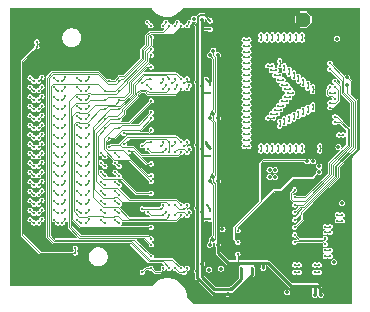
<source format=gbr>
%TF.GenerationSoftware,KiCad,Pcbnew,8.0.5*%
%TF.CreationDate,2025-10-24T05:54:48-05:00*%
%TF.ProjectId,iris-128s,69726973-2d31-4323-9873-2e6b69636164,1*%
%TF.SameCoordinates,Original*%
%TF.FileFunction,Copper,L2,Inr*%
%TF.FilePolarity,Positive*%
%FSLAX46Y46*%
G04 Gerber Fmt 4.6, Leading zero omitted, Abs format (unit mm)*
G04 Created by KiCad (PCBNEW 8.0.5) date 2025-10-24 05:54:48*
%MOMM*%
%LPD*%
G01*
G04 APERTURE LIST*
G04 Aperture macros list*
%AMOutline5P*
0 Free polygon, 5 corners , with rotation*
0 The origin of the aperture is its center*
0 number of corners: always 5*
0 $1 to $10 corner X, Y*
0 $11 Rotation angle, in degrees counterclockwise*
0 create outline with 5 corners*
4,1,5,$1,$2,$3,$4,$5,$6,$7,$8,$9,$10,$1,$2,$11*%
%AMOutline6P*
0 Free polygon, 6 corners , with rotation*
0 The origin of the aperture is its center*
0 number of corners: always 6*
0 $1 to $12 corner X, Y*
0 $13 Rotation angle, in degrees counterclockwise*
0 create outline with 6 corners*
4,1,6,$1,$2,$3,$4,$5,$6,$7,$8,$9,$10,$11,$12,$1,$2,$13*%
%AMOutline7P*
0 Free polygon, 7 corners , with rotation*
0 The origin of the aperture is its center*
0 number of corners: always 7*
0 $1 to $14 corner X, Y*
0 $15 Rotation angle, in degrees counterclockwise*
0 create outline with 7 corners*
4,1,7,$1,$2,$3,$4,$5,$6,$7,$8,$9,$10,$11,$12,$13,$14,$1,$2,$15*%
%AMOutline8P*
0 Free polygon, 8 corners , with rotation*
0 The origin of the aperture is its center*
0 number of corners: always 8*
0 $1 to $16 corner X, Y*
0 $17 Rotation angle, in degrees counterclockwise*
0 create outline with 8 corners*
4,1,8,$1,$2,$3,$4,$5,$6,$7,$8,$9,$10,$11,$12,$13,$14,$15,$16,$1,$2,$17*%
G04 Aperture macros list end*
%TA.AperFunction,ComponentPad*%
%ADD10Outline8P,-0.609600X0.252505X-0.252505X0.609600X0.252505X0.609600X0.609600X0.252505X0.609600X-0.252505X0.252505X-0.609600X-0.252505X-0.609600X-0.609600X-0.252505X90.000000*%
%TD*%
%TA.AperFunction,ViaPad*%
%ADD11C,0.355600*%
%TD*%
%TA.AperFunction,ViaPad*%
%ADD12C,0.304800*%
%TD*%
%TA.AperFunction,Conductor*%
%ADD13C,0.076200*%
%TD*%
%TA.AperFunction,Conductor*%
%ADD14C,0.254000*%
%TD*%
%TA.AperFunction,Conductor*%
%ADD15C,0.152400*%
%TD*%
G04 APERTURE END LIST*
D10*
%TO.N,/REF_ELEC*%
%TO.C,REF0*%
X120622500Y-81188000D03*
%TD*%
%TO.N,GND1*%
%TO.C,GND1*%
X124315000Y-81188000D03*
%TD*%
D11*
%TO.N,/analog_muxes_switches/SDO3*%
X111328200Y-81127600D03*
%TO.N,/SCLK_SW*%
X113004600Y-89179400D03*
D12*
X121571620Y-101961560D03*
D11*
X113004600Y-94513400D03*
X113004600Y-83820000D03*
X113004600Y-99872800D03*
D12*
X121952620Y-101961560D03*
D11*
%TO.N,/CSb_SW*%
X112699800Y-100253800D03*
X112699800Y-89560400D03*
D12*
X119869820Y-101961560D03*
D11*
X112699800Y-94894400D03*
X112699800Y-84201000D03*
D12*
X120250820Y-101961560D03*
D11*
%TO.N,/MISO_SW*%
X113669822Y-102275602D03*
D12*
X119869820Y-102596560D03*
X120250820Y-102596560D03*
D11*
%TO.N,/MOSI_SW*%
X113766600Y-98955860D03*
D12*
X121571620Y-102596560D03*
D11*
X112633760Y-102362000D03*
D12*
X121952620Y-102596560D03*
%TO.N,/REC1IN62*%
X120500000Y-82900000D03*
X120500000Y-82500000D03*
%TO.N,/REC1IN16*%
X102191900Y-90403520D03*
X116000000Y-91400000D03*
X115600000Y-91399360D03*
X102470100Y-90087220D03*
%TO.N,/REC1IN34*%
X119050000Y-87050000D03*
X119475400Y-87050000D03*
%TO.N,/REC1IN29*%
X119050000Y-87750000D03*
X119450000Y-87750000D03*
%TO.N,/REC1IN36*%
X118800000Y-86700000D03*
X119225400Y-86700000D03*
%TO.N,/REC1IN8*%
X119800000Y-89600000D03*
X98191900Y-89603520D03*
X119800000Y-89200000D03*
X98470100Y-89287220D03*
%TO.N,/REC1IN61*%
X121000000Y-86600000D03*
X97804720Y-88803400D03*
X121000000Y-87000000D03*
X97488420Y-88525200D03*
%TO.N,/REC1IN63*%
X121400000Y-86900000D03*
X97804720Y-89603400D03*
X97488420Y-89325200D03*
X121400000Y-87300000D03*
%TO.N,/REC1IN26*%
X116000000Y-88900000D03*
X98191900Y-88803520D03*
X115600000Y-88900000D03*
X98470100Y-88487220D03*
%TO.N,/REC1IN50*%
X108762800Y-81699100D03*
X117500000Y-82900000D03*
X108966000Y-81419700D03*
X117500000Y-82500000D03*
%TO.N,/REC1IN12*%
X101804720Y-87203400D03*
X119000000Y-90000000D03*
X119000000Y-89600000D03*
X101488420Y-86925200D03*
%TO.N,/REC1IN22*%
X102191900Y-88803520D03*
X116000000Y-89900000D03*
X102470100Y-88487220D03*
X115600000Y-89900000D03*
%TO.N,/REC1IN32*%
X110769400Y-86192500D03*
X116000000Y-87400000D03*
X115600000Y-87398860D03*
X110515400Y-86522700D03*
%TO.N,/REC1IN15*%
X117000000Y-91900000D03*
X106987340Y-91869400D03*
X117000000Y-92300000D03*
X107698540Y-91539200D03*
%TO.N,/REC1IN21*%
X110771940Y-87045800D03*
X117900000Y-89170000D03*
X118400000Y-89170000D03*
X110962440Y-86766400D03*
%TO.N,/REC1IN4*%
X120600000Y-89200000D03*
X102191900Y-89603520D03*
X120600000Y-88800000D03*
X102470100Y-89287220D03*
%TO.N,/REC1IN43*%
X116000000Y-84400000D03*
X98191900Y-88003520D03*
X115600000Y-84399120D03*
X98470100Y-87687220D03*
%TO.N,/REC1IN59*%
X97804720Y-86403400D03*
X120600000Y-86300000D03*
X120600000Y-86700000D03*
X97488420Y-86125200D03*
%TO.N,/REC1IN5*%
X119500000Y-91900000D03*
X119500000Y-92300000D03*
%TO.N,/REC1IN24*%
X116000000Y-89400000D03*
X101804720Y-88003400D03*
X115600000Y-89399620D03*
X101488420Y-87725200D03*
%TO.N,/REC1IN51*%
X99804720Y-86403400D03*
X119000000Y-85100000D03*
X119000000Y-85500000D03*
X99488420Y-86125200D03*
%TO.N,/REC1IN47*%
X116000000Y-83400000D03*
X97804720Y-87203400D03*
X97488420Y-86925200D03*
X115600000Y-83400000D03*
%TO.N,/REC1IN42*%
X117900000Y-85500000D03*
X100191900Y-87203520D03*
X118300000Y-85500000D03*
X100470100Y-86887220D03*
%TO.N,/REC1IN23*%
X118200000Y-88820000D03*
X118700000Y-88820000D03*
%TO.N,/REC1IN60*%
X120000000Y-82900000D03*
X120000000Y-82500000D03*
%TO.N,/REC1IN33*%
X109753400Y-86192500D03*
X116000000Y-86900000D03*
X109524800Y-86522700D03*
X115600000Y-86900000D03*
%TO.N,/REC1IN54*%
X118500000Y-82900000D03*
X110769400Y-81699100D03*
X110972600Y-81419700D03*
X118500000Y-82500000D03*
%TO.N,/REC1IN31*%
X119300000Y-87400000D03*
X119700000Y-87400000D03*
%TO.N,/REC1IN13*%
X117500000Y-91900000D03*
X108765340Y-91539200D03*
X108536740Y-91869400D03*
X117500000Y-92300000D03*
%TO.N,/REC1IN18*%
X116000000Y-90900000D03*
X101804720Y-89603400D03*
X115600000Y-90900000D03*
X101488420Y-89325200D03*
%TO.N,/REC1IN58*%
X119500000Y-82900000D03*
X119500000Y-82500000D03*
%TO.N,/REC1IN10*%
X102191900Y-88003520D03*
X119400000Y-89800000D03*
X119400000Y-89400000D03*
X102470100Y-87687220D03*
%TO.N,/REC1IN28*%
X102191900Y-87203520D03*
X116000000Y-88400000D03*
X102470100Y-86887220D03*
X115600000Y-88399620D03*
%TO.N,/REC1IN35*%
X116000000Y-86400000D03*
X108762800Y-86192500D03*
X115600000Y-86400640D03*
X108534200Y-86522700D03*
%TO.N,/REC1IN38*%
X118500000Y-86300000D03*
X118900000Y-86300000D03*
%TO.N,/REC1IN2*%
X100191900Y-89603520D03*
X121000000Y-89000000D03*
X121000000Y-88600000D03*
X100470100Y-89287220D03*
%TO.N,/REC1IN27*%
X118800000Y-88100000D03*
X119200000Y-88100000D03*
%TO.N,/REC1IN6*%
X101804720Y-88803400D03*
X120200000Y-89400000D03*
X120200000Y-89000000D03*
X101488420Y-88525200D03*
%TO.N,/REC1IN48*%
X117000000Y-82900000D03*
X107416600Y-81419700D03*
X107696000Y-81699100D03*
X117000000Y-82500000D03*
%TO.N,/REC1IN55*%
X98191900Y-87203520D03*
X119800000Y-85700000D03*
X98470100Y-86887220D03*
X119800000Y-86100000D03*
%TO.N,/REC1IN52*%
X118000000Y-82900000D03*
X109753400Y-81699100D03*
X109956600Y-81419700D03*
X118000000Y-82500000D03*
%TO.N,/REC1IN44*%
X117600000Y-85100000D03*
X102191900Y-86403520D03*
X118000000Y-85100000D03*
X102470100Y-86087220D03*
%TO.N,/REC1IN41*%
X116000000Y-84900000D03*
X99804720Y-87203400D03*
X99488420Y-86925200D03*
X115600000Y-84900000D03*
%TO.N,/REC1IN0*%
X121400000Y-88800000D03*
X101804720Y-90403400D03*
X101488420Y-90125200D03*
X121400000Y-88400000D03*
%TO.N,/REC1IN20*%
X116000000Y-90400000D03*
X100191900Y-88803520D03*
X115600000Y-90399620D03*
X100470100Y-88487220D03*
%TO.N,/REC1IN46*%
X116000000Y-82900000D03*
X97804720Y-90403400D03*
X115600000Y-82900000D03*
X97488420Y-90125200D03*
%TO.N,/REC1IN49*%
X100191900Y-86403520D03*
X118600000Y-84700000D03*
X118600000Y-85100000D03*
X100470100Y-86087220D03*
%TO.N,/REC1IN17*%
X116000000Y-91900000D03*
X100191900Y-90403520D03*
X100470100Y-90087220D03*
X115600000Y-91900000D03*
%TO.N,/REC1IN37*%
X116000000Y-85900000D03*
X100191900Y-88003520D03*
X115600000Y-85900000D03*
X100470100Y-87687220D03*
%TO.N,/REC1IN25*%
X118500000Y-88470000D03*
X118900000Y-88470000D03*
%TO.N,/REC1IN57*%
X98191900Y-86403520D03*
X120200000Y-86000000D03*
X98470100Y-86087220D03*
X120200000Y-86400000D03*
%TO.N,/REC1IN11*%
X118000000Y-91900000D03*
X109755940Y-91539200D03*
X109527340Y-91869400D03*
X118000000Y-92300000D03*
%TO.N,/REC1IN1*%
X120500000Y-91900000D03*
X120500000Y-92300000D03*
%TO.N,/REC1IN30*%
X108765340Y-87045800D03*
X116000000Y-87900000D03*
X115600000Y-87900000D03*
X108968540Y-86766400D03*
%TO.N,/REC1IN40*%
X118200000Y-85900000D03*
X106984800Y-86522700D03*
X107645200Y-86192500D03*
X118600000Y-85900000D03*
%TO.N,/REC1IN3*%
X120000000Y-91900000D03*
X120000000Y-92300000D03*
%TO.N,/REC1IN45*%
X116000000Y-83900000D03*
X97804720Y-88003400D03*
X115600000Y-83900000D03*
X97488420Y-87725200D03*
%TO.N,/REC1IN9*%
X118500000Y-91900000D03*
X110771940Y-91539200D03*
X118500000Y-92300000D03*
X110517940Y-91869400D03*
%TO.N,/REC1IN53*%
X119400000Y-85400000D03*
X99804720Y-88003400D03*
X119400000Y-85800000D03*
X99488420Y-87725200D03*
%TO.N,/REC1IN56*%
X119000000Y-82900000D03*
X119000000Y-82500000D03*
%TO.N,/REC1IN19*%
X117600000Y-89520000D03*
X109755940Y-87045800D03*
X118100000Y-89520000D03*
X109959140Y-86766400D03*
%TO.N,/REC1IN39*%
X101804720Y-86403400D03*
X116000000Y-85400000D03*
X115600000Y-85399880D03*
X101488420Y-86125200D03*
%TO.N,/REC1IN14*%
X107419140Y-86766400D03*
X118600000Y-90200000D03*
X107698540Y-87045800D03*
X118600000Y-89800000D03*
%TO.N,/REC1IN7*%
X119000000Y-91900000D03*
X119000000Y-92300000D03*
D11*
%TO.N,VDD2*%
X119242840Y-104287360D03*
X123903740Y-96723160D03*
D12*
X115069340Y-100054000D03*
D11*
X120957340Y-93194860D03*
X123190000Y-101716000D03*
X121434860Y-93194860D03*
D12*
%TO.N,/REF_ELEC*%
X98044000Y-83485100D03*
X122000000Y-91900000D03*
X101318060Y-100550600D03*
X122000000Y-92300000D03*
X101318060Y-100950600D03*
X98044000Y-83085100D03*
%TO.N,VDD3*%
X117212860Y-102233840D03*
D11*
X121571620Y-104501560D03*
X113385600Y-94894400D03*
X113385600Y-89560400D03*
X122079620Y-104501560D03*
X113385600Y-84201000D03*
D12*
X115069340Y-101054000D03*
D11*
X113385600Y-100253800D03*
D12*
%TO.N,/MISO1p*%
X119869820Y-96246560D03*
X123264490Y-89891240D03*
%TO.N,/SCLKm*%
X122872500Y-87398860D03*
X123266200Y-87399500D03*
%TO.N,/CSbp*%
X122872500Y-88226900D03*
X123266200Y-86900640D03*
%TO.N,/MOSIp*%
X119869820Y-98786560D03*
D11*
X124337820Y-86092620D03*
D12*
%TO.N,/SCLKp*%
X122872500Y-86901020D03*
X123266200Y-87900640D03*
D11*
%TO.N,/MOSIm*%
X124337820Y-86732620D03*
D12*
X119869820Y-98151560D03*
%TO.N,/CSbm*%
X122872500Y-88653620D03*
X123266200Y-86400640D03*
%TO.N,/MISO1m*%
X119869820Y-95611560D03*
X123266200Y-89400640D03*
%TO.N,/MISO2m*%
X122872500Y-85400000D03*
X119869820Y-96881560D03*
%TO.N,/MISO2p*%
X122872500Y-84900000D03*
X119869820Y-97516560D03*
%TO.N,/CSbp_STIM*%
X123885980Y-98216000D03*
X123492920Y-98216000D03*
%TO.N,/CSbm_STIM*%
X123887860Y-97716640D03*
X123494800Y-97716640D03*
%TO.N,/SCLKm_STIM*%
X122869980Y-98716000D03*
X122476920Y-98716000D03*
%TO.N,/SCLKp_STIM*%
X122869980Y-99216000D03*
X122476920Y-99216000D03*
%TO.N,/MOSIp_STIM*%
X119869820Y-100056560D03*
X122476920Y-100216000D03*
%TO.N,/MOSIm_STIM*%
X119869820Y-99421560D03*
X122476920Y-99716000D03*
%TO.N,/MISOp_STIM*%
X122868080Y-101216640D03*
X122475020Y-101216640D03*
%TO.N,/MISOm_STIM*%
X122868080Y-100716640D03*
X122475020Y-100716640D03*
%TO.N,/STIMIN13*%
X107421170Y-92127200D03*
X108767370Y-92406600D03*
X108970570Y-92127200D03*
%TO.N,/STIMIN5*%
X109757970Y-96900000D03*
X110773970Y-96900000D03*
X110519970Y-97230200D03*
%TO.N,/STIMIN10*%
X110773970Y-102250000D03*
X109757970Y-102250000D03*
X110519970Y-102580200D03*
%TO.N,/STIMIN7*%
X108767370Y-102250000D03*
X106989370Y-102580200D03*
X107700570Y-102250000D03*
%TO.N,/STIMIN6*%
X109757970Y-97756600D03*
X110773970Y-97756600D03*
X110964470Y-97477200D03*
%TO.N,/STIMIN2*%
X108767370Y-97756600D03*
X107421170Y-97477200D03*
X108970570Y-97477200D03*
%TO.N,/STIMIN15*%
X110773970Y-92406600D03*
X109757970Y-92406600D03*
X110964470Y-92127200D03*
%TO.N,/STIMIN1*%
X106989370Y-97230200D03*
X108767370Y-96900000D03*
X108538770Y-97230200D03*
%TO.N,/REC0IN10*%
X98191900Y-93603520D03*
X98470100Y-93287220D03*
%TO.N,/REC0IN52*%
X101804720Y-97603400D03*
X101488420Y-97325200D03*
%TO.N,/REC0IN62*%
X99804720Y-98403400D03*
X99488420Y-98125200D03*
%TO.N,/REC0IN49*%
X101804720Y-93603400D03*
X101488420Y-93325200D03*
%TO.N,/REC0IN63*%
X100191900Y-96803520D03*
X100470100Y-96487220D03*
%TO.N,/REC0IN24*%
X102191900Y-91203520D03*
X102470100Y-90887220D03*
%TO.N,/REC0IN60*%
X100191900Y-98403520D03*
X100470100Y-98087220D03*
%TO.N,/REC0IN27*%
X98191900Y-96803520D03*
X98470100Y-96487220D03*
%TO.N,/REC0IN30*%
X99804720Y-94403400D03*
X99488420Y-94125200D03*
%TO.N,/REC0IN56*%
X102191900Y-98403520D03*
X102470100Y-98087220D03*
%TO.N,/REC0IN32*%
X100191900Y-94403520D03*
X100470100Y-94087220D03*
%TO.N,/REC0IN11*%
X97804720Y-94403400D03*
X97488420Y-94125200D03*
%TO.N,/REC0IN20*%
X101804720Y-91203400D03*
X101488420Y-90925200D03*
%TO.N,/REC0IN57*%
X101804720Y-95203400D03*
X101488420Y-94925200D03*
%TO.N,/REC0IN55*%
X100191900Y-96003520D03*
X100470100Y-95687220D03*
%TO.N,/REC0IN48*%
X100191900Y-97603520D03*
X100470100Y-97287220D03*
%TO.N,/REC0IN50*%
X102191900Y-97603520D03*
X102470100Y-97287220D03*
%TO.N,/REC0IN34*%
X100191900Y-92803520D03*
X100470100Y-92487220D03*
%TO.N,/REC0IN42*%
X101804720Y-92803400D03*
X101488420Y-92525200D03*
%TO.N,/REC0IN18*%
X100191900Y-91203520D03*
X100470100Y-90887220D03*
%TO.N,/REC0IN41*%
X102191900Y-95203520D03*
X102470100Y-94887220D03*
%TO.N,/REC0IN31*%
X100191900Y-92003520D03*
X100470100Y-91687220D03*
%TO.N,/REC0IN58*%
X101804720Y-98403400D03*
X101488420Y-98125200D03*
%TO.N,/REC0IN54*%
X98191900Y-98403520D03*
X98470100Y-98087220D03*
%TO.N,/REC0IN47*%
X102191900Y-96803520D03*
X102470100Y-96487220D03*
%TO.N,/REC0IN3*%
X97804720Y-97603400D03*
X97488420Y-97325200D03*
%TO.N,/REC0IN5*%
X97804720Y-96803400D03*
X97488420Y-96525200D03*
%TO.N,/REC0IN23*%
X98191900Y-95203520D03*
X98470100Y-94887220D03*
%TO.N,/REC0IN59*%
X99804720Y-96803400D03*
X99488420Y-96525200D03*
%TO.N,/REC0IN9*%
X97804720Y-95203400D03*
X97488420Y-94925200D03*
%TO.N,/REC0IN6*%
X98191900Y-92003520D03*
X98470100Y-91687220D03*
%TO.N,/REC0IN37*%
X102191900Y-93603520D03*
X102470100Y-93287220D03*
%TO.N,/REC0IN46*%
X99804720Y-97603400D03*
X99488420Y-97325200D03*
%TO.N,/REC0IN19*%
X99804720Y-88803400D03*
X99488420Y-88525200D03*
%TO.N,/REC0IN8*%
X98191900Y-92803520D03*
X98470100Y-92487220D03*
%TO.N,/REC0IN25*%
X98191900Y-96003520D03*
X98470100Y-95687220D03*
%TO.N,/REC0IN38*%
X100191900Y-93603520D03*
X100470100Y-93287220D03*
%TO.N,/REC0IN17*%
X99804720Y-90403400D03*
X99488420Y-90125200D03*
%TO.N,/REC0IN13*%
X97804720Y-91203400D03*
X97488420Y-90925200D03*
%TO.N,/REC0IN45*%
X101804720Y-96803400D03*
X101488420Y-96525200D03*
%TO.N,/REC0IN7*%
X97804720Y-96003400D03*
X97488420Y-95725200D03*
%TO.N,/REC0IN12*%
X98191900Y-90403520D03*
X98470100Y-90087220D03*
%TO.N,/REC0IN40*%
X99804720Y-95203400D03*
X99488420Y-94925200D03*
%TO.N,/REC0IN2*%
X97804720Y-92803400D03*
X97488420Y-92525200D03*
%TO.N,/REC0IN33*%
X101804720Y-92003400D03*
X101488420Y-91725200D03*
%TO.N,/REC0IN15*%
X98191900Y-91203520D03*
X98470100Y-90887220D03*
%TO.N,/REC0IN14*%
X99804720Y-91203400D03*
X99488420Y-90925200D03*
%TO.N,/REC0IN44*%
X102191900Y-92803520D03*
X102470100Y-92487220D03*
%TO.N,/REC0IN35*%
X100191900Y-95203520D03*
X100470100Y-94887220D03*
%TO.N,/REC0IN1*%
X97804720Y-98403400D03*
X97488420Y-98125200D03*
%TO.N,/REC0IN39*%
X102191900Y-94403520D03*
X102470100Y-94087220D03*
%TO.N,/REC0IN26*%
X99804720Y-92003400D03*
X99488420Y-91725200D03*
%TO.N,/REC0IN61*%
X102191900Y-96003520D03*
X102470100Y-95687220D03*
%TO.N,/REC0IN22*%
X102191900Y-92003520D03*
X102470100Y-91687220D03*
%TO.N,/REC0IN53*%
X101804720Y-94403400D03*
X101488420Y-94125200D03*
%TO.N,/REC0IN51*%
X99804720Y-96003400D03*
X99488420Y-95725200D03*
%TO.N,/REC0IN0*%
X97804720Y-93603400D03*
X97488420Y-93325200D03*
%TO.N,/REC0IN29*%
X98191900Y-97603520D03*
X98470100Y-97287220D03*
%TO.N,/REC0IN36*%
X99804720Y-93603400D03*
X99488420Y-93325200D03*
%TO.N,/REC0IN16*%
X98191900Y-94403520D03*
X98470100Y-94087220D03*
%TO.N,/REC0IN43*%
X101804720Y-96003400D03*
X101488420Y-95725200D03*
%TO.N,/REC0IN28*%
X99804720Y-92803400D03*
X99488420Y-92525200D03*
%TO.N,/REC0IN4*%
X97804720Y-92003400D03*
X97488420Y-91725200D03*
%TO.N,/REC0IN21*%
X99804720Y-89603400D03*
X99488420Y-89325200D03*
D11*
%TO.N,VDD1*%
X121965720Y-93621580D03*
X121965720Y-94099100D03*
X123587097Y-91986100D03*
X123445657Y-82801820D03*
D12*
X124003283Y-90947380D03*
X115069340Y-99054000D03*
X123622283Y-90947380D03*
D11*
%TO.N,GND1*%
X118145600Y-104287360D03*
X124000000Y-94000000D03*
X122842020Y-96042160D03*
X124000000Y-101000000D03*
D12*
X114226340Y-98114200D03*
D11*
X105700000Y-103100000D03*
X123600000Y-84600000D03*
X114495580Y-94513400D03*
X100146180Y-84821180D03*
D12*
X119869820Y-103231560D03*
D11*
X96200000Y-97800000D03*
X121932700Y-94683580D03*
X111000000Y-103200000D03*
X124000000Y-104800000D03*
X96200000Y-88300000D03*
X113600000Y-103100000D03*
X96200000Y-85000000D03*
D12*
X114226340Y-97400400D03*
X114226340Y-92780200D03*
D11*
X124000000Y-85400000D03*
X124000000Y-99000000D03*
X96300000Y-80900000D03*
X101000000Y-101900000D03*
X113792000Y-83820000D03*
X114400000Y-95300000D03*
D12*
X114226340Y-82002200D03*
D11*
X97996979Y-84803400D03*
X96200000Y-99100000D03*
X112500000Y-104800000D03*
X122341640Y-103230680D03*
X107008740Y-87589060D03*
X105000000Y-101000000D03*
X106400000Y-101400000D03*
X120906540Y-92102940D03*
X102174779Y-84803400D03*
X122326400Y-81851500D03*
D12*
X114226340Y-81298680D03*
D11*
X118000000Y-80700000D03*
X99819179Y-99203400D03*
X103996979Y-99203400D03*
X116000000Y-80700000D03*
X114310160Y-103014780D03*
X124000000Y-103000000D03*
X104174779Y-84803400D03*
X107800000Y-80800000D03*
X113792000Y-94513400D03*
X106615040Y-95341140D03*
X119869820Y-94976560D03*
X124400000Y-84500000D03*
X97819179Y-99203400D03*
X120611900Y-82067400D03*
X98000000Y-102000000D03*
X96200000Y-103100000D03*
X122374660Y-104068880D03*
X113500000Y-80800000D03*
X115003580Y-92120720D03*
X122000000Y-93000000D03*
X123903740Y-97185480D03*
X124000000Y-96000000D03*
X106700000Y-81600000D03*
X105700000Y-80900000D03*
X98000000Y-82000000D03*
X124416820Y-82763360D03*
D12*
X114226340Y-92061200D03*
D11*
X106200000Y-91600000D03*
X119100000Y-93400000D03*
X110600000Y-80800000D03*
D12*
X114226340Y-87415600D03*
D11*
X102000000Y-81900000D03*
D12*
X114226340Y-86701800D03*
D11*
X101844579Y-99203400D03*
D12*
X114226340Y-96670000D03*
D11*
X113792000Y-89281000D03*
D12*
X114226340Y-85970000D03*
D11*
X117400000Y-93400000D03*
X124040900Y-88783160D03*
X100000000Y-81900000D03*
X106200000Y-99100000D03*
X113792000Y-99872800D03*
X106600000Y-97000000D03*
X114193320Y-103600840D03*
X96200000Y-86700000D03*
D12*
X114226340Y-91320000D03*
%TO.N,/RS10*%
X103804720Y-94403400D03*
X103488420Y-94125200D03*
%TO.N,/RS28*%
X103835200Y-87203400D03*
X107751370Y-101249100D03*
X107746800Y-82702400D03*
%TO.N,/RS30*%
X104155240Y-86403400D03*
X109275370Y-102250000D03*
X109270800Y-81699100D03*
%TO.N,/RS12*%
X103804720Y-93603400D03*
X103488420Y-93325200D03*
%TO.N,/RS3*%
X105004720Y-97603400D03*
X104688420Y-97325200D03*
%TO.N,/RS9*%
X105004720Y-95203400D03*
X104688420Y-94925200D03*
%TO.N,/RS31*%
X105035200Y-86403400D03*
X110261400Y-81699100D03*
X110265970Y-102250000D03*
%TO.N,/RS14*%
X103804720Y-92803400D03*
X103488420Y-92525200D03*
%TO.N,/RS23*%
X110265970Y-96900000D03*
X110263940Y-87045800D03*
X105035200Y-89603400D03*
%TO.N,/RS8*%
X103804720Y-95203400D03*
X103488420Y-94925200D03*
%TO.N,/RS5*%
X105004720Y-96803400D03*
X104688420Y-96525200D03*
%TO.N,/RS17*%
X109273340Y-91539200D03*
X105441600Y-91755800D03*
X109275370Y-92406600D03*
%TO.N,/RS16*%
X104155240Y-92003400D03*
X110265970Y-92406600D03*
X110263940Y-91539200D03*
%TO.N,/RS25*%
X109275370Y-97756600D03*
X105035200Y-88803400D03*
X109270800Y-86192500D03*
%TO.N,/RS6*%
X103804720Y-96003400D03*
X103488420Y-95725200D03*
%TO.N,/RS11*%
X105004720Y-94403400D03*
X104688420Y-94125200D03*
%TO.N,/RS29*%
X105035200Y-87203400D03*
X107746800Y-83700000D03*
X107751370Y-100250000D03*
%TO.N,/RS7*%
X105004720Y-96003400D03*
X104688420Y-95725200D03*
%TO.N,/RS13*%
X105004720Y-93603400D03*
X104688420Y-93325200D03*
%TO.N,/RS15*%
X105004720Y-92803400D03*
X104688420Y-92525200D03*
%TO.N,/RS26*%
X103835200Y-88003400D03*
X107746800Y-84200000D03*
X107751370Y-99750000D03*
%TO.N,/RS2*%
X103804720Y-97603400D03*
X103488420Y-97325200D03*
%TO.N,/RS22*%
X109275370Y-96900000D03*
X109273340Y-87045800D03*
X103835200Y-89603400D03*
%TO.N,/RS27*%
X107751370Y-98759900D03*
X105035200Y-88003400D03*
X107746800Y-85191600D03*
%TO.N,/RS0*%
X103804720Y-98403400D03*
X103488420Y-98125200D03*
%TO.N,/RS1*%
X105004720Y-98403400D03*
X104688420Y-98125200D03*
%TO.N,/RS21*%
X107749340Y-89050000D03*
X107751370Y-94900000D03*
X105035200Y-90403400D03*
%TO.N,/RS19*%
X105844340Y-92323920D03*
X107751370Y-93409900D03*
X105416200Y-90803400D03*
X107749340Y-90538300D03*
%TO.N,/RS4*%
X103804720Y-96803400D03*
X103488420Y-96525200D03*
%TO.N,/RS20*%
X107751370Y-95899100D03*
X103835200Y-90403400D03*
X107749340Y-88049100D03*
%TO.N,/RS18*%
X107751370Y-94400000D03*
X107749340Y-89550000D03*
X104155240Y-91203400D03*
%TO.N,/RS24*%
X110261400Y-86192500D03*
X110265970Y-97756600D03*
X103835200Y-88803400D03*
D11*
%TO.N,VSS_SW*%
X111653000Y-81650000D03*
X111633000Y-86461600D03*
D12*
X112395000Y-86258400D03*
X112725200Y-81298680D03*
D11*
X111633000Y-97155000D03*
X111633000Y-102514400D03*
D12*
X112410240Y-91569540D03*
X112725200Y-97400400D03*
X112725200Y-86701800D03*
D11*
X111633000Y-91808300D03*
D12*
X112725200Y-92061200D03*
D11*
X114193320Y-104429560D03*
D12*
X112415320Y-96901000D03*
X116292860Y-102233840D03*
D11*
%TO.N,VDD_SW*%
X112039400Y-81200000D03*
X112039400Y-92138500D03*
D12*
X112725200Y-98114200D03*
D11*
X112039400Y-101854000D03*
D12*
X112725200Y-82002200D03*
D11*
X114531140Y-104018080D03*
D12*
X112725200Y-87415600D03*
D11*
X112039400Y-97485200D03*
D12*
X115372860Y-102233840D03*
D11*
X112039400Y-86791800D03*
D12*
X112725200Y-92780200D03*
D11*
%TO.N,VSTIMp*%
X117749320Y-93903800D03*
X118226840Y-93903800D03*
%TO.N,VSTIMm*%
X118226840Y-94526100D03*
X117749320Y-94526100D03*
%TD*%
D13*
%TO.N,/SCLK_SW*%
X113144300Y-89827100D02*
X113004600Y-89687400D01*
X113144300Y-99733100D02*
X113144300Y-95066192D01*
X113004600Y-99872800D02*
X113144300Y-99733100D01*
X113144300Y-94373700D02*
X113144300Y-89827100D01*
X113004600Y-84233092D02*
X113004600Y-83820000D01*
X113004600Y-94926492D02*
X113004600Y-94513400D01*
X121952620Y-101961560D02*
X121571620Y-101961560D01*
X113144300Y-84372792D02*
X113004600Y-84233092D01*
X113144300Y-95066192D02*
X113004600Y-94926492D01*
X113004600Y-89179400D02*
X113144300Y-89039700D01*
X113004600Y-94513400D02*
X113144300Y-94373700D01*
X113144300Y-89039700D02*
X113144300Y-84372792D01*
X113004600Y-89687400D02*
X113004600Y-89179400D01*
%TO.N,/CSb_SW*%
X112699800Y-89071108D02*
X112699800Y-89560400D01*
X112699800Y-89598126D02*
X112991900Y-89890226D01*
X112991900Y-95186500D02*
X112991900Y-99472408D01*
X112991900Y-94113008D02*
X112699800Y-94405108D01*
X120250820Y-101961560D02*
X119869820Y-101961560D01*
X112991900Y-89890226D02*
X112991900Y-94113008D01*
X112991900Y-99472408D02*
X112699800Y-99764508D01*
X112991900Y-84493100D02*
X112991900Y-88779008D01*
X112991900Y-88779008D02*
X112699800Y-89071108D01*
X112699800Y-89560400D02*
X112699800Y-89598126D01*
X112699800Y-99764508D02*
X112699800Y-100253800D01*
X112699800Y-84201000D02*
X112991900Y-84493100D01*
X112699800Y-94405108D02*
X112699800Y-94894400D01*
X112699800Y-94894400D02*
X112991900Y-95186500D01*
%TO.N,/MISO_SW*%
X120250820Y-102596560D02*
X119869820Y-102596560D01*
%TO.N,/MOSI_SW*%
X121952620Y-102596560D02*
X121571620Y-102596560D01*
%TO.N,/REC1IN62*%
X120500000Y-82900000D02*
X120500000Y-82500000D01*
%TO.N,/REC1IN16*%
X115600640Y-91400000D02*
X115600000Y-91399360D01*
X102191900Y-90403520D02*
X102191900Y-90365420D01*
X116000000Y-91400000D02*
X115600640Y-91400000D01*
X102191900Y-90365420D02*
X102470100Y-90087220D01*
%TO.N,/REC1IN34*%
X119050000Y-87050000D02*
X119450000Y-87050000D01*
%TO.N,/REC1IN29*%
X119050000Y-87750000D02*
X119450000Y-87750000D01*
%TO.N,/REC1IN36*%
X118800000Y-86700000D02*
X119200000Y-86700000D01*
%TO.N,/REC1IN8*%
X98191900Y-89565420D02*
X98470100Y-89287220D01*
X98191900Y-89603520D02*
X98191900Y-89565420D01*
X119800000Y-89600000D02*
X119800000Y-89200000D01*
%TO.N,/REC1IN61*%
X97766620Y-88803400D02*
X97488420Y-88525200D01*
X121000000Y-86600000D02*
X121000000Y-87000000D01*
X97804720Y-88803400D02*
X97766620Y-88803400D01*
%TO.N,/REC1IN63*%
X97766620Y-89603400D02*
X97488420Y-89325200D01*
X121400000Y-86900000D02*
X121400000Y-87300000D01*
X97804720Y-89603400D02*
X97766620Y-89603400D01*
%TO.N,/REC1IN26*%
X98191900Y-88765420D02*
X98470100Y-88487220D01*
X98191900Y-88803520D02*
X98191900Y-88765420D01*
X116000000Y-88900000D02*
X115600000Y-88900000D01*
%TO.N,/REC1IN50*%
X108762800Y-81699100D02*
X108762800Y-81622900D01*
X108762800Y-81622900D02*
X108966000Y-81419700D01*
X117500000Y-82900000D02*
X117500000Y-82500000D01*
%TO.N,/REC1IN12*%
X119000000Y-90000000D02*
X119000000Y-89600000D01*
X101804720Y-87203400D02*
X101766620Y-87203400D01*
X101766620Y-87203400D02*
X101488420Y-86925200D01*
%TO.N,/REC1IN22*%
X102191900Y-88803520D02*
X102191900Y-88765420D01*
X102191900Y-88765420D02*
X102470100Y-88487220D01*
X116000000Y-89900000D02*
X115600000Y-89900000D01*
%TO.N,/REC1IN32*%
X116000000Y-87400000D02*
X115601140Y-87400000D01*
X115601140Y-87400000D02*
X115600000Y-87398860D01*
X110769400Y-86192500D02*
X110769400Y-86268700D01*
X110769400Y-86268700D02*
X110515400Y-86522700D01*
%TO.N,/REC1IN15*%
X106987340Y-91869400D02*
X107317540Y-91539200D01*
X117000000Y-91900000D02*
X117000000Y-92300000D01*
X107317540Y-91539200D02*
X107698540Y-91539200D01*
%TO.N,/REC1IN21*%
X117900000Y-89170000D02*
X118400000Y-89170000D01*
X110771940Y-87045800D02*
X110771940Y-86969600D01*
X110771940Y-86969600D02*
X110975140Y-86766400D01*
%TO.N,/REC1IN4*%
X102191900Y-89565420D02*
X102470100Y-89287220D01*
X102191900Y-89603520D02*
X102191900Y-89565420D01*
X120600000Y-89200000D02*
X120600000Y-88800000D01*
%TO.N,/REC1IN43*%
X98191900Y-87965420D02*
X98470100Y-87687220D01*
X116000000Y-84400000D02*
X115600880Y-84400000D01*
X115600880Y-84400000D02*
X115600000Y-84399120D01*
X98191900Y-88003520D02*
X98191900Y-87965420D01*
%TO.N,/REC1IN59*%
X97766620Y-86403400D02*
X97488420Y-86125200D01*
X120600000Y-86300000D02*
X120600000Y-86700000D01*
X97804720Y-86403400D02*
X97766620Y-86403400D01*
%TO.N,/REC1IN5*%
X119500000Y-91900000D02*
X119500000Y-92300000D01*
%TO.N,/REC1IN24*%
X101804720Y-88003400D02*
X101766620Y-88003400D01*
X115600380Y-89400000D02*
X115600000Y-89399620D01*
X116000000Y-89400000D02*
X115600380Y-89400000D01*
X101766620Y-88003400D02*
X101488420Y-87725200D01*
%TO.N,/REC1IN51*%
X119000000Y-85100000D02*
X119000000Y-85500000D01*
X99766620Y-86403400D02*
X99488420Y-86125200D01*
X99804720Y-86403400D02*
X99766620Y-86403400D01*
%TO.N,/REC1IN47*%
X116000000Y-83400000D02*
X115600000Y-83400000D01*
X97804720Y-87203400D02*
X97766620Y-87203400D01*
X97766620Y-87203400D02*
X97488420Y-86925200D01*
%TO.N,/REC1IN42*%
X100191900Y-87203520D02*
X100191900Y-87165420D01*
X117900000Y-85500000D02*
X118300000Y-85500000D01*
X100191900Y-87165420D02*
X100470100Y-86887220D01*
%TO.N,/REC1IN23*%
X118200000Y-88820000D02*
X118700000Y-88820000D01*
%TO.N,/REC1IN60*%
X120000000Y-82900000D02*
X120000000Y-82500000D01*
%TO.N,/REC1IN33*%
X109753400Y-86294100D02*
X109524800Y-86522700D01*
X109753400Y-86192500D02*
X109753400Y-86294100D01*
X116000000Y-86900000D02*
X115600000Y-86900000D01*
%TO.N,/REC1IN54*%
X118500000Y-82900000D02*
X118500000Y-82500000D01*
X110769400Y-81622900D02*
X110972600Y-81419700D01*
X110769400Y-81699100D02*
X110769400Y-81622900D01*
%TO.N,/REC1IN31*%
X119300000Y-87400000D02*
X119700000Y-87400000D01*
%TO.N,/REC1IN13*%
X108765340Y-91539200D02*
X108765340Y-91640800D01*
X108765340Y-91640800D02*
X108536740Y-91869400D01*
X117500000Y-91900000D02*
X117500000Y-92300000D01*
%TO.N,/REC1IN18*%
X101804720Y-89603400D02*
X101766620Y-89603400D01*
X116000000Y-90900000D02*
X115600000Y-90900000D01*
X101766620Y-89603400D02*
X101488420Y-89325200D01*
%TO.N,/REC1IN58*%
X119500000Y-82900000D02*
X119500000Y-82500000D01*
%TO.N,/REC1IN10*%
X102191900Y-88003520D02*
X102191900Y-87965420D01*
X102191900Y-87965420D02*
X102470100Y-87687220D01*
X119400000Y-89800000D02*
X119400000Y-89400000D01*
%TO.N,/REC1IN28*%
X102191900Y-87165420D02*
X102470100Y-86887220D01*
X116000000Y-88400000D02*
X115600380Y-88400000D01*
X115600380Y-88400000D02*
X115600000Y-88399620D01*
X102191900Y-87203520D02*
X102191900Y-87165420D01*
%TO.N,/REC1IN35*%
X108762800Y-86192500D02*
X108762800Y-86294100D01*
X116000000Y-86400000D02*
X115600640Y-86400000D01*
X115600640Y-86400000D02*
X115600000Y-86400640D01*
X108762800Y-86294100D02*
X108534200Y-86522700D01*
%TO.N,/REC1IN38*%
X118500000Y-86300000D02*
X118900000Y-86300000D01*
%TO.N,/REC1IN2*%
X121000000Y-89000000D02*
X121000000Y-88600000D01*
X100191900Y-89603520D02*
X100191900Y-89565420D01*
X100191900Y-89565420D02*
X100470100Y-89287220D01*
%TO.N,/REC1IN27*%
X118800000Y-88100000D02*
X119200000Y-88100000D01*
%TO.N,/REC1IN6*%
X120200000Y-89400000D02*
X120200000Y-89000000D01*
X101804720Y-88803400D02*
X101766620Y-88803400D01*
X101766620Y-88803400D02*
X101488420Y-88525200D01*
%TO.N,/REC1IN48*%
X117000000Y-82900000D02*
X117000000Y-82500000D01*
X107416600Y-81419700D02*
X107696000Y-81699100D01*
%TO.N,/REC1IN55*%
X119800000Y-85700000D02*
X119800000Y-86100000D01*
X98191900Y-87203520D02*
X98191900Y-87165420D01*
X98191900Y-87165420D02*
X98470100Y-86887220D01*
%TO.N,/REC1IN52*%
X118000000Y-82900000D02*
X118000000Y-82500000D01*
X109753400Y-81622900D02*
X109956600Y-81419700D01*
X109753400Y-81699100D02*
X109753400Y-81622900D01*
%TO.N,/REC1IN44*%
X102191900Y-86403520D02*
X102191900Y-86365420D01*
X102191900Y-86365420D02*
X102470100Y-86087220D01*
X117600000Y-85100000D02*
X118000000Y-85100000D01*
%TO.N,/REC1IN41*%
X116000000Y-84900000D02*
X115600000Y-84900000D01*
X99804720Y-87203400D02*
X99766620Y-87203400D01*
X99766620Y-87203400D02*
X99488420Y-86925200D01*
%TO.N,/REC1IN0*%
X121400000Y-88800000D02*
X121400000Y-88400000D01*
X101766620Y-90403400D02*
X101488420Y-90125200D01*
X101804720Y-90403400D02*
X101766620Y-90403400D01*
%TO.N,/REC1IN20*%
X100191900Y-88765420D02*
X100470100Y-88487220D01*
X100191900Y-88803520D02*
X100191900Y-88765420D01*
X115600380Y-90400000D02*
X115600000Y-90399620D01*
X116000000Y-90400000D02*
X115600380Y-90400000D01*
%TO.N,/REC1IN46*%
X97766620Y-90403400D02*
X97488420Y-90125200D01*
X97804720Y-90403400D02*
X97766620Y-90403400D01*
X115600000Y-82900000D02*
X116000000Y-82900000D01*
%TO.N,/REC1IN49*%
X100191900Y-86365420D02*
X100470100Y-86087220D01*
X100191900Y-86403520D02*
X100191900Y-86365420D01*
X118600000Y-84700000D02*
X118600000Y-85100000D01*
%TO.N,/REC1IN17*%
X115600000Y-91900000D02*
X116000000Y-91900000D01*
X100191900Y-90365420D02*
X100470100Y-90087220D01*
X100191900Y-90403520D02*
X100191900Y-90365420D01*
%TO.N,/REC1IN37*%
X100191900Y-87965420D02*
X100470100Y-87687220D01*
X100191900Y-88003520D02*
X100191900Y-87965420D01*
X116000000Y-85900000D02*
X115600000Y-85900000D01*
%TO.N,/REC1IN25*%
X118500000Y-88470000D02*
X118900000Y-88470000D01*
%TO.N,/REC1IN57*%
X98191900Y-86365420D02*
X98470100Y-86087220D01*
X120200000Y-86000000D02*
X120200000Y-86400000D01*
X98191900Y-86403520D02*
X98191900Y-86365420D01*
%TO.N,/REC1IN11*%
X109755940Y-91539200D02*
X109755940Y-91640800D01*
X109755940Y-91640800D02*
X109527340Y-91869400D01*
X118000000Y-91900000D02*
X118000000Y-92300000D01*
%TO.N,/REC1IN1*%
X120500000Y-91900000D02*
X120500000Y-92300000D01*
%TO.N,/REC1IN30*%
X108765340Y-86969600D02*
X108968540Y-86766400D01*
X108765340Y-87045800D02*
X108765340Y-86969600D01*
X116000000Y-87900000D02*
X115600000Y-87900000D01*
%TO.N,/REC1IN40*%
X106984800Y-86522700D02*
X107315000Y-86192500D01*
X118200000Y-85900000D02*
X118600000Y-85900000D01*
X107315000Y-86192500D02*
X107696000Y-86192500D01*
%TO.N,/REC1IN3*%
X120000000Y-91900000D02*
X120000000Y-92300000D01*
%TO.N,/REC1IN45*%
X97804720Y-88003400D02*
X97766620Y-88003400D01*
X115600000Y-83900000D02*
X116000000Y-83900000D01*
X97766620Y-88003400D02*
X97488420Y-87725200D01*
%TO.N,/REC1IN9*%
X110771940Y-91539200D02*
X110771940Y-91615400D01*
X118500000Y-91900000D02*
X118500000Y-92300000D01*
X110771940Y-91615400D02*
X110517940Y-91869400D01*
%TO.N,/REC1IN53*%
X119400000Y-85400000D02*
X119400000Y-85800000D01*
X99804720Y-88003400D02*
X99766620Y-88003400D01*
X99766620Y-88003400D02*
X99488420Y-87725200D01*
%TO.N,/REC1IN56*%
X119000000Y-82900000D02*
X119000000Y-82500000D01*
%TO.N,/REC1IN19*%
X109755940Y-87045800D02*
X109755940Y-86969600D01*
X117600000Y-89520000D02*
X118100000Y-89520000D01*
X109755940Y-86969600D02*
X109959140Y-86766400D01*
%TO.N,/REC1IN39*%
X116000000Y-85400000D02*
X115600120Y-85400000D01*
X101804720Y-86403400D02*
X101766620Y-86403400D01*
X115600120Y-85400000D02*
X115600000Y-85399880D01*
X101766620Y-86403400D02*
X101488420Y-86125200D01*
%TO.N,/REC1IN14*%
X107419140Y-86766400D02*
X107698540Y-87045800D01*
X118600000Y-90200000D02*
X118600000Y-89800000D01*
%TO.N,/REC1IN7*%
X119000000Y-91900000D02*
X119000000Y-92300000D01*
%TO.N,VDD2*%
X117012720Y-93319600D02*
X117012720Y-96583214D01*
X117012720Y-96583214D02*
X114802640Y-98793294D01*
X117224420Y-93107900D02*
X117012720Y-93319600D01*
X120870380Y-93107900D02*
X117224420Y-93107900D01*
X114802640Y-99787300D02*
X115069340Y-100054000D01*
X120957340Y-93194860D02*
X120870380Y-93107900D01*
X114802640Y-98793294D02*
X114802640Y-99787300D01*
%TO.N,/REF_ELEC*%
X122000000Y-91900000D02*
X122000000Y-92300000D01*
X96799400Y-84729700D02*
X96799400Y-99423220D01*
X98044000Y-83485100D02*
X96799400Y-84729700D01*
X98044000Y-83485100D02*
X98044000Y-83085100D01*
X101318060Y-100550600D02*
X101318060Y-100950600D01*
X98326780Y-100950600D02*
X101318060Y-100950600D01*
X96799400Y-99423220D02*
X98326780Y-100950600D01*
D14*
%TO.N,VDD3*%
X113385600Y-94894400D02*
X113385600Y-100253800D01*
X115064540Y-101777800D02*
X117213380Y-101777800D01*
X113385600Y-89560400D02*
X113385600Y-94894400D01*
X121571220Y-103738680D02*
X121571620Y-103738280D01*
X121571620Y-103738280D02*
X121823080Y-103738280D01*
X117212860Y-101778320D02*
X117213380Y-101777800D01*
X113385600Y-100253800D02*
X113385600Y-100947220D01*
X114216180Y-101777800D02*
X115064540Y-101777800D01*
D13*
X115069340Y-101773000D02*
X115064540Y-101777800D01*
D14*
X113385600Y-84201000D02*
X113385600Y-89560400D01*
X113385600Y-100947220D02*
X114216180Y-101777800D01*
X121571620Y-104501560D02*
X121571620Y-103738280D01*
X117212860Y-102233840D02*
X117212860Y-101778320D01*
X119570500Y-103738680D02*
X121571220Y-103738680D01*
X121823080Y-103738280D02*
X121993660Y-103908860D01*
D13*
X115069340Y-101054000D02*
X115069340Y-101773000D01*
D14*
X117609620Y-101777800D02*
X119570500Y-103738680D01*
X121993660Y-103908860D02*
X121993660Y-104415600D01*
X117213380Y-101777800D02*
X117609620Y-101777800D01*
X121993660Y-104415600D02*
X122079620Y-104501560D01*
D13*
%TO.N,/MISO1p*%
X120793242Y-96246560D02*
X122801380Y-94238422D01*
X122801380Y-94238422D02*
X122801380Y-93360240D01*
X123747274Y-89891240D02*
X123264490Y-89891240D01*
X122801380Y-93360240D02*
X124354300Y-91807320D01*
X119869820Y-96246560D02*
X120793242Y-96246560D01*
X124354300Y-91807320D02*
X124354300Y-90498266D01*
X124354300Y-90498266D02*
X123747274Y-89891240D01*
%TO.N,/SCLKm*%
X122873140Y-87399500D02*
X122872500Y-87398860D01*
X123266200Y-87399500D02*
X122873140Y-87399500D01*
%TO.N,/CSbp*%
X123550680Y-87185120D02*
X123461970Y-87096410D01*
X123461970Y-87096410D02*
X123266200Y-86900640D01*
X122872500Y-88226900D02*
X123317111Y-88226900D01*
X123550680Y-87993331D02*
X123550680Y-87185120D01*
X123317111Y-88226900D02*
X123550680Y-87993331D01*
%TO.N,/MOSIp*%
X124337820Y-86092620D02*
X124629920Y-86384720D01*
X124629920Y-87524182D02*
X125116300Y-88010562D01*
X123563380Y-94554052D02*
X120548400Y-97569032D01*
X125116300Y-88010562D02*
X125116300Y-92122950D01*
X120548400Y-97569032D02*
X120548400Y-98107980D01*
X125116300Y-92122950D02*
X123563380Y-93675870D01*
X123563380Y-93675870D02*
X123563380Y-94554052D01*
X120548400Y-98107980D02*
X119869820Y-98786560D01*
X124629920Y-86384720D02*
X124629920Y-87524182D01*
%TO.N,/SCLKp*%
X122605800Y-87167720D02*
X122872500Y-86901020D01*
X123031120Y-87665560D02*
X122762029Y-87665560D01*
X123266200Y-87900640D02*
X123031120Y-87665560D01*
X122762029Y-87665560D02*
X122605800Y-87509331D01*
X122605800Y-87509331D02*
X122605800Y-87167720D01*
%TO.N,/MOSIm*%
X124963900Y-92059824D02*
X123410980Y-93612744D01*
X124963900Y-88073688D02*
X124963900Y-92059824D01*
X123410980Y-94490926D02*
X120396000Y-97505906D01*
X120396000Y-97505906D02*
X120396000Y-97625380D01*
X124337820Y-87447608D02*
X124963900Y-88073688D01*
X120396000Y-97625380D02*
X119869820Y-98151560D01*
X123410980Y-93612744D02*
X123410980Y-94490926D01*
X124337820Y-86732620D02*
X124337820Y-87447608D01*
%TO.N,/CSbm*%
X123703080Y-86837520D02*
X123266200Y-86400640D01*
X123105917Y-88653620D02*
X123703080Y-88056457D01*
X122872500Y-88653620D02*
X123105917Y-88653620D01*
X123703080Y-88056457D02*
X123703080Y-86837520D01*
%TO.N,/MISO1m*%
X124506700Y-91870446D02*
X124506700Y-90435140D01*
X123472200Y-89400640D02*
X123266200Y-89400640D01*
X119595900Y-95885480D02*
X119595900Y-96349811D01*
X119595900Y-96349811D02*
X119759349Y-96513260D01*
X124506700Y-90435140D02*
X123472200Y-89400640D01*
X119759349Y-96513260D02*
X120742068Y-96513260D01*
X120742068Y-96513260D02*
X122953780Y-94301548D01*
X122953780Y-94301548D02*
X122953780Y-93423366D01*
X119869820Y-95611560D02*
X119595900Y-95885480D01*
X122953780Y-93423366D02*
X124506700Y-91870446D01*
%TO.N,/MISO2m*%
X124659100Y-88199940D02*
X123855480Y-87396320D01*
X124659100Y-91933572D02*
X124659100Y-88199940D01*
X119869820Y-96881560D02*
X120589294Y-96881560D01*
X123855480Y-87396320D02*
X123855480Y-86382980D01*
X123106180Y-94364674D02*
X123106180Y-93486492D01*
X123106180Y-93486492D02*
X124659100Y-91933572D01*
X123855480Y-86382980D02*
X122872500Y-85400000D01*
X120589294Y-96881560D02*
X123106180Y-94364674D01*
%TO.N,/MISO2p*%
X124811500Y-91996698D02*
X123258580Y-93549618D01*
X124007880Y-86035380D02*
X124007880Y-87333194D01*
X122872500Y-84900000D02*
X124007880Y-86035380D01*
X124007880Y-87333194D02*
X124811500Y-88136814D01*
X120652420Y-97033960D02*
X120352420Y-97033960D01*
X124811500Y-88136814D02*
X124811500Y-91996698D01*
X120352420Y-97033960D02*
X119869820Y-97516560D01*
X123258580Y-93549618D02*
X123258580Y-94427800D01*
X123258580Y-94427800D02*
X120652420Y-97033960D01*
%TO.N,/CSbp_STIM*%
X123492920Y-98216000D02*
X123885980Y-98216000D01*
%TO.N,/CSbm_STIM*%
X123887860Y-97716640D02*
X123494800Y-97716640D01*
%TO.N,/SCLKm_STIM*%
X122869980Y-98716000D02*
X122476920Y-98716000D01*
%TO.N,/SCLKp_STIM*%
X122476920Y-99216000D02*
X122869980Y-99216000D01*
%TO.N,/MOSIp_STIM*%
X119951980Y-99974400D02*
X122235320Y-99974400D01*
X119869820Y-100056560D02*
X119951980Y-99974400D01*
X122235320Y-99974400D02*
X122476920Y-100216000D01*
%TO.N,/MOSIm_STIM*%
X122370920Y-99822000D02*
X122476920Y-99716000D01*
X119869820Y-99421560D02*
X119875380Y-99416000D01*
X120270260Y-99822000D02*
X122370920Y-99822000D01*
X119869820Y-99421560D02*
X120270260Y-99822000D01*
%TO.N,/MISOp_STIM*%
X122475020Y-101216640D02*
X122868080Y-101216640D01*
%TO.N,/MISOm_STIM*%
X122475020Y-100716640D02*
X122868080Y-100716640D01*
%TO.N,/STIMIN13*%
X107700570Y-92406600D02*
X108767370Y-92406600D01*
X108767370Y-92330400D02*
X108970570Y-92127200D01*
X107421170Y-92127200D02*
X107700570Y-92406600D01*
X108767370Y-92406600D02*
X108767370Y-92330400D01*
%TO.N,/STIMIN5*%
X110773970Y-96976200D02*
X110519970Y-97230200D01*
X110088170Y-97230200D02*
X110519970Y-97230200D01*
X110773970Y-96900000D02*
X110773970Y-96976200D01*
X109757970Y-96900000D02*
X110088170Y-97230200D01*
%TO.N,/STIMIN10*%
X110519970Y-102580200D02*
X110088170Y-102580200D01*
X110773970Y-102250000D02*
X110773970Y-102326200D01*
X110088170Y-102580200D02*
X109757970Y-102250000D01*
X110773970Y-102326200D02*
X110519970Y-102580200D01*
%TO.N,/STIMIN7*%
X106989370Y-102580200D02*
X107319570Y-102250000D01*
X108767370Y-102351600D02*
X108538770Y-102580200D01*
X108030770Y-102580200D02*
X107700570Y-102250000D01*
X107319570Y-102250000D02*
X107700570Y-102250000D01*
X108538770Y-102580200D02*
X108030770Y-102580200D01*
X108767370Y-102250000D02*
X108767370Y-102351600D01*
%TO.N,/STIMIN6*%
X110514270Y-97496900D02*
X110773970Y-97756600D01*
X109948470Y-97489900D02*
X110402499Y-97489900D01*
X109757970Y-97680400D02*
X109948470Y-97489900D01*
X110773970Y-97756600D02*
X110773970Y-97680400D01*
X110402499Y-97489900D02*
X110409499Y-97496900D01*
X110409499Y-97496900D02*
X110514270Y-97496900D01*
X110773970Y-97680400D02*
X110977170Y-97477200D01*
X109757970Y-97756600D02*
X109757970Y-97680400D01*
%TO.N,/STIMIN2*%
X108767370Y-97680400D02*
X108970570Y-97477200D01*
X108767370Y-97756600D02*
X108767370Y-97680400D01*
X107700570Y-97756600D02*
X108767370Y-97756600D01*
X107421170Y-97477200D02*
X107700570Y-97756600D01*
%TO.N,/STIMIN15*%
X110773970Y-92406600D02*
X110773970Y-92330400D01*
X109757970Y-92406600D02*
X109757970Y-92348200D01*
X109970070Y-92136100D02*
X110503470Y-92136100D01*
X109757970Y-92348200D02*
X109970070Y-92136100D01*
X110773970Y-92330400D02*
X110977170Y-92127200D01*
X110503470Y-92136100D02*
X110773970Y-92406600D01*
%TO.N,/STIMIN1*%
X108767370Y-96900000D02*
X108767370Y-97001600D01*
X107009070Y-97210500D02*
X108519070Y-97210500D01*
X108767370Y-97001600D02*
X108538770Y-97230200D01*
X106989370Y-97230200D02*
X107009070Y-97210500D01*
X108519070Y-97210500D02*
X108538770Y-97230200D01*
%TO.N,/REC0IN10*%
X98191900Y-93565420D02*
X98470100Y-93287220D01*
X98191900Y-93603520D02*
X98191900Y-93565420D01*
%TO.N,/REC0IN52*%
X101804720Y-97603400D02*
X101766620Y-97603400D01*
X101766620Y-97603400D02*
X101488420Y-97325200D01*
%TO.N,/REC0IN62*%
X99766620Y-98403400D02*
X99488420Y-98125200D01*
X99804720Y-98403400D02*
X99766620Y-98403400D01*
%TO.N,/REC0IN49*%
X101766620Y-93603400D02*
X101488420Y-93325200D01*
X101804720Y-93603400D02*
X101766620Y-93603400D01*
%TO.N,/REC0IN63*%
X100191900Y-96803520D02*
X100191900Y-96765420D01*
X100191900Y-96765420D02*
X100470100Y-96487220D01*
%TO.N,/REC0IN24*%
X102191900Y-91165420D02*
X102470100Y-90887220D01*
X102191900Y-91203520D02*
X102191900Y-91165420D01*
%TO.N,/REC0IN60*%
X100191900Y-98365420D02*
X100470100Y-98087220D01*
X100191900Y-98403520D02*
X100191900Y-98365420D01*
%TO.N,/REC0IN27*%
X98191900Y-96803520D02*
X98191900Y-96765420D01*
X98191900Y-96765420D02*
X98470100Y-96487220D01*
%TO.N,/REC0IN30*%
X99766620Y-94403400D02*
X99488420Y-94125200D01*
X99804720Y-94403400D02*
X99766620Y-94403400D01*
%TO.N,/REC0IN56*%
X102191900Y-98365420D02*
X102470100Y-98087220D01*
X102191900Y-98403520D02*
X102191900Y-98365420D01*
%TO.N,/REC0IN32*%
X100191900Y-94403520D02*
X100191900Y-94365420D01*
X100191900Y-94365420D02*
X100470100Y-94087220D01*
%TO.N,/REC0IN11*%
X97804720Y-94403400D02*
X97766620Y-94403400D01*
X97766620Y-94403400D02*
X97488420Y-94125200D01*
%TO.N,/REC0IN20*%
X101804720Y-91203400D02*
X101766620Y-91203400D01*
X101766620Y-91203400D02*
X101488420Y-90925200D01*
%TO.N,/REC0IN57*%
X101766620Y-95203400D02*
X101488420Y-94925200D01*
X101804720Y-95203400D02*
X101766620Y-95203400D01*
%TO.N,/REC0IN55*%
X100191900Y-96003520D02*
X100191900Y-95965420D01*
X100191900Y-95965420D02*
X100470100Y-95687220D01*
%TO.N,/REC0IN48*%
X100191900Y-97565420D02*
X100470100Y-97287220D01*
X100191900Y-97603520D02*
X100191900Y-97565420D01*
%TO.N,/REC0IN50*%
X102191900Y-97565420D02*
X102470100Y-97287220D01*
X102191900Y-97603520D02*
X102191900Y-97565420D01*
%TO.N,/REC0IN34*%
X100191900Y-92803520D02*
X100191900Y-92765420D01*
X100191900Y-92765420D02*
X100470100Y-92487220D01*
%TO.N,/REC0IN42*%
X101766620Y-92803400D02*
X101488420Y-92525200D01*
X101804720Y-92803400D02*
X101766620Y-92803400D01*
%TO.N,/REC0IN18*%
X100191900Y-91203520D02*
X100191900Y-91165420D01*
X100191900Y-91165420D02*
X100470100Y-90887220D01*
%TO.N,/REC0IN41*%
X102191900Y-95165420D02*
X102470100Y-94887220D01*
X102191900Y-95203520D02*
X102191900Y-95165420D01*
%TO.N,/REC0IN31*%
X100191900Y-91965420D02*
X100470100Y-91687220D01*
X100191900Y-92003520D02*
X100191900Y-91965420D01*
%TO.N,/REC0IN58*%
X101804720Y-98403400D02*
X101766620Y-98403400D01*
X101766620Y-98403400D02*
X101488420Y-98125200D01*
%TO.N,/REC0IN54*%
X98191900Y-98403520D02*
X98191900Y-98365420D01*
X98191900Y-98365420D02*
X98470100Y-98087220D01*
%TO.N,/REC0IN47*%
X102191900Y-96803520D02*
X102191900Y-96765420D01*
X102191900Y-96765420D02*
X102470100Y-96487220D01*
%TO.N,/REC0IN3*%
X97804720Y-97603400D02*
X97766620Y-97603400D01*
X97766620Y-97603400D02*
X97488420Y-97325200D01*
%TO.N,/REC0IN5*%
X97766620Y-96803400D02*
X97488420Y-96525200D01*
X97804720Y-96803400D02*
X97766620Y-96803400D01*
%TO.N,/REC0IN23*%
X98191900Y-95203520D02*
X98191900Y-95165420D01*
X98191900Y-95165420D02*
X98470100Y-94887220D01*
%TO.N,/REC0IN59*%
X99766620Y-96803400D02*
X99488420Y-96525200D01*
X99804720Y-96803400D02*
X99766620Y-96803400D01*
%TO.N,/REC0IN9*%
X97804720Y-95203400D02*
X97766620Y-95203400D01*
X97766620Y-95203400D02*
X97488420Y-94925200D01*
%TO.N,/REC0IN6*%
X98191900Y-91965420D02*
X98470100Y-91687220D01*
X98191900Y-92003520D02*
X98191900Y-91965420D01*
%TO.N,/REC0IN37*%
X102191900Y-93565420D02*
X102470100Y-93287220D01*
X102191900Y-93603520D02*
X102191900Y-93565420D01*
%TO.N,/REC0IN46*%
X99766620Y-97603400D02*
X99488420Y-97325200D01*
X99804720Y-97603400D02*
X99766620Y-97603400D01*
%TO.N,/REC0IN19*%
X99766620Y-88803400D02*
X99488420Y-88525200D01*
X99804720Y-88803400D02*
X99766620Y-88803400D01*
%TO.N,/REC0IN8*%
X98191900Y-92803520D02*
X98191900Y-92765420D01*
X98191900Y-92765420D02*
X98470100Y-92487220D01*
%TO.N,/REC0IN25*%
X98191900Y-95965420D02*
X98470100Y-95687220D01*
X98191900Y-96003520D02*
X98191900Y-95965420D01*
%TO.N,/REC0IN38*%
X100191900Y-93603520D02*
X100191900Y-93565420D01*
X100191900Y-93565420D02*
X100470100Y-93287220D01*
%TO.N,/REC0IN17*%
X99766620Y-90403400D02*
X99488420Y-90125200D01*
X99804720Y-90403400D02*
X99766620Y-90403400D01*
%TO.N,/REC0IN13*%
X97804720Y-91203400D02*
X97766620Y-91203400D01*
X97766620Y-91203400D02*
X97488420Y-90925200D01*
%TO.N,/REC0IN45*%
X101766620Y-96803400D02*
X101488420Y-96525200D01*
X101804720Y-96803400D02*
X101766620Y-96803400D01*
%TO.N,/REC0IN7*%
X97804720Y-96003400D02*
X97766620Y-96003400D01*
X97766620Y-96003400D02*
X97488420Y-95725200D01*
%TO.N,/REC0IN12*%
X98191900Y-90403520D02*
X98191900Y-90365420D01*
X98191900Y-90365420D02*
X98470100Y-90087220D01*
%TO.N,/REC0IN40*%
X99766620Y-95203400D02*
X99488420Y-94925200D01*
X99804720Y-95203400D02*
X99766620Y-95203400D01*
%TO.N,/REC0IN2*%
X97804720Y-92803400D02*
X97766620Y-92803400D01*
X97766620Y-92803400D02*
X97488420Y-92525200D01*
%TO.N,/REC0IN33*%
X101804720Y-92003400D02*
X101766620Y-92003400D01*
X101766620Y-92003400D02*
X101488420Y-91725200D01*
%TO.N,/REC0IN15*%
X98191900Y-91165420D02*
X98470100Y-90887220D01*
X98191900Y-91203520D02*
X98191900Y-91165420D01*
%TO.N,/REC0IN14*%
X99804720Y-91203400D02*
X99766620Y-91203400D01*
X99766620Y-91203400D02*
X99488420Y-90925200D01*
%TO.N,/REC0IN44*%
X102191900Y-92765420D02*
X102470100Y-92487220D01*
X102191900Y-92803520D02*
X102191900Y-92765420D01*
%TO.N,/REC0IN35*%
X100191900Y-95203520D02*
X100191900Y-95165420D01*
X100191900Y-95165420D02*
X100470100Y-94887220D01*
%TO.N,/REC0IN1*%
X97766620Y-98403400D02*
X97488420Y-98125200D01*
X97804720Y-98403400D02*
X97766620Y-98403400D01*
%TO.N,/REC0IN39*%
X102191900Y-94365420D02*
X102470100Y-94087220D01*
X102191900Y-94403520D02*
X102191900Y-94365420D01*
%TO.N,/REC0IN26*%
X99766620Y-92003400D02*
X99488420Y-91725200D01*
X99804720Y-92003400D02*
X99766620Y-92003400D01*
%TO.N,/REC0IN61*%
X102191900Y-96003520D02*
X102191900Y-95965420D01*
X102191900Y-95965420D02*
X102470100Y-95687220D01*
%TO.N,/REC0IN22*%
X102191900Y-91965420D02*
X102470100Y-91687220D01*
X102191900Y-92003520D02*
X102191900Y-91965420D01*
%TO.N,/REC0IN53*%
X101766620Y-94403400D02*
X101488420Y-94125200D01*
X101804720Y-94403400D02*
X101766620Y-94403400D01*
%TO.N,/REC0IN51*%
X99766620Y-96003400D02*
X99488420Y-95725200D01*
X99804720Y-96003400D02*
X99766620Y-96003400D01*
%TO.N,/REC0IN0*%
X97804720Y-93603400D02*
X97766620Y-93603400D01*
X97766620Y-93603400D02*
X97488420Y-93325200D01*
%TO.N,/REC0IN29*%
X98191900Y-97565420D02*
X98470100Y-97287220D01*
X98191900Y-97603520D02*
X98191900Y-97565420D01*
%TO.N,/REC0IN36*%
X99804720Y-93603400D02*
X99766620Y-93603400D01*
X99766620Y-93603400D02*
X99488420Y-93325200D01*
%TO.N,/REC0IN16*%
X98191900Y-94403520D02*
X98191900Y-94365420D01*
X98191900Y-94365420D02*
X98470100Y-94087220D01*
%TO.N,/REC0IN43*%
X101804720Y-96003400D02*
X101766620Y-96003400D01*
X101766620Y-96003400D02*
X101488420Y-95725200D01*
%TO.N,/REC0IN28*%
X99766620Y-92803400D02*
X99488420Y-92525200D01*
X99804720Y-92803400D02*
X99766620Y-92803400D01*
%TO.N,/REC0IN4*%
X97804720Y-92003400D02*
X97766620Y-92003400D01*
X97766620Y-92003400D02*
X97488420Y-91725200D01*
%TO.N,/REC0IN21*%
X99804720Y-89603400D02*
X99766620Y-89603400D01*
X99766620Y-89603400D02*
X99488420Y-89325200D01*
%TO.N,VDD1*%
X121406640Y-94658180D02*
X119712740Y-94658180D01*
X124003283Y-90947380D02*
X123622283Y-90947380D01*
X121965720Y-94099100D02*
X121406640Y-94658180D01*
X115069340Y-98742120D02*
X115069340Y-99054000D01*
X118138880Y-95672580D02*
X115069340Y-98742120D01*
X118698340Y-95672580D02*
X118138880Y-95672580D01*
X119712740Y-94658180D02*
X118698340Y-95672580D01*
D15*
%TO.N,GND1*%
X113792000Y-83820000D02*
X113792000Y-82001360D01*
D14*
X113792000Y-89281000D02*
X113792000Y-94513400D01*
D15*
X114226340Y-87415600D02*
X113793040Y-87415600D01*
D14*
X114198400Y-99466400D02*
X113792000Y-99872800D01*
D15*
X113793160Y-85970000D02*
X113792000Y-85968840D01*
X114226340Y-86701800D02*
X113793100Y-86701800D01*
D14*
X113792000Y-86702900D02*
X113792000Y-87416640D01*
X113792000Y-94513400D02*
X113792000Y-98145600D01*
X113792000Y-83820000D02*
X113792000Y-85968840D01*
D15*
X113792840Y-82002200D02*
X113792000Y-82001360D01*
X114226340Y-85970000D02*
X113793160Y-85970000D01*
X113793040Y-87415600D02*
X113792000Y-87416640D01*
X114226340Y-82002200D02*
X113792840Y-82002200D01*
D14*
X113792000Y-85968840D02*
X113792000Y-86702900D01*
X113792000Y-98145600D02*
X114198400Y-98552000D01*
D15*
X113792000Y-81733020D02*
X114226340Y-81298680D01*
X113793100Y-86701800D02*
X113792000Y-86702900D01*
X113792000Y-82001360D02*
X113792000Y-81733020D01*
D14*
X113792000Y-87416640D02*
X113792000Y-89281000D01*
X114198400Y-98552000D02*
X114198400Y-99466400D01*
D13*
%TO.N,/RS10*%
X103766620Y-94403400D02*
X103488420Y-94125200D01*
X103804720Y-94403400D02*
X103766620Y-94403400D01*
%TO.N,/RS28*%
X106317157Y-99814887D02*
X99580459Y-99814887D01*
X103835200Y-87203400D02*
X103252320Y-86620520D01*
X99598891Y-86658500D02*
X99377949Y-86658500D01*
X102302371Y-86670220D02*
X101610611Y-86670220D01*
X103252320Y-86620520D02*
X102352071Y-86620520D01*
X102352071Y-86620520D02*
X102302371Y-86670220D01*
X99221720Y-86814729D02*
X99221720Y-99456148D01*
X99377949Y-86658500D02*
X99221720Y-86814729D01*
X99221720Y-99456148D02*
X99580459Y-99814887D01*
X107746800Y-83322829D02*
X107230180Y-83839449D01*
X107230180Y-84606640D02*
X104633420Y-87203400D01*
X101560911Y-86620520D02*
X100352071Y-86620520D01*
X101610611Y-86670220D02*
X101560911Y-86620520D01*
X100352071Y-86620520D02*
X100292851Y-86679740D01*
X107751370Y-101249100D02*
X106317157Y-99814887D01*
X107230180Y-83839449D02*
X107230180Y-84606640D01*
X99620131Y-86679740D02*
X99598891Y-86658500D01*
X107746800Y-82702400D02*
X107746800Y-83322829D01*
X100292851Y-86679740D02*
X99620131Y-86679740D01*
X104633420Y-87203400D02*
X103835200Y-87203400D01*
%TO.N,/RS30*%
X106925380Y-83713197D02*
X106925380Y-84480388D01*
X105402754Y-86003014D02*
X105028626Y-86003014D01*
X104628240Y-86403400D02*
X104155240Y-86403400D01*
X107618923Y-82237580D02*
X107327700Y-82528803D01*
X106925380Y-84480388D02*
X105402754Y-86003014D01*
X103987829Y-86403400D02*
X104155240Y-86403400D01*
X98916920Y-99582400D02*
X98916920Y-86104003D01*
X99454207Y-100119687D02*
X98916920Y-99582400D01*
X105028626Y-86003014D02*
X104628240Y-86403400D01*
X108693570Y-101668200D02*
X107535974Y-101668200D01*
X107327700Y-82528803D02*
X107327700Y-83310877D01*
X99352803Y-85668120D02*
X103252549Y-85668120D01*
X103252549Y-85668120D02*
X103987829Y-86403400D01*
X98916920Y-86104003D02*
X99352803Y-85668120D01*
X107327700Y-83310877D02*
X106925380Y-83713197D01*
X105987461Y-100119687D02*
X99454207Y-100119687D01*
X107535974Y-101668200D02*
X105987461Y-100119687D01*
X108732320Y-82237580D02*
X107618923Y-82237580D01*
X109275370Y-102250000D02*
X108693570Y-101668200D01*
X109270800Y-81699100D02*
X108732320Y-82237580D01*
%TO.N,/RS12*%
X103804720Y-93603400D02*
X103766620Y-93603400D01*
X103766620Y-93603400D02*
X103488420Y-93325200D01*
%TO.N,/RS3*%
X105004720Y-97603400D02*
X104966620Y-97603400D01*
X104966620Y-97603400D02*
X104688420Y-97325200D01*
%TO.N,/RS9*%
X105004720Y-95203400D02*
X104966620Y-95203400D01*
X104966620Y-95203400D02*
X104688420Y-94925200D01*
%TO.N,/RS31*%
X110265970Y-102250000D02*
X109531770Y-101515800D01*
X99069320Y-86167129D02*
X99415929Y-85820520D01*
X110261400Y-81699100D02*
X109570520Y-82389980D01*
X107599100Y-101515800D02*
X106050587Y-99967287D01*
X109570520Y-82389980D02*
X107682049Y-82389980D01*
X109531770Y-101515800D02*
X107599100Y-101515800D01*
X107480100Y-83374003D02*
X107077780Y-83776323D01*
X104758560Y-86680040D02*
X105035200Y-86403400D01*
X99069320Y-99519274D02*
X99069320Y-86167129D01*
X107682049Y-82389980D02*
X107480100Y-82591929D01*
X105181026Y-86257574D02*
X105035200Y-86403400D01*
X99517333Y-99967287D02*
X99069320Y-99519274D01*
X103189423Y-85820520D02*
X104048943Y-86680040D01*
X99415929Y-85820520D02*
X103189423Y-85820520D01*
X105363720Y-86257574D02*
X105181026Y-86257574D01*
X106050587Y-99967287D02*
X99517333Y-99967287D01*
X107077780Y-84543514D02*
X105363720Y-86257574D01*
X107480100Y-82591929D02*
X107480100Y-83374003D01*
X104048943Y-86680040D02*
X104758560Y-86680040D01*
X107077780Y-83776323D02*
X107077780Y-84543514D01*
%TO.N,/RS14*%
X103804720Y-92803400D02*
X103766620Y-92803400D01*
X103766620Y-92803400D02*
X103488420Y-92525200D01*
%TO.N,/RS23*%
X105454300Y-89184300D02*
X105454300Y-88818006D01*
X107417540Y-87508080D02*
X109801660Y-87508080D01*
X106829450Y-87270510D02*
X107179970Y-87270510D01*
X104879905Y-95455756D02*
X105885729Y-96461580D01*
X109801660Y-87508080D02*
X110263940Y-87045800D01*
X106624120Y-87475840D02*
X106829450Y-87270510D01*
X104258029Y-89603400D02*
X103069320Y-90792109D01*
X105885729Y-96461580D02*
X109827550Y-96461580D01*
X106624120Y-87648186D02*
X106624120Y-87475840D01*
X103929535Y-95455756D02*
X104879905Y-95455756D01*
X103915191Y-95470100D02*
X103929535Y-95455756D01*
X105035200Y-89603400D02*
X105454300Y-89184300D01*
X105454300Y-88818006D02*
X106624120Y-87648186D01*
X105035200Y-89603400D02*
X104258029Y-89603400D01*
X103069320Y-94883271D02*
X103656149Y-95470100D01*
X103656149Y-95470100D02*
X103915191Y-95470100D01*
X109827550Y-96461580D02*
X110265970Y-96900000D01*
X103069320Y-90792109D02*
X103069320Y-94883271D01*
X107179970Y-87270510D02*
X107417540Y-87508080D01*
%TO.N,/RS8*%
X103766620Y-95203400D02*
X103488420Y-94925200D01*
X103804720Y-95203400D02*
X103766620Y-95203400D01*
%TO.N,/RS5*%
X105004720Y-96803400D02*
X104966620Y-96803400D01*
X104966620Y-96803400D02*
X104688420Y-96525200D01*
%TO.N,/RS17*%
X109260640Y-92391870D02*
X109260640Y-91551900D01*
X105441600Y-91755800D02*
X105924900Y-91272500D01*
X105924900Y-91272500D02*
X109006640Y-91272500D01*
X109006640Y-91272500D02*
X109273340Y-91539200D01*
X109260640Y-91551900D02*
X109273340Y-91539200D01*
X109275370Y-92406600D02*
X109260640Y-92391870D01*
%TO.N,/RS16*%
X104320775Y-91837865D02*
X104155240Y-92003400D01*
X105118365Y-91701864D02*
X105118365Y-91837865D01*
X105700129Y-91120100D02*
X105118365Y-91701864D01*
X110265970Y-92406600D02*
X109982890Y-92689680D01*
X105700129Y-91120100D02*
X109844840Y-91120100D01*
X105303000Y-92022500D02*
X105118365Y-91837865D01*
X106192786Y-92022500D02*
X105303000Y-92022500D01*
X106859966Y-92689680D02*
X106192786Y-92022500D01*
X109982890Y-92689680D02*
X106859966Y-92689680D01*
X105118365Y-91837865D02*
X104320775Y-91837865D01*
X109844840Y-91120100D02*
X110263940Y-91539200D01*
%TO.N,/RS25*%
X104258029Y-88803400D02*
X102764520Y-90296909D01*
X105035200Y-88803400D02*
X104258029Y-88803400D01*
X104577949Y-97058500D02*
X104882649Y-97058500D01*
X105870689Y-98046540D02*
X108985430Y-98046540D01*
X107116740Y-85925800D02*
X106319320Y-86723220D01*
X103656149Y-97070100D02*
X104566349Y-97070100D01*
X109270800Y-86192500D02*
X109004100Y-85925800D01*
X102764520Y-90296909D02*
X102764520Y-96178471D01*
X108985430Y-98046540D02*
X109275370Y-97756600D01*
X109004100Y-85925800D02*
X107116740Y-85925800D01*
X106319320Y-87519280D02*
X105035200Y-88803400D01*
X106319320Y-86723220D02*
X106319320Y-87519280D01*
X104566349Y-97070100D02*
X104577949Y-97058500D01*
X102764520Y-96178471D02*
X103656149Y-97070100D01*
X104882649Y-97058500D02*
X105870689Y-98046540D01*
%TO.N,/RS6*%
X103804720Y-96003400D02*
X103766620Y-96003400D01*
X103766620Y-96003400D02*
X103488420Y-95725200D01*
%TO.N,/RS11*%
X105004720Y-94403400D02*
X104966620Y-94403400D01*
X104966620Y-94403400D02*
X104688420Y-94125200D01*
%TO.N,/RS29*%
X100764520Y-98777359D02*
X101649648Y-99662487D01*
X105035200Y-87203400D02*
X104768500Y-87470100D01*
X102580571Y-87420520D02*
X102348740Y-87420520D01*
X100764520Y-88071929D02*
X100764520Y-98777359D01*
X105709720Y-86528880D02*
X105035200Y-87203400D01*
X104768500Y-87470100D02*
X102630151Y-87470100D01*
X101649648Y-99662487D02*
X107163857Y-99662487D01*
X107382580Y-84700588D02*
X105709720Y-86373448D01*
X102348740Y-87420520D02*
X102294500Y-87474760D01*
X107746800Y-83700000D02*
X107382580Y-84064220D01*
X101377949Y-87458500D02*
X100764520Y-88071929D01*
X102294500Y-87474760D02*
X101615151Y-87474760D01*
X101598891Y-87458500D02*
X101377949Y-87458500D01*
X107382580Y-84064220D02*
X107382580Y-84700588D01*
X107163857Y-99662487D02*
X107751370Y-100250000D01*
X101615151Y-87474760D02*
X101598891Y-87458500D01*
X105709720Y-86373448D02*
X105709720Y-86528880D01*
X102630151Y-87470100D02*
X102580571Y-87420520D01*
%TO.N,/RS7*%
X104966620Y-96003400D02*
X104688420Y-95725200D01*
X105004720Y-96003400D02*
X104966620Y-96003400D01*
%TO.N,/RS13*%
X104966620Y-93603400D02*
X104688420Y-93325200D01*
X105004720Y-93603400D02*
X104966620Y-93603400D01*
%TO.N,/RS15*%
X105004720Y-92803400D02*
X104966620Y-92803400D01*
X104966620Y-92803400D02*
X104688420Y-92525200D01*
%TO.N,/RS26*%
X101712774Y-99510087D02*
X101758560Y-99510087D01*
X102302371Y-88270220D02*
X101610611Y-88270220D01*
X101377949Y-88258500D02*
X100916920Y-88719529D01*
X105455322Y-87736700D02*
X104101900Y-87736700D01*
X105862120Y-87329902D02*
X105455322Y-87736700D01*
X101610611Y-88270220D02*
X101598891Y-88258500D01*
X107534980Y-84763714D02*
X105862120Y-86436574D01*
X101598891Y-88258500D02*
X101377949Y-88258500D01*
X107746800Y-84200000D02*
X107534980Y-84411820D01*
X105862120Y-86436574D02*
X105862120Y-87329902D01*
X104101900Y-87736700D02*
X103835200Y-88003400D01*
X100916920Y-98714233D02*
X101712774Y-99510087D01*
X100916920Y-88719529D02*
X100916920Y-98714233D01*
X107534980Y-84411820D02*
X107534980Y-84763714D01*
X107511457Y-99510087D02*
X101758560Y-99510087D01*
X102569191Y-88003400D02*
X102302371Y-88270220D01*
X103835200Y-88003400D02*
X102569191Y-88003400D01*
X107751370Y-99750000D02*
X107511457Y-99510087D01*
%TO.N,/RS2*%
X103766620Y-97603400D02*
X103488420Y-97325200D01*
X103804720Y-97603400D02*
X103766620Y-97603400D01*
%TO.N,/RS22*%
X104101900Y-89336700D02*
X104879071Y-89336700D01*
X105301900Y-88913871D02*
X105301900Y-88754880D01*
X103835200Y-89603400D02*
X102916920Y-90521680D01*
X107516740Y-87355680D02*
X108963460Y-87355680D01*
X104583449Y-96253000D02*
X104877149Y-96253000D01*
X104877149Y-96253000D02*
X105238129Y-96613980D01*
X105301900Y-88754880D02*
X106471720Y-87585060D01*
X102916920Y-95530871D02*
X103656149Y-96270100D01*
X103835200Y-89603400D02*
X104101900Y-89336700D01*
X106471720Y-87411260D02*
X106764870Y-87118110D01*
X108989350Y-96613980D02*
X109275370Y-96900000D01*
X103656149Y-96270100D02*
X104566349Y-96270100D01*
X107279170Y-87118110D02*
X107516740Y-87355680D01*
X108963460Y-87355680D02*
X109273340Y-87045800D01*
X104566349Y-96270100D02*
X104583449Y-96253000D01*
X102916920Y-90521680D02*
X102916920Y-95530871D01*
X106471720Y-87585060D02*
X106471720Y-87411260D01*
X106764870Y-87118110D02*
X107279170Y-87118110D01*
X105238129Y-96613980D02*
X108989350Y-96613980D01*
X104879071Y-89336700D02*
X105301900Y-88913871D01*
%TO.N,/RS27*%
X107322620Y-85191600D02*
X106014520Y-86499700D01*
X106014520Y-86499700D02*
X106014520Y-87393028D01*
X105404148Y-88003400D02*
X105035200Y-88003400D01*
X101622971Y-89082580D02*
X101598891Y-89058500D01*
X101377949Y-89058500D02*
X101069320Y-89367129D01*
X101598891Y-89058500D02*
X101377949Y-89058500D01*
X101069320Y-89367129D02*
X101069320Y-98083271D01*
X102290011Y-89082580D02*
X101622971Y-89082580D01*
X107746800Y-85191600D02*
X107322620Y-85191600D01*
X104654300Y-88384300D02*
X102988291Y-88384300D01*
X105035200Y-88003400D02*
X104654300Y-88384300D01*
X106014520Y-87393028D02*
X105404148Y-88003400D01*
X101069320Y-98083271D02*
X101745949Y-98759900D01*
X102988291Y-88384300D02*
X102290011Y-89082580D01*
X101745949Y-98759900D02*
X107751370Y-98759900D01*
%TO.N,/RS0*%
X103766620Y-98403400D02*
X103488420Y-98125200D01*
X103804720Y-98403400D02*
X103766620Y-98403400D01*
%TO.N,/RS1*%
X105004720Y-98403400D02*
X104966620Y-98403400D01*
X104966620Y-98403400D02*
X104688420Y-98125200D01*
%TO.N,/RS21*%
X104617643Y-93058500D02*
X104882649Y-93058500D01*
X105035200Y-90403400D02*
X104578069Y-90403400D01*
X105925495Y-93074125D02*
X107751370Y-94900000D01*
X103720900Y-91260569D02*
X103720900Y-92161757D01*
X104578069Y-90403400D02*
X103720900Y-91260569D01*
X103720900Y-92161757D02*
X104617643Y-93058500D01*
X105301620Y-90136980D02*
X105035200Y-90403400D01*
X104882649Y-93058500D02*
X104898274Y-93074125D01*
X106662360Y-90136980D02*
X105301620Y-90136980D01*
X104898274Y-93074125D02*
X105925495Y-93074125D01*
X107749340Y-89050000D02*
X106662360Y-90136980D01*
%TO.N,/RS19*%
X105844340Y-92323920D02*
X106278680Y-92323920D01*
X107484240Y-90803400D02*
X105416200Y-90803400D01*
X106278680Y-92323920D02*
X107364660Y-93409900D01*
X107751370Y-93409900D02*
X107364660Y-93409900D01*
X107749340Y-90538300D02*
X107484240Y-90803400D01*
%TO.N,/RS4*%
X103766620Y-96803400D02*
X103488420Y-96525200D01*
X103804720Y-96803400D02*
X103766620Y-96803400D01*
%TO.N,/RS20*%
X104583649Y-94652800D02*
X104876949Y-94652800D01*
X103221720Y-94235671D02*
X103656149Y-94670100D01*
X103835200Y-90403400D02*
X103221720Y-91016880D01*
X103656149Y-94670100D02*
X104566349Y-94670100D01*
X104894249Y-94670100D02*
X105232800Y-94670100D01*
X104254020Y-89984580D02*
X103835200Y-90403400D01*
X103221720Y-91016880D02*
X103221720Y-94235671D01*
X106461800Y-95899100D02*
X107751370Y-95899100D01*
X104876949Y-94652800D02*
X104894249Y-94670100D01*
X105232800Y-94670100D02*
X106461800Y-95899100D01*
X107749340Y-88049100D02*
X105813860Y-89984580D01*
X105813860Y-89984580D02*
X104254020Y-89984580D01*
X104566349Y-94670100D02*
X104583649Y-94652800D01*
%TO.N,/RS18*%
X104044769Y-92270100D02*
X104566349Y-92270100D01*
X106768660Y-90530680D02*
X105288860Y-90530680D01*
X104155240Y-91203400D02*
X103873300Y-91485340D01*
X105325396Y-92258500D02*
X107466896Y-94400000D01*
X104566349Y-92270100D02*
X104577949Y-92258500D01*
X104577949Y-92258500D02*
X105325396Y-92258500D01*
X103873300Y-91485340D02*
X103873300Y-92098631D01*
X105288860Y-90530680D02*
X104616140Y-91203400D01*
X107749340Y-89550000D02*
X106768660Y-90530680D01*
X103873300Y-92098631D02*
X104044769Y-92270100D01*
X104616140Y-91203400D02*
X104155240Y-91203400D01*
X107466896Y-94400000D02*
X107751370Y-94400000D01*
%TO.N,/RS24*%
X109842300Y-85773400D02*
X107053614Y-85773400D01*
X109823630Y-98198940D02*
X110265970Y-97756600D01*
X101221720Y-97435671D02*
X101656269Y-97870220D01*
X101598891Y-89858500D02*
X101377949Y-89858500D01*
X107053614Y-85773400D02*
X106166920Y-86660094D01*
X110261400Y-86192500D02*
X109842300Y-85773400D01*
X101377949Y-89858500D02*
X101221720Y-90014729D01*
X101651011Y-89910620D02*
X101598891Y-89858500D01*
X103835200Y-88803400D02*
X103376749Y-88803400D01*
X104101900Y-88536700D02*
X103835200Y-88803400D01*
X101656269Y-97870220D02*
X102309929Y-97870220D01*
X104566349Y-97870100D02*
X104577949Y-97858500D01*
X103688080Y-97870100D02*
X104566349Y-97870100D01*
X101221720Y-90014729D02*
X101221720Y-97435671D01*
X104577949Y-97858500D02*
X104882649Y-97858500D01*
X106166920Y-87456154D02*
X105086374Y-88536700D01*
X102269529Y-89910620D02*
X101651011Y-89910620D01*
X103638500Y-97820520D02*
X103688080Y-97870100D01*
X104882649Y-97858500D02*
X105223089Y-98198940D01*
X102309929Y-97870220D02*
X102359629Y-97820520D01*
X102359629Y-97820520D02*
X103638500Y-97820520D01*
X103376749Y-88803400D02*
X102269529Y-89910620D01*
X105223089Y-98198940D02*
X109823630Y-98198940D01*
X105086374Y-88536700D02*
X104101900Y-88536700D01*
X106166920Y-86660094D02*
X106166920Y-87456154D01*
D14*
%TO.N,VSS_SW*%
X116292860Y-102233840D02*
X116292860Y-102795176D01*
X113019840Y-104429560D02*
X111633000Y-103042720D01*
X112410240Y-91569540D02*
X112410240Y-91746240D01*
D15*
X112725200Y-97400400D02*
X112725200Y-97210880D01*
X111653000Y-81669200D02*
X111658400Y-81674600D01*
X111658400Y-81644600D02*
X111653000Y-81650000D01*
D14*
X111633000Y-102514400D02*
X111633000Y-97155000D01*
X111633000Y-97155000D02*
X111633000Y-91808300D01*
X112410240Y-91746240D02*
X112725200Y-92061200D01*
D15*
X112256720Y-80830200D02*
X111836420Y-80830200D01*
D14*
X111633000Y-81670000D02*
X111653000Y-81650000D01*
D15*
X111836420Y-80830200D02*
X111658400Y-81008220D01*
X112725200Y-81298680D02*
X112256720Y-80830200D01*
X112725200Y-86701800D02*
X112725200Y-86588600D01*
D14*
X111633000Y-103042720D02*
X111633000Y-102514400D01*
D15*
X112725200Y-86588600D02*
X112395000Y-86258400D01*
X111658400Y-81008220D02*
X111658400Y-81644600D01*
D14*
X116292860Y-102795176D02*
X114658476Y-104429560D01*
D15*
X111653000Y-81650000D02*
X111653000Y-81669200D01*
D14*
X111633000Y-91808300D02*
X111633000Y-86461600D01*
X114193320Y-104429560D02*
X113019840Y-104429560D01*
X111633000Y-86461600D02*
X111633000Y-81670000D01*
X114658476Y-104429560D02*
X114193320Y-104429560D01*
D15*
X112725200Y-97210880D02*
X112415320Y-96901000D01*
D14*
%TO.N,VDD_SW*%
X112039400Y-98112580D02*
X112039400Y-97485200D01*
X112039400Y-101854000D02*
X112039400Y-98112580D01*
X112039400Y-86791800D02*
X112039400Y-82001360D01*
D13*
X112040440Y-87415600D02*
X112039400Y-87416640D01*
D15*
X112725200Y-87415600D02*
X112040440Y-87415600D01*
D14*
X112039400Y-92138500D02*
X112039400Y-87416640D01*
X115372860Y-103176360D02*
X114531140Y-104018080D01*
X112039400Y-87416640D02*
X112039400Y-86791800D01*
D15*
X112725200Y-92780200D02*
X112040320Y-92780200D01*
X112725200Y-98114200D02*
X112041020Y-98114200D01*
D14*
X115372860Y-102233840D02*
X115372860Y-103176360D01*
X112039400Y-92781120D02*
X112039400Y-92138500D01*
D15*
X112041020Y-98114200D02*
X112039400Y-98112580D01*
D14*
X112039400Y-102982146D02*
X112039400Y-101854000D01*
X114531140Y-104018080D02*
X113075334Y-104018080D01*
D15*
X112725200Y-82002200D02*
X112040240Y-82002200D01*
D14*
X112039400Y-97485200D02*
X112039400Y-92781120D01*
D15*
X112040320Y-92780200D02*
X112039400Y-92781120D01*
D14*
X113075334Y-104018080D02*
X112039400Y-102982146D01*
X112039400Y-82001360D02*
X112039400Y-81200000D01*
D15*
X112040240Y-82002200D02*
X112039400Y-82001360D01*
%TD*%
%TA.AperFunction,Conductor*%
%TO.N,GND1*%
G36*
X112558623Y-98277966D02*
G01*
X112558626Y-98277970D01*
X112560028Y-98279372D01*
X112635810Y-98330007D01*
X112725200Y-98347788D01*
X112814590Y-98330007D01*
X112814591Y-98330006D01*
X112814592Y-98330006D01*
X112819388Y-98326802D01*
X112847237Y-98321262D01*
X112870847Y-98337037D01*
X112877100Y-98357649D01*
X112877100Y-99409488D01*
X112866234Y-99435722D01*
X112634771Y-99667185D01*
X112634770Y-99667184D01*
X112602476Y-99699479D01*
X112585000Y-99741672D01*
X112585000Y-100004592D01*
X112574134Y-100030826D01*
X112568512Y-100035439D01*
X112516318Y-100070314D01*
X112516314Y-100070318D01*
X112460066Y-100154496D01*
X112440314Y-100253799D01*
X112440314Y-100253800D01*
X112460066Y-100353103D01*
X112512655Y-100431805D01*
X112516316Y-100437284D01*
X112534730Y-100449588D01*
X112600496Y-100493533D01*
X112600498Y-100493533D01*
X112600499Y-100493534D01*
X112699800Y-100513286D01*
X112799101Y-100493534D01*
X112799102Y-100493533D01*
X112799103Y-100493533D01*
X112820219Y-100479423D01*
X112883284Y-100437284D01*
X112939534Y-100353101D01*
X112959286Y-100253800D01*
X112955444Y-100234487D01*
X112943085Y-100172352D01*
X112948624Y-100144502D01*
X112972234Y-100128727D01*
X112986708Y-100128727D01*
X113004600Y-100132286D01*
X113101828Y-100112946D01*
X113129678Y-100118485D01*
X113145453Y-100142095D01*
X113145453Y-100156571D01*
X113126114Y-100253799D01*
X113126114Y-100253800D01*
X113145866Y-100353103D01*
X113175647Y-100397671D01*
X113181900Y-100418283D01*
X113181900Y-100987740D01*
X113212909Y-101062604D01*
X113212910Y-101062605D01*
X113212911Y-101062607D01*
X113270213Y-101119909D01*
X113270214Y-101119909D01*
X114043490Y-101893185D01*
X114043490Y-101893186D01*
X114100790Y-101950487D01*
X114100792Y-101950488D01*
X114100793Y-101950489D01*
X114113454Y-101955733D01*
X114113455Y-101955734D01*
X114113456Y-101955734D01*
X114175662Y-101981501D01*
X114175663Y-101981501D01*
X114261015Y-101981501D01*
X114261023Y-101981500D01*
X115024021Y-101981500D01*
X115215842Y-101981500D01*
X115242076Y-101992366D01*
X115252942Y-102018600D01*
X115242076Y-102044834D01*
X115236453Y-102049448D01*
X115207689Y-102068666D01*
X115207686Y-102068669D01*
X115157054Y-102144448D01*
X115157052Y-102144451D01*
X115147336Y-102193299D01*
X115139272Y-102233840D01*
X115157053Y-102323230D01*
X115162908Y-102331992D01*
X115169160Y-102352602D01*
X115169160Y-103076616D01*
X115158294Y-103102850D01*
X114503409Y-103757734D01*
X114484414Y-103767887D01*
X114431842Y-103778345D01*
X114431840Y-103778345D01*
X114431839Y-103778346D01*
X114431837Y-103778346D01*
X114431835Y-103778348D01*
X114387269Y-103808127D01*
X114366657Y-103814380D01*
X113175077Y-103814380D01*
X113148843Y-103803514D01*
X112253966Y-102908637D01*
X112243100Y-102882403D01*
X112243100Y-102361999D01*
X112374274Y-102361999D01*
X112374274Y-102362000D01*
X112394026Y-102461303D01*
X112446766Y-102540231D01*
X112450276Y-102545484D01*
X112471394Y-102559594D01*
X112534456Y-102601733D01*
X112534458Y-102601733D01*
X112534459Y-102601734D01*
X112633760Y-102621486D01*
X112733061Y-102601734D01*
X112733062Y-102601733D01*
X112733063Y-102601733D01*
X112765290Y-102580199D01*
X112817244Y-102545484D01*
X112870484Y-102465806D01*
X112873493Y-102461303D01*
X112873493Y-102461302D01*
X112873494Y-102461301D01*
X112893246Y-102362000D01*
X112888306Y-102337167D01*
X112881144Y-102301161D01*
X112876060Y-102275601D01*
X113410336Y-102275601D01*
X113410336Y-102275602D01*
X113430088Y-102374905D01*
X113480031Y-102449647D01*
X113486338Y-102459086D01*
X113496394Y-102465805D01*
X113570518Y-102515335D01*
X113570520Y-102515335D01*
X113570521Y-102515336D01*
X113669822Y-102535088D01*
X113769123Y-102515336D01*
X113769124Y-102515335D01*
X113769125Y-102515335D01*
X113790241Y-102501225D01*
X113853306Y-102459086D01*
X113905289Y-102381289D01*
X113909555Y-102374905D01*
X113909555Y-102374904D01*
X113909556Y-102374903D01*
X113929308Y-102275602D01*
X113926741Y-102262699D01*
X113912937Y-102193299D01*
X113909556Y-102176301D01*
X113909555Y-102176300D01*
X113909555Y-102176298D01*
X113853307Y-102092120D01*
X113853306Y-102092118D01*
X113842803Y-102085100D01*
X113769125Y-102035868D01*
X113669822Y-102016116D01*
X113570518Y-102035868D01*
X113486340Y-102092116D01*
X113486336Y-102092120D01*
X113430088Y-102176298D01*
X113410336Y-102275601D01*
X112876060Y-102275601D01*
X112873494Y-102262699D01*
X112873493Y-102262698D01*
X112873493Y-102262696D01*
X112821556Y-102184970D01*
X112817244Y-102178516D01*
X112790448Y-102160611D01*
X112733063Y-102122266D01*
X112633760Y-102102514D01*
X112534456Y-102122266D01*
X112450278Y-102178514D01*
X112450274Y-102178518D01*
X112394026Y-102262696D01*
X112374274Y-102361999D01*
X112243100Y-102361999D01*
X112243100Y-102018483D01*
X112249353Y-101997871D01*
X112279133Y-101953303D01*
X112279133Y-101953302D01*
X112279134Y-101953301D01*
X112298886Y-101854000D01*
X112279134Y-101754699D01*
X112261276Y-101727972D01*
X112249352Y-101710125D01*
X112243100Y-101689514D01*
X112243100Y-98304200D01*
X112253966Y-98277966D01*
X112280200Y-98267100D01*
X112532389Y-98267100D01*
X112558623Y-98277966D01*
G37*
%TD.AperFunction*%
%TA.AperFunction,Conductor*%
G36*
X100643467Y-98291534D02*
G01*
X100649720Y-98312146D01*
X100649720Y-98800194D01*
X100667195Y-98842385D01*
X100667196Y-98842386D01*
X100667197Y-98842388D01*
X101081195Y-99256386D01*
X101461562Y-99636753D01*
X101472428Y-99662987D01*
X101461562Y-99689221D01*
X101435328Y-99700087D01*
X99643379Y-99700087D01*
X99617145Y-99689221D01*
X99347386Y-99419462D01*
X99336520Y-99393228D01*
X99336520Y-98368649D01*
X99347386Y-98342415D01*
X99373620Y-98331549D01*
X99394232Y-98337802D01*
X99399027Y-98341006D01*
X99399029Y-98341006D01*
X99399030Y-98341007D01*
X99448448Y-98350837D01*
X99488419Y-98358788D01*
X99488419Y-98358787D01*
X99488420Y-98358788D01*
X99528387Y-98350837D01*
X99556236Y-98356376D01*
X99561856Y-98360987D01*
X99562607Y-98361738D01*
X99573473Y-98387972D01*
X99572761Y-98395206D01*
X99571132Y-98403399D01*
X99571132Y-98403400D01*
X99588912Y-98492788D01*
X99588912Y-98492789D01*
X99588913Y-98492790D01*
X99593860Y-98500194D01*
X99639546Y-98568570D01*
X99639549Y-98568573D01*
X99664808Y-98585450D01*
X99715330Y-98619207D01*
X99804720Y-98636988D01*
X99894110Y-98619207D01*
X99969892Y-98568572D01*
X99969896Y-98568565D01*
X99972013Y-98566450D01*
X99998245Y-98555581D01*
X100024480Y-98566445D01*
X100024483Y-98566447D01*
X100026729Y-98568693D01*
X100046295Y-98581766D01*
X100102510Y-98619327D01*
X100191900Y-98637108D01*
X100281290Y-98619327D01*
X100357072Y-98568692D01*
X100407707Y-98492910D01*
X100425488Y-98403520D01*
X100417352Y-98362618D01*
X100422891Y-98334768D01*
X100446501Y-98318993D01*
X100460976Y-98318993D01*
X100470100Y-98320808D01*
X100559490Y-98303027D01*
X100592009Y-98281298D01*
X100619857Y-98275759D01*
X100643467Y-98291534D01*
G37*
%TD.AperFunction*%
%TA.AperFunction,Conductor*%
G36*
X108563065Y-96739646D02*
G01*
X108573931Y-96765880D01*
X108567678Y-96786492D01*
X108551564Y-96810607D01*
X108551562Y-96810611D01*
X108533782Y-96899999D01*
X108533782Y-96900000D01*
X108545220Y-96957502D01*
X108539681Y-96985352D01*
X108516071Y-97001127D01*
X108449381Y-97014392D01*
X108449378Y-97014394D01*
X108373599Y-97065026D01*
X108373596Y-97065029D01*
X108364121Y-97079211D01*
X108340511Y-97094987D01*
X108333273Y-97095700D01*
X107194867Y-97095700D01*
X107168633Y-97084834D01*
X107164019Y-97079211D01*
X107154543Y-97065029D01*
X107154540Y-97065026D01*
X107086141Y-97019325D01*
X107078760Y-97014393D01*
X107078759Y-97014392D01*
X107078758Y-97014392D01*
X106989370Y-96996612D01*
X106899981Y-97014392D01*
X106899978Y-97014394D01*
X106824199Y-97065026D01*
X106824196Y-97065029D01*
X106773564Y-97140808D01*
X106773562Y-97140811D01*
X106755782Y-97230199D01*
X106755782Y-97230200D01*
X106773562Y-97319588D01*
X106773562Y-97319589D01*
X106773563Y-97319590D01*
X106777378Y-97325300D01*
X106824196Y-97395370D01*
X106824199Y-97395373D01*
X106843970Y-97408583D01*
X106899980Y-97446007D01*
X106989370Y-97463788D01*
X107078760Y-97446007D01*
X107136946Y-97407128D01*
X107164795Y-97401590D01*
X107188405Y-97417366D01*
X107193944Y-97445215D01*
X107187582Y-97477199D01*
X107187582Y-97477200D01*
X107205362Y-97566588D01*
X107205362Y-97566589D01*
X107205363Y-97566590D01*
X107221958Y-97591426D01*
X107255996Y-97642370D01*
X107255999Y-97642373D01*
X107266940Y-97649683D01*
X107331780Y-97693007D01*
X107352769Y-97697182D01*
X107421169Y-97710788D01*
X107421169Y-97710787D01*
X107421170Y-97710788D01*
X107461137Y-97702837D01*
X107488986Y-97708376D01*
X107494609Y-97712990D01*
X107603246Y-97821627D01*
X107603247Y-97821629D01*
X107635541Y-97853923D01*
X107635542Y-97853923D01*
X107635543Y-97853924D01*
X107651091Y-97860364D01*
X107671170Y-97880442D01*
X107671170Y-97908837D01*
X107651092Y-97928916D01*
X107636894Y-97931740D01*
X105933609Y-97931740D01*
X105907375Y-97920874D01*
X105069454Y-97082953D01*
X105058588Y-97056719D01*
X105069454Y-97030485D01*
X105088447Y-97020333D01*
X105094110Y-97019207D01*
X105169892Y-96968572D01*
X105220527Y-96892790D01*
X105238308Y-96803400D01*
X105238148Y-96802595D01*
X105232285Y-96773117D01*
X105237825Y-96745268D01*
X105261435Y-96729493D01*
X105268672Y-96728780D01*
X108536831Y-96728780D01*
X108563065Y-96739646D01*
G37*
%TD.AperFunction*%
%TA.AperFunction,Conductor*%
G36*
X107243755Y-91398166D02*
G01*
X107254621Y-91424400D01*
X107243755Y-91450632D01*
X107243754Y-91450634D01*
X107220216Y-91474170D01*
X107220217Y-91474171D01*
X107220216Y-91474172D01*
X107060778Y-91633609D01*
X107034544Y-91644475D01*
X107027307Y-91643762D01*
X106987340Y-91635812D01*
X106897951Y-91653592D01*
X106897948Y-91653594D01*
X106822169Y-91704226D01*
X106822166Y-91704229D01*
X106771534Y-91780008D01*
X106771532Y-91780011D01*
X106753752Y-91869399D01*
X106753752Y-91869400D01*
X106771532Y-91958788D01*
X106771532Y-91958789D01*
X106771533Y-91958790D01*
X106783794Y-91977140D01*
X106822166Y-92034570D01*
X106822169Y-92034573D01*
X106835440Y-92043440D01*
X106897950Y-92085207D01*
X106987340Y-92102988D01*
X107076730Y-92085207D01*
X107139734Y-92043109D01*
X107167583Y-92037570D01*
X107191192Y-92053345D01*
X107196732Y-92081194D01*
X107187582Y-92127198D01*
X107187582Y-92127200D01*
X107205362Y-92216588D01*
X107205362Y-92216589D01*
X107205363Y-92216590D01*
X107219537Y-92237803D01*
X107255996Y-92292370D01*
X107255999Y-92292373D01*
X107266504Y-92299392D01*
X107331780Y-92343007D01*
X107352769Y-92347182D01*
X107421169Y-92360788D01*
X107421169Y-92360787D01*
X107421170Y-92360788D01*
X107461137Y-92352837D01*
X107488986Y-92358376D01*
X107494609Y-92362990D01*
X107603246Y-92471627D01*
X107603247Y-92471629D01*
X107635541Y-92503923D01*
X107635542Y-92503923D01*
X107635545Y-92503926D01*
X107638581Y-92505955D01*
X107637939Y-92506914D01*
X107654607Y-92523580D01*
X107654609Y-92551975D01*
X107634532Y-92572055D01*
X107620332Y-92574880D01*
X106922886Y-92574880D01*
X106896652Y-92564014D01*
X106578224Y-92245586D01*
X106257815Y-91925177D01*
X106257813Y-91925176D01*
X106257812Y-91925175D01*
X106215621Y-91907700D01*
X105685049Y-91907700D01*
X105658815Y-91896834D01*
X105647949Y-91870600D01*
X105654201Y-91849990D01*
X105657404Y-91845195D01*
X105657404Y-91845193D01*
X105657407Y-91845190D01*
X105675188Y-91755800D01*
X105667237Y-91715830D01*
X105672776Y-91687983D01*
X105677385Y-91682365D01*
X105961585Y-91398166D01*
X105987819Y-91387300D01*
X107217521Y-91387300D01*
X107243755Y-91398166D01*
G37*
%TD.AperFunction*%
%TA.AperFunction,Conductor*%
G36*
X107793914Y-80265366D02*
G01*
X107795601Y-80267169D01*
X108052726Y-80561025D01*
X108054121Y-80562719D01*
X108079780Y-80595852D01*
X108081014Y-80596557D01*
X108081208Y-80596668D01*
X108090717Y-80604444D01*
X108091805Y-80605687D01*
X108129363Y-80624261D01*
X108131302Y-80625293D01*
X108263051Y-80700578D01*
X108454468Y-80809959D01*
X108459129Y-80813114D01*
X108481408Y-80830801D01*
X108496157Y-80835014D01*
X108504368Y-80838473D01*
X108517686Y-80846084D01*
X108545902Y-80849670D01*
X108551400Y-80850798D01*
X108864038Y-80940123D01*
X108868026Y-80941514D01*
X108899377Y-80954500D01*
X108909159Y-80954500D01*
X108919349Y-80955927D01*
X108920867Y-80956360D01*
X108928758Y-80958615D01*
X108962466Y-80954742D01*
X108966701Y-80954500D01*
X109295030Y-80954500D01*
X109296288Y-80954521D01*
X109341960Y-80956071D01*
X109341960Y-80956070D01*
X109341961Y-80956071D01*
X109341961Y-80956070D01*
X109345567Y-80955480D01*
X109345622Y-80955815D01*
X109347104Y-80955547D01*
X109347038Y-80955213D01*
X109350621Y-80954500D01*
X109350623Y-80954500D01*
X109392863Y-80937002D01*
X109393943Y-80936576D01*
X109767000Y-80796680D01*
X109772824Y-80795024D01*
X109799050Y-80789837D01*
X109813239Y-80780376D01*
X109820784Y-80776511D01*
X109836761Y-80770521D01*
X109856301Y-80752262D01*
X109861047Y-80748504D01*
X110126789Y-80571343D01*
X110130546Y-80569147D01*
X110160286Y-80554062D01*
X110167053Y-80546165D01*
X110174640Y-80539442D01*
X110183292Y-80533676D01*
X110201841Y-80505976D01*
X110204475Y-80502506D01*
X110405950Y-80267454D01*
X110431272Y-80254609D01*
X110434117Y-80254500D01*
X125408400Y-80254500D01*
X125434634Y-80265366D01*
X125445500Y-80291600D01*
X125445500Y-92179214D01*
X125434634Y-92205447D01*
X124855837Y-92784244D01*
X124855837Y-92784245D01*
X124855836Y-92784244D01*
X124784244Y-92855837D01*
X124745500Y-92949375D01*
X124745500Y-105208400D01*
X124734634Y-105234634D01*
X124708400Y-105245500D01*
X111320785Y-105245500D01*
X111294551Y-105234634D01*
X110765366Y-104705448D01*
X110754500Y-104679214D01*
X110754500Y-104501749D01*
X110754503Y-104501296D01*
X110755099Y-104452390D01*
X110754860Y-104451189D01*
X110754769Y-104450717D01*
X110754536Y-104449466D01*
X110754500Y-104449379D01*
X110754500Y-104449377D01*
X110735712Y-104404019D01*
X110556406Y-103955753D01*
X110554553Y-103949506D01*
X110551601Y-103942380D01*
X110538757Y-103911370D01*
X110535786Y-103904197D01*
X110535645Y-103903851D01*
X110517496Y-103858479D01*
X110517494Y-103858477D01*
X110517461Y-103858393D01*
X110516770Y-103857358D01*
X110516517Y-103856975D01*
X110515819Y-103855902D01*
X110481219Y-103821302D01*
X110480901Y-103820980D01*
X110463856Y-103803514D01*
X110446783Y-103786019D01*
X110446782Y-103786018D01*
X110446685Y-103785919D01*
X110441667Y-103781749D01*
X110086749Y-103426831D01*
X110085078Y-103425045D01*
X110058066Y-103394213D01*
X110055774Y-103393081D01*
X110045971Y-103386053D01*
X110044163Y-103384245D01*
X110044161Y-103384244D01*
X110044160Y-103384243D01*
X110006283Y-103368555D01*
X110004055Y-103367545D01*
X109636914Y-103186266D01*
X109631078Y-103182679D01*
X109612212Y-103168528D01*
X109612208Y-103168526D01*
X109592623Y-103163507D01*
X109585409Y-103160835D01*
X109567284Y-103151886D01*
X109543746Y-103150330D01*
X109536984Y-103149250D01*
X109204360Y-103064018D01*
X109194484Y-103059893D01*
X109187531Y-103055722D01*
X109187530Y-103055721D01*
X109187529Y-103055721D01*
X109152342Y-103050486D01*
X109148593Y-103049729D01*
X109147496Y-103049448D01*
X109145361Y-103048900D01*
X109114133Y-103040898D01*
X109106102Y-103042045D01*
X109095402Y-103042013D01*
X109087389Y-103040821D01*
X109087388Y-103040821D01*
X109087387Y-103040821D01*
X109079434Y-103042809D01*
X109052872Y-103049448D01*
X109049122Y-103050182D01*
X109013905Y-103055212D01*
X109006925Y-103059344D01*
X108997025Y-103063410D01*
X108662957Y-103146927D01*
X108656592Y-103147941D01*
X108631464Y-103149728D01*
X108631459Y-103149730D01*
X108614812Y-103158053D01*
X108607222Y-103160861D01*
X108589162Y-103165376D01*
X108589159Y-103165378D01*
X108568923Y-103180371D01*
X108563430Y-103183744D01*
X108195446Y-103367737D01*
X108193053Y-103368829D01*
X108155836Y-103384245D01*
X108153491Y-103386590D01*
X108143865Y-103393527D01*
X108140905Y-103395007D01*
X108140904Y-103395008D01*
X108114518Y-103425430D01*
X108112726Y-103427355D01*
X107805448Y-103734634D01*
X107779214Y-103745500D01*
X95791600Y-103745500D01*
X95765366Y-103734634D01*
X95754500Y-103708400D01*
X95754500Y-101204433D01*
X102445280Y-101204433D01*
X102445280Y-101362366D01*
X102476087Y-101517241D01*
X102476088Y-101517243D01*
X102476089Y-101517247D01*
X102536523Y-101663147D01*
X102624259Y-101794454D01*
X102735926Y-101906121D01*
X102867233Y-101993857D01*
X103013133Y-102054291D01*
X103013137Y-102054291D01*
X103013138Y-102054292D01*
X103168013Y-102085099D01*
X103168015Y-102085099D01*
X103168019Y-102085100D01*
X103168022Y-102085100D01*
X103325938Y-102085100D01*
X103325941Y-102085100D01*
X103480827Y-102054291D01*
X103626727Y-101993857D01*
X103758034Y-101906121D01*
X103869701Y-101794454D01*
X103957437Y-101663147D01*
X104017871Y-101517247D01*
X104048680Y-101362361D01*
X104048680Y-101204439D01*
X104039782Y-101159708D01*
X104017872Y-101049558D01*
X104017871Y-101049557D01*
X104017871Y-101049553D01*
X103957437Y-100903653D01*
X103869701Y-100772346D01*
X103758034Y-100660679D01*
X103626727Y-100572943D01*
X103480827Y-100512509D01*
X103480823Y-100512508D01*
X103480821Y-100512507D01*
X103325946Y-100481700D01*
X103325941Y-100481700D01*
X103168019Y-100481700D01*
X103168013Y-100481700D01*
X103013138Y-100512507D01*
X103013136Y-100512508D01*
X103013134Y-100512508D01*
X103013133Y-100512509D01*
X102867233Y-100572943D01*
X102735926Y-100660679D01*
X102624259Y-100772346D01*
X102536523Y-100903653D01*
X102497111Y-100998803D01*
X102476088Y-101049556D01*
X102476087Y-101049558D01*
X102445280Y-101204433D01*
X95754500Y-101204433D01*
X95754500Y-84706864D01*
X96684600Y-84706864D01*
X96684600Y-99446055D01*
X96702075Y-99488246D01*
X96702076Y-99488247D01*
X96702077Y-99488249D01*
X98261751Y-101047923D01*
X98303945Y-101065401D01*
X98303946Y-101065401D01*
X98353932Y-101065401D01*
X98353940Y-101065400D01*
X101099400Y-101065400D01*
X101125634Y-101076266D01*
X101130248Y-101081889D01*
X101152886Y-101115770D01*
X101152889Y-101115773D01*
X101170063Y-101127248D01*
X101228670Y-101166407D01*
X101318060Y-101184188D01*
X101407450Y-101166407D01*
X101483232Y-101115772D01*
X101533867Y-101039990D01*
X101551648Y-100950600D01*
X101533867Y-100861210D01*
X101483232Y-100785428D01*
X101483229Y-100785425D01*
X101477274Y-100781446D01*
X101461499Y-100757837D01*
X101467039Y-100729987D01*
X101477274Y-100719752D01*
X101483232Y-100715772D01*
X101533867Y-100639990D01*
X101551648Y-100550600D01*
X101533867Y-100461210D01*
X101497665Y-100407029D01*
X101483233Y-100385429D01*
X101483230Y-100385426D01*
X101432710Y-100351671D01*
X101407450Y-100334793D01*
X101407449Y-100334792D01*
X101407448Y-100334792D01*
X101318060Y-100317012D01*
X101228671Y-100334792D01*
X101228668Y-100334794D01*
X101152889Y-100385426D01*
X101152886Y-100385429D01*
X101102254Y-100461208D01*
X101102252Y-100461211D01*
X101084472Y-100550599D01*
X101084472Y-100550600D01*
X101102252Y-100639988D01*
X101102253Y-100639990D01*
X101152888Y-100715772D01*
X101158843Y-100719751D01*
X101174619Y-100743358D01*
X101169083Y-100771208D01*
X101158846Y-100781445D01*
X101152892Y-100785423D01*
X101152886Y-100785429D01*
X101130248Y-100819311D01*
X101106638Y-100835087D01*
X101099400Y-100835800D01*
X98389700Y-100835800D01*
X98363466Y-100824934D01*
X96925066Y-99386534D01*
X96914200Y-99360300D01*
X96914200Y-98125199D01*
X97254832Y-98125199D01*
X97254832Y-98125200D01*
X97272612Y-98214588D01*
X97272612Y-98214589D01*
X97272613Y-98214590D01*
X97273555Y-98216000D01*
X97323246Y-98290370D01*
X97323249Y-98290373D01*
X97342185Y-98303025D01*
X97399030Y-98341007D01*
X97428998Y-98346968D01*
X97488419Y-98358788D01*
X97488419Y-98358787D01*
X97488420Y-98358788D01*
X97528387Y-98350837D01*
X97556236Y-98356376D01*
X97561856Y-98360987D01*
X97562607Y-98361738D01*
X97573473Y-98387972D01*
X97572761Y-98395206D01*
X97571132Y-98403399D01*
X97571132Y-98403400D01*
X97588912Y-98492788D01*
X97588912Y-98492789D01*
X97588913Y-98492790D01*
X97593860Y-98500194D01*
X97639546Y-98568570D01*
X97639549Y-98568573D01*
X97664808Y-98585450D01*
X97715330Y-98619207D01*
X97804720Y-98636988D01*
X97894110Y-98619207D01*
X97969892Y-98568572D01*
X97969896Y-98568565D01*
X97972013Y-98566450D01*
X97998245Y-98555581D01*
X98024480Y-98566445D01*
X98024483Y-98566447D01*
X98026729Y-98568693D01*
X98046295Y-98581766D01*
X98102510Y-98619327D01*
X98191900Y-98637108D01*
X98281290Y-98619327D01*
X98357072Y-98568692D01*
X98407707Y-98492910D01*
X98425488Y-98403520D01*
X98417352Y-98362618D01*
X98422891Y-98334768D01*
X98446501Y-98318993D01*
X98460976Y-98318993D01*
X98470100Y-98320808D01*
X98559490Y-98303027D01*
X98635272Y-98252392D01*
X98685907Y-98176610D01*
X98703688Y-98087220D01*
X98703075Y-98084140D01*
X98689396Y-98015371D01*
X98685907Y-97997830D01*
X98635272Y-97922048D01*
X98635270Y-97922046D01*
X98574962Y-97881751D01*
X98559490Y-97871413D01*
X98559489Y-97871412D01*
X98559488Y-97871412D01*
X98470100Y-97853632D01*
X98380711Y-97871412D01*
X98380708Y-97871414D01*
X98304929Y-97922046D01*
X98304926Y-97922049D01*
X98254294Y-97997828D01*
X98254292Y-97997831D01*
X98236512Y-98087219D01*
X98236512Y-98087220D01*
X98244462Y-98127187D01*
X98238923Y-98155037D01*
X98234291Y-98160676D01*
X98233542Y-98161424D01*
X98207301Y-98172273D01*
X98200091Y-98171561D01*
X98196835Y-98170913D01*
X98191900Y-98169932D01*
X98191899Y-98169932D01*
X98102511Y-98187712D01*
X98102508Y-98187714D01*
X98026729Y-98238346D01*
X98024604Y-98240472D01*
X97998370Y-98251338D01*
X97972136Y-98240472D01*
X97969890Y-98238226D01*
X97919370Y-98204471D01*
X97894110Y-98187593D01*
X97894109Y-98187592D01*
X97894108Y-98187592D01*
X97804720Y-98169812D01*
X97804718Y-98169812D01*
X97763817Y-98177947D01*
X97735968Y-98172407D01*
X97720193Y-98148797D01*
X97720193Y-98134323D01*
X97722008Y-98125200D01*
X97704227Y-98035810D01*
X97661862Y-97972405D01*
X97653593Y-97960029D01*
X97653590Y-97960026D01*
X97590898Y-97918138D01*
X97577810Y-97909393D01*
X97577809Y-97909392D01*
X97577808Y-97909392D01*
X97488420Y-97891612D01*
X97399031Y-97909392D01*
X97399028Y-97909394D01*
X97323249Y-97960026D01*
X97323246Y-97960029D01*
X97272614Y-98035808D01*
X97272612Y-98035811D01*
X97254832Y-98125199D01*
X96914200Y-98125199D01*
X96914200Y-97325199D01*
X97254832Y-97325199D01*
X97254832Y-97325200D01*
X97272612Y-97414588D01*
X97272614Y-97414591D01*
X97323246Y-97490370D01*
X97323249Y-97490373D01*
X97337156Y-97499665D01*
X97399030Y-97541007D01*
X97428998Y-97546968D01*
X97488419Y-97558788D01*
X97488419Y-97558787D01*
X97488420Y-97558788D01*
X97528387Y-97550837D01*
X97556236Y-97556376D01*
X97561856Y-97560987D01*
X97562607Y-97561738D01*
X97573473Y-97587972D01*
X97572761Y-97595206D01*
X97571132Y-97603399D01*
X97571132Y-97603400D01*
X97588912Y-97692788D01*
X97588912Y-97692789D01*
X97588913Y-97692790D01*
X97598219Y-97706717D01*
X97639546Y-97768570D01*
X97639549Y-97768573D01*
X97639729Y-97768693D01*
X97715330Y-97819207D01*
X97804720Y-97836988D01*
X97894110Y-97819207D01*
X97969892Y-97768572D01*
X97969896Y-97768565D01*
X97972013Y-97766450D01*
X97998245Y-97755581D01*
X98024480Y-97766445D01*
X98024483Y-97766447D01*
X98026728Y-97768692D01*
X98102510Y-97819327D01*
X98191900Y-97837108D01*
X98281290Y-97819327D01*
X98357072Y-97768692D01*
X98407707Y-97692910D01*
X98425488Y-97603520D01*
X98424469Y-97598399D01*
X98417352Y-97562618D01*
X98422891Y-97534768D01*
X98446501Y-97518993D01*
X98460976Y-97518993D01*
X98470100Y-97520808D01*
X98559490Y-97503027D01*
X98635272Y-97452392D01*
X98685907Y-97376610D01*
X98703688Y-97287220D01*
X98698550Y-97261392D01*
X98685907Y-97197831D01*
X98685907Y-97197830D01*
X98642159Y-97132355D01*
X98635273Y-97122049D01*
X98635270Y-97122046D01*
X98574224Y-97081258D01*
X98559490Y-97071413D01*
X98559489Y-97071412D01*
X98559488Y-97071412D01*
X98470100Y-97053632D01*
X98380711Y-97071412D01*
X98380708Y-97071414D01*
X98304929Y-97122046D01*
X98304926Y-97122049D01*
X98254294Y-97197828D01*
X98254292Y-97197831D01*
X98236512Y-97287219D01*
X98236512Y-97287220D01*
X98244462Y-97327187D01*
X98238923Y-97355037D01*
X98234291Y-97360676D01*
X98233542Y-97361424D01*
X98207301Y-97372273D01*
X98200091Y-97371561D01*
X98196835Y-97370913D01*
X98191900Y-97369932D01*
X98191899Y-97369932D01*
X98102511Y-97387712D01*
X98102508Y-97387714D01*
X98026729Y-97438346D01*
X98024604Y-97440472D01*
X97998370Y-97451338D01*
X97972136Y-97440472D01*
X97969890Y-97438226D01*
X97901569Y-97392577D01*
X97894110Y-97387593D01*
X97894109Y-97387592D01*
X97894108Y-97387592D01*
X97804720Y-97369812D01*
X97804718Y-97369812D01*
X97763817Y-97377947D01*
X97735968Y-97372407D01*
X97720193Y-97348797D01*
X97720193Y-97334323D01*
X97722008Y-97325200D01*
X97704227Y-97235810D01*
X97665634Y-97178051D01*
X97653593Y-97160029D01*
X97653590Y-97160026D01*
X97582608Y-97112599D01*
X97577810Y-97109393D01*
X97577809Y-97109392D01*
X97577808Y-97109392D01*
X97488420Y-97091612D01*
X97399031Y-97109392D01*
X97399028Y-97109394D01*
X97323249Y-97160026D01*
X97323246Y-97160029D01*
X97272614Y-97235808D01*
X97272612Y-97235811D01*
X97254832Y-97325199D01*
X96914200Y-97325199D01*
X96914200Y-96525199D01*
X97254832Y-96525199D01*
X97254832Y-96525200D01*
X97272612Y-96614588D01*
X97272614Y-96614591D01*
X97323246Y-96690370D01*
X97323249Y-96690373D01*
X97340615Y-96701976D01*
X97399030Y-96741007D01*
X97428998Y-96746968D01*
X97488419Y-96758788D01*
X97488419Y-96758787D01*
X97488420Y-96758788D01*
X97528387Y-96750837D01*
X97556236Y-96756376D01*
X97561856Y-96760987D01*
X97562607Y-96761738D01*
X97573473Y-96787972D01*
X97572761Y-96795206D01*
X97571132Y-96803399D01*
X97571132Y-96803400D01*
X97588912Y-96892788D01*
X97588912Y-96892789D01*
X97588913Y-96892790D01*
X97604070Y-96915475D01*
X97639546Y-96968570D01*
X97639549Y-96968573D01*
X97639729Y-96968693D01*
X97715330Y-97019207D01*
X97804720Y-97036988D01*
X97894110Y-97019207D01*
X97969892Y-96968572D01*
X97969896Y-96968565D01*
X97972013Y-96966450D01*
X97998245Y-96955581D01*
X98024480Y-96966445D01*
X98024483Y-96966447D01*
X98026729Y-96968693D01*
X98044116Y-96980310D01*
X98102510Y-97019327D01*
X98191900Y-97037108D01*
X98281290Y-97019327D01*
X98357072Y-96968692D01*
X98407707Y-96892910D01*
X98425488Y-96803520D01*
X98417352Y-96762618D01*
X98422891Y-96734768D01*
X98446501Y-96718993D01*
X98460976Y-96718993D01*
X98470100Y-96720808D01*
X98559490Y-96703027D01*
X98635272Y-96652392D01*
X98685907Y-96576610D01*
X98703688Y-96487220D01*
X98685907Y-96397830D01*
X98635272Y-96322048D01*
X98635270Y-96322046D01*
X98559491Y-96271414D01*
X98559490Y-96271413D01*
X98559489Y-96271412D01*
X98559488Y-96271412D01*
X98470100Y-96253632D01*
X98380711Y-96271412D01*
X98380708Y-96271414D01*
X98304929Y-96322046D01*
X98304926Y-96322049D01*
X98254294Y-96397828D01*
X98254292Y-96397831D01*
X98236512Y-96487219D01*
X98236512Y-96487220D01*
X98244462Y-96527187D01*
X98238923Y-96555037D01*
X98234291Y-96560676D01*
X98233542Y-96561424D01*
X98207301Y-96572273D01*
X98200091Y-96571561D01*
X98196835Y-96570913D01*
X98191900Y-96569932D01*
X98191899Y-96569932D01*
X98102511Y-96587712D01*
X98102508Y-96587714D01*
X98026729Y-96638346D01*
X98024604Y-96640472D01*
X97998370Y-96651338D01*
X97972136Y-96640472D01*
X97969890Y-96638226D01*
X97919370Y-96604471D01*
X97894110Y-96587593D01*
X97894109Y-96587592D01*
X97894108Y-96587592D01*
X97804720Y-96569812D01*
X97804718Y-96569812D01*
X97763817Y-96577947D01*
X97735968Y-96572407D01*
X97720193Y-96548797D01*
X97720193Y-96534323D01*
X97722008Y-96525200D01*
X97704227Y-96435810D01*
X97656418Y-96364257D01*
X97653593Y-96360029D01*
X97653590Y-96360026D01*
X97582608Y-96312599D01*
X97577810Y-96309393D01*
X97577809Y-96309392D01*
X97577808Y-96309392D01*
X97488420Y-96291612D01*
X97399031Y-96309392D01*
X97399028Y-96309394D01*
X97323249Y-96360026D01*
X97323246Y-96360029D01*
X97272614Y-96435808D01*
X97272612Y-96435811D01*
X97254832Y-96525199D01*
X96914200Y-96525199D01*
X96914200Y-95725199D01*
X97254832Y-95725199D01*
X97254832Y-95725200D01*
X97272612Y-95814588D01*
X97272614Y-95814591D01*
X97323246Y-95890370D01*
X97323249Y-95890373D01*
X97342185Y-95903025D01*
X97399030Y-95941007D01*
X97428998Y-95946968D01*
X97488419Y-95958788D01*
X97488419Y-95958787D01*
X97488420Y-95958788D01*
X97528387Y-95950837D01*
X97556236Y-95956376D01*
X97561856Y-95960987D01*
X97562607Y-95961738D01*
X97573473Y-95987972D01*
X97572761Y-95995206D01*
X97571132Y-96003399D01*
X97571132Y-96003400D01*
X97588912Y-96092788D01*
X97588912Y-96092789D01*
X97588913Y-96092790D01*
X97592120Y-96097590D01*
X97639546Y-96168570D01*
X97639549Y-96168573D01*
X97639729Y-96168693D01*
X97715330Y-96219207D01*
X97804720Y-96236988D01*
X97894110Y-96219207D01*
X97969892Y-96168572D01*
X97969896Y-96168565D01*
X97972013Y-96166450D01*
X97998245Y-96155581D01*
X98024480Y-96166445D01*
X98024483Y-96166447D01*
X98026728Y-96168692D01*
X98102510Y-96219327D01*
X98191900Y-96237108D01*
X98281290Y-96219327D01*
X98357072Y-96168692D01*
X98407707Y-96092910D01*
X98425488Y-96003520D01*
X98417352Y-95962618D01*
X98422891Y-95934768D01*
X98446501Y-95918993D01*
X98460976Y-95918993D01*
X98470100Y-95920808D01*
X98559490Y-95903027D01*
X98635272Y-95852392D01*
X98685907Y-95776610D01*
X98703688Y-95687220D01*
X98685907Y-95597830D01*
X98649720Y-95543671D01*
X98635273Y-95522049D01*
X98635270Y-95522046D01*
X98559491Y-95471414D01*
X98559490Y-95471413D01*
X98559489Y-95471412D01*
X98559488Y-95471412D01*
X98470100Y-95453632D01*
X98380711Y-95471412D01*
X98380708Y-95471414D01*
X98304929Y-95522046D01*
X98304926Y-95522049D01*
X98254294Y-95597828D01*
X98254292Y-95597831D01*
X98236512Y-95687219D01*
X98236512Y-95687220D01*
X98244462Y-95727187D01*
X98238923Y-95755037D01*
X98234291Y-95760676D01*
X98233542Y-95761424D01*
X98207301Y-95772273D01*
X98200091Y-95771561D01*
X98196835Y-95770913D01*
X98191900Y-95769932D01*
X98191899Y-95769932D01*
X98102511Y-95787712D01*
X98102508Y-95787714D01*
X98026729Y-95838346D01*
X98024604Y-95840472D01*
X97998370Y-95851338D01*
X97972136Y-95840472D01*
X97969890Y-95838226D01*
X97919370Y-95804471D01*
X97894110Y-95787593D01*
X97894109Y-95787592D01*
X97894108Y-95787592D01*
X97804720Y-95769812D01*
X97804718Y-95769812D01*
X97763817Y-95777947D01*
X97735968Y-95772407D01*
X97720193Y-95748797D01*
X97720193Y-95734323D01*
X97722008Y-95725200D01*
X97704227Y-95635810D01*
X97663766Y-95575255D01*
X97653593Y-95560029D01*
X97653590Y-95560026D01*
X97582608Y-95512599D01*
X97577810Y-95509393D01*
X97577809Y-95509392D01*
X97577808Y-95509392D01*
X97488420Y-95491612D01*
X97399031Y-95509392D01*
X97399028Y-95509394D01*
X97323249Y-95560026D01*
X97323246Y-95560029D01*
X97272614Y-95635808D01*
X97272612Y-95635811D01*
X97254832Y-95725199D01*
X96914200Y-95725199D01*
X96914200Y-94925199D01*
X97254832Y-94925199D01*
X97254832Y-94925200D01*
X97272612Y-95014588D01*
X97272614Y-95014591D01*
X97323246Y-95090370D01*
X97323249Y-95090373D01*
X97342185Y-95103025D01*
X97399030Y-95141007D01*
X97443725Y-95149897D01*
X97488419Y-95158788D01*
X97488419Y-95158787D01*
X97488420Y-95158788D01*
X97528387Y-95150837D01*
X97556236Y-95156376D01*
X97561856Y-95160987D01*
X97562607Y-95161738D01*
X97573473Y-95187972D01*
X97572761Y-95195206D01*
X97571132Y-95203399D01*
X97571132Y-95203400D01*
X97588912Y-95292788D01*
X97588912Y-95292789D01*
X97588913Y-95292790D01*
X97596307Y-95303856D01*
X97639546Y-95368570D01*
X97639549Y-95368573D01*
X97639729Y-95368693D01*
X97715330Y-95419207D01*
X97804720Y-95436988D01*
X97894110Y-95419207D01*
X97969892Y-95368572D01*
X97969896Y-95368565D01*
X97972013Y-95366450D01*
X97998245Y-95355581D01*
X98024480Y-95366445D01*
X98024483Y-95366447D01*
X98026728Y-95368692D01*
X98102510Y-95419327D01*
X98191900Y-95437108D01*
X98281290Y-95419327D01*
X98357072Y-95368692D01*
X98407707Y-95292910D01*
X98425488Y-95203520D01*
X98417352Y-95162618D01*
X98422891Y-95134768D01*
X98446501Y-95118993D01*
X98460976Y-95118993D01*
X98470100Y-95120808D01*
X98559490Y-95103027D01*
X98635272Y-95052392D01*
X98685907Y-94976610D01*
X98703688Y-94887220D01*
X98685907Y-94797830D01*
X98635272Y-94722048D01*
X98635270Y-94722046D01*
X98574567Y-94681487D01*
X98559490Y-94671413D01*
X98559489Y-94671412D01*
X98559488Y-94671412D01*
X98470100Y-94653632D01*
X98380711Y-94671412D01*
X98380708Y-94671414D01*
X98304929Y-94722046D01*
X98304926Y-94722049D01*
X98254294Y-94797828D01*
X98254292Y-94797831D01*
X98236512Y-94887219D01*
X98236512Y-94887220D01*
X98244462Y-94927187D01*
X98238923Y-94955037D01*
X98234291Y-94960676D01*
X98233542Y-94961424D01*
X98207301Y-94972273D01*
X98200091Y-94971561D01*
X98196835Y-94970913D01*
X98191900Y-94969932D01*
X98191899Y-94969932D01*
X98102511Y-94987712D01*
X98102508Y-94987714D01*
X98026729Y-95038346D01*
X98024604Y-95040472D01*
X97998370Y-95051338D01*
X97972136Y-95040472D01*
X97969890Y-95038226D01*
X97896796Y-94989388D01*
X97894110Y-94987593D01*
X97894109Y-94987592D01*
X97894108Y-94987592D01*
X97804720Y-94969812D01*
X97804718Y-94969812D01*
X97763817Y-94977947D01*
X97735968Y-94972407D01*
X97720193Y-94948797D01*
X97720193Y-94934323D01*
X97722008Y-94925200D01*
X97704227Y-94835810D01*
X97662246Y-94772980D01*
X97653593Y-94760029D01*
X97653590Y-94760026D01*
X97578097Y-94709585D01*
X97577810Y-94709393D01*
X97577809Y-94709392D01*
X97577808Y-94709392D01*
X97488420Y-94691612D01*
X97399031Y-94709392D01*
X97399028Y-94709394D01*
X97323249Y-94760026D01*
X97323246Y-94760029D01*
X97272614Y-94835808D01*
X97272612Y-94835811D01*
X97254832Y-94925199D01*
X96914200Y-94925199D01*
X96914200Y-94125199D01*
X97254832Y-94125199D01*
X97254832Y-94125200D01*
X97272612Y-94214588D01*
X97272614Y-94214591D01*
X97323246Y-94290370D01*
X97323249Y-94290373D01*
X97342185Y-94303025D01*
X97399030Y-94341007D01*
X97428998Y-94346968D01*
X97488419Y-94358788D01*
X97488419Y-94358787D01*
X97488420Y-94358788D01*
X97528387Y-94350837D01*
X97556236Y-94356376D01*
X97561856Y-94360987D01*
X97562607Y-94361738D01*
X97573473Y-94387972D01*
X97572761Y-94395206D01*
X97571132Y-94403399D01*
X97571132Y-94403400D01*
X97588912Y-94492788D01*
X97588912Y-94492789D01*
X97588913Y-94492790D01*
X97588994Y-94492911D01*
X97639546Y-94568570D01*
X97639549Y-94568573D01*
X97664808Y-94585450D01*
X97715330Y-94619207D01*
X97804720Y-94636988D01*
X97894110Y-94619207D01*
X97969892Y-94568572D01*
X97969896Y-94568565D01*
X97972013Y-94566450D01*
X97998245Y-94555581D01*
X98024480Y-94566445D01*
X98024483Y-94566447D01*
X98026729Y-94568693D01*
X98038988Y-94576884D01*
X98102510Y-94619327D01*
X98191900Y-94637108D01*
X98281290Y-94619327D01*
X98357072Y-94568692D01*
X98407707Y-94492910D01*
X98425488Y-94403520D01*
X98423783Y-94394951D01*
X98417352Y-94362618D01*
X98422891Y-94334768D01*
X98446501Y-94318993D01*
X98460976Y-94318993D01*
X98470100Y-94320808D01*
X98559490Y-94303027D01*
X98635272Y-94252392D01*
X98685907Y-94176610D01*
X98703688Y-94087220D01*
X98685907Y-93997830D01*
X98635272Y-93922048D01*
X98635270Y-93922046D01*
X98559491Y-93871414D01*
X98559490Y-93871413D01*
X98559489Y-93871412D01*
X98559488Y-93871412D01*
X98470100Y-93853632D01*
X98380711Y-93871412D01*
X98380708Y-93871414D01*
X98304929Y-93922046D01*
X98304926Y-93922049D01*
X98254294Y-93997828D01*
X98254292Y-93997831D01*
X98236512Y-94087219D01*
X98236512Y-94087220D01*
X98244462Y-94127187D01*
X98238923Y-94155037D01*
X98234291Y-94160676D01*
X98233542Y-94161424D01*
X98207301Y-94172273D01*
X98200091Y-94171561D01*
X98196835Y-94170913D01*
X98191900Y-94169932D01*
X98191899Y-94169932D01*
X98102511Y-94187712D01*
X98102508Y-94187714D01*
X98026729Y-94238346D01*
X98024604Y-94240472D01*
X97998370Y-94251338D01*
X97972136Y-94240472D01*
X97969890Y-94238226D01*
X97915277Y-94201736D01*
X97894110Y-94187593D01*
X97894109Y-94187592D01*
X97894108Y-94187592D01*
X97804720Y-94169812D01*
X97804718Y-94169812D01*
X97763817Y-94177947D01*
X97735968Y-94172407D01*
X97720193Y-94148797D01*
X97720193Y-94134323D01*
X97722008Y-94125200D01*
X97704227Y-94035810D01*
X97653592Y-93960028D01*
X97653590Y-93960026D01*
X97590898Y-93918138D01*
X97577810Y-93909393D01*
X97577809Y-93909392D01*
X97577808Y-93909392D01*
X97488420Y-93891612D01*
X97399031Y-93909392D01*
X97399028Y-93909394D01*
X97323249Y-93960026D01*
X97323246Y-93960029D01*
X97272614Y-94035808D01*
X97272612Y-94035811D01*
X97254832Y-94125199D01*
X96914200Y-94125199D01*
X96914200Y-93325199D01*
X97254832Y-93325199D01*
X97254832Y-93325200D01*
X97272612Y-93414588D01*
X97272614Y-93414591D01*
X97323246Y-93490370D01*
X97323249Y-93490373D01*
X97336592Y-93499288D01*
X97399030Y-93541007D01*
X97428998Y-93546968D01*
X97488419Y-93558788D01*
X97488419Y-93558787D01*
X97488420Y-93558788D01*
X97528387Y-93550837D01*
X97556236Y-93556376D01*
X97561856Y-93560987D01*
X97562607Y-93561738D01*
X97573473Y-93587972D01*
X97572761Y-93595206D01*
X97571132Y-93603399D01*
X97571132Y-93603400D01*
X97588912Y-93692788D01*
X97588912Y-93692789D01*
X97588913Y-93692790D01*
X97588994Y-93692911D01*
X97639546Y-93768570D01*
X97639549Y-93768573D01*
X97664808Y-93785450D01*
X97715330Y-93819207D01*
X97804720Y-93836988D01*
X97894110Y-93819207D01*
X97969892Y-93768572D01*
X97969896Y-93768565D01*
X97972013Y-93766450D01*
X97998245Y-93755581D01*
X98024480Y-93766445D01*
X98024483Y-93766447D01*
X98026728Y-93768692D01*
X98102510Y-93819327D01*
X98191900Y-93837108D01*
X98281290Y-93819327D01*
X98357072Y-93768692D01*
X98407707Y-93692910D01*
X98425488Y-93603520D01*
X98419829Y-93575073D01*
X98417352Y-93562618D01*
X98422891Y-93534768D01*
X98446501Y-93518993D01*
X98460976Y-93518993D01*
X98470100Y-93520808D01*
X98559490Y-93503027D01*
X98635272Y-93452392D01*
X98685907Y-93376610D01*
X98703688Y-93287220D01*
X98685907Y-93197830D01*
X98635272Y-93122048D01*
X98635270Y-93122046D01*
X98559491Y-93071414D01*
X98559490Y-93071413D01*
X98559489Y-93071412D01*
X98559488Y-93071412D01*
X98470100Y-93053632D01*
X98380711Y-93071412D01*
X98380708Y-93071414D01*
X98304929Y-93122046D01*
X98304926Y-93122049D01*
X98254294Y-93197828D01*
X98254292Y-93197831D01*
X98236512Y-93287219D01*
X98236512Y-93287220D01*
X98244462Y-93327187D01*
X98238923Y-93355037D01*
X98234291Y-93360676D01*
X98233542Y-93361424D01*
X98207301Y-93372273D01*
X98200091Y-93371561D01*
X98196835Y-93370913D01*
X98191900Y-93369932D01*
X98191899Y-93369932D01*
X98102511Y-93387712D01*
X98102508Y-93387714D01*
X98026729Y-93438346D01*
X98024604Y-93440472D01*
X97998370Y-93451338D01*
X97972136Y-93440472D01*
X97969890Y-93438226D01*
X97919370Y-93404471D01*
X97894110Y-93387593D01*
X97894109Y-93387592D01*
X97894108Y-93387592D01*
X97804720Y-93369812D01*
X97804718Y-93369812D01*
X97763817Y-93377947D01*
X97735968Y-93372407D01*
X97720193Y-93348797D01*
X97720193Y-93334323D01*
X97722008Y-93325200D01*
X97704227Y-93235810D01*
X97670470Y-93185288D01*
X97653593Y-93160029D01*
X97653590Y-93160026D01*
X97582608Y-93112599D01*
X97577810Y-93109393D01*
X97577809Y-93109392D01*
X97577808Y-93109392D01*
X97488420Y-93091612D01*
X97399031Y-93109392D01*
X97399028Y-93109394D01*
X97323249Y-93160026D01*
X97323246Y-93160029D01*
X97272614Y-93235808D01*
X97272612Y-93235811D01*
X97254832Y-93325199D01*
X96914200Y-93325199D01*
X96914200Y-92525199D01*
X97254832Y-92525199D01*
X97254832Y-92525200D01*
X97272612Y-92614588D01*
X97272612Y-92614589D01*
X97272613Y-92614590D01*
X97281820Y-92628369D01*
X97323246Y-92690370D01*
X97323249Y-92690373D01*
X97342185Y-92703025D01*
X97399030Y-92741007D01*
X97428998Y-92746968D01*
X97488419Y-92758788D01*
X97488419Y-92758787D01*
X97488420Y-92758788D01*
X97528387Y-92750837D01*
X97556236Y-92756376D01*
X97561856Y-92760987D01*
X97562607Y-92761738D01*
X97573473Y-92787972D01*
X97572761Y-92795206D01*
X97571132Y-92803399D01*
X97571132Y-92803400D01*
X97588912Y-92892788D01*
X97588912Y-92892789D01*
X97588913Y-92892790D01*
X97594808Y-92901613D01*
X97639546Y-92968570D01*
X97639549Y-92968573D01*
X97664808Y-92985450D01*
X97715330Y-93019207D01*
X97804720Y-93036988D01*
X97894110Y-93019207D01*
X97969892Y-92968572D01*
X97969896Y-92968565D01*
X97972013Y-92966450D01*
X97998245Y-92955581D01*
X98024480Y-92966445D01*
X98024483Y-92966447D01*
X98026729Y-92968693D01*
X98051988Y-92985570D01*
X98102510Y-93019327D01*
X98191900Y-93037108D01*
X98281290Y-93019327D01*
X98357072Y-92968692D01*
X98407707Y-92892910D01*
X98425488Y-92803520D01*
X98417352Y-92762618D01*
X98422891Y-92734768D01*
X98446501Y-92718993D01*
X98460976Y-92718993D01*
X98470100Y-92720808D01*
X98559490Y-92703027D01*
X98635272Y-92652392D01*
X98685907Y-92576610D01*
X98703688Y-92487220D01*
X98703626Y-92486910D01*
X98685907Y-92397831D01*
X98685907Y-92397830D01*
X98651977Y-92347049D01*
X98635273Y-92322049D01*
X98635270Y-92322046D01*
X98567862Y-92277007D01*
X98559490Y-92271413D01*
X98559489Y-92271412D01*
X98559488Y-92271412D01*
X98470100Y-92253632D01*
X98380711Y-92271412D01*
X98380708Y-92271414D01*
X98304929Y-92322046D01*
X98304926Y-92322049D01*
X98254294Y-92397828D01*
X98254292Y-92397831D01*
X98236512Y-92487219D01*
X98236512Y-92487220D01*
X98244462Y-92527187D01*
X98238923Y-92555037D01*
X98234291Y-92560676D01*
X98233542Y-92561424D01*
X98207301Y-92572273D01*
X98200091Y-92571561D01*
X98196835Y-92570913D01*
X98191900Y-92569932D01*
X98191899Y-92569932D01*
X98102511Y-92587712D01*
X98102508Y-92587714D01*
X98026729Y-92638346D01*
X98024604Y-92640472D01*
X97998370Y-92651338D01*
X97972136Y-92640472D01*
X97969890Y-92638226D01*
X97919370Y-92604471D01*
X97894110Y-92587593D01*
X97894109Y-92587592D01*
X97894108Y-92587592D01*
X97804720Y-92569812D01*
X97804718Y-92569812D01*
X97763817Y-92577947D01*
X97735968Y-92572407D01*
X97720193Y-92548797D01*
X97720193Y-92534323D01*
X97722008Y-92525200D01*
X97704227Y-92435810D01*
X97655461Y-92362825D01*
X97653593Y-92360029D01*
X97653590Y-92360026D01*
X97596747Y-92322046D01*
X97577810Y-92309393D01*
X97577809Y-92309392D01*
X97577808Y-92309392D01*
X97488420Y-92291612D01*
X97399031Y-92309392D01*
X97399028Y-92309394D01*
X97323249Y-92360026D01*
X97323246Y-92360029D01*
X97272614Y-92435808D01*
X97272612Y-92435811D01*
X97254832Y-92525199D01*
X96914200Y-92525199D01*
X96914200Y-91725199D01*
X97254832Y-91725199D01*
X97254832Y-91725200D01*
X97272612Y-91814588D01*
X97272614Y-91814591D01*
X97323246Y-91890370D01*
X97323249Y-91890373D01*
X97342185Y-91903025D01*
X97399030Y-91941007D01*
X97428998Y-91946968D01*
X97488419Y-91958788D01*
X97488419Y-91958787D01*
X97488420Y-91958788D01*
X97528387Y-91950837D01*
X97556236Y-91956376D01*
X97561856Y-91960987D01*
X97562607Y-91961738D01*
X97573473Y-91987972D01*
X97572761Y-91995206D01*
X97571132Y-92003399D01*
X97571132Y-92003400D01*
X97588912Y-92092788D01*
X97588912Y-92092789D01*
X97588913Y-92092790D01*
X97602316Y-92112849D01*
X97639546Y-92168570D01*
X97639549Y-92168573D01*
X97645126Y-92172299D01*
X97715330Y-92219207D01*
X97804720Y-92236988D01*
X97894110Y-92219207D01*
X97969892Y-92168572D01*
X97969896Y-92168565D01*
X97972013Y-92166450D01*
X97998245Y-92155581D01*
X98024480Y-92166445D01*
X98024483Y-92166447D01*
X98026729Y-92168693D01*
X98050117Y-92184320D01*
X98102510Y-92219327D01*
X98191900Y-92237108D01*
X98281290Y-92219327D01*
X98357072Y-92168692D01*
X98407707Y-92092910D01*
X98425488Y-92003520D01*
X98424191Y-91997002D01*
X98417352Y-91962618D01*
X98422891Y-91934768D01*
X98446501Y-91918993D01*
X98460976Y-91918993D01*
X98470100Y-91920808D01*
X98559490Y-91903027D01*
X98635272Y-91852392D01*
X98685907Y-91776610D01*
X98703688Y-91687220D01*
X98703438Y-91685965D01*
X98689887Y-91617837D01*
X98685907Y-91597830D01*
X98642517Y-91532891D01*
X98635273Y-91522049D01*
X98635270Y-91522046D01*
X98574962Y-91481751D01*
X98559490Y-91471413D01*
X98559489Y-91471412D01*
X98559488Y-91471412D01*
X98470100Y-91453632D01*
X98380711Y-91471412D01*
X98380708Y-91471414D01*
X98304929Y-91522046D01*
X98304926Y-91522049D01*
X98254294Y-91597828D01*
X98254292Y-91597831D01*
X98236512Y-91687219D01*
X98236512Y-91687220D01*
X98244462Y-91727187D01*
X98238923Y-91755037D01*
X98234291Y-91760676D01*
X98233542Y-91761424D01*
X98207301Y-91772273D01*
X98200091Y-91771561D01*
X98196835Y-91770913D01*
X98191900Y-91769932D01*
X98191899Y-91769932D01*
X98102511Y-91787712D01*
X98102508Y-91787714D01*
X98026729Y-91838346D01*
X98024604Y-91840472D01*
X97998370Y-91851338D01*
X97972136Y-91840472D01*
X97969890Y-91838226D01*
X97896078Y-91788908D01*
X97894110Y-91787593D01*
X97894109Y-91787592D01*
X97894108Y-91787592D01*
X97804720Y-91769812D01*
X97804718Y-91769812D01*
X97763817Y-91777947D01*
X97735968Y-91772407D01*
X97720193Y-91748797D01*
X97720193Y-91734323D01*
X97722008Y-91725200D01*
X97704227Y-91635810D01*
X97692059Y-91617599D01*
X97653593Y-91560029D01*
X97653590Y-91560026D01*
X97582608Y-91512599D01*
X97577810Y-91509393D01*
X97577809Y-91509392D01*
X97577808Y-91509392D01*
X97488420Y-91491612D01*
X97399031Y-91509392D01*
X97399028Y-91509394D01*
X97323249Y-91560026D01*
X97323246Y-91560029D01*
X97272615Y-91635807D01*
X97272612Y-91635811D01*
X97254832Y-91725199D01*
X96914200Y-91725199D01*
X96914200Y-90925199D01*
X97254832Y-90925199D01*
X97254832Y-90925200D01*
X97272612Y-91014588D01*
X97272612Y-91014589D01*
X97272613Y-91014590D01*
X97283423Y-91030768D01*
X97323246Y-91090370D01*
X97323249Y-91090373D01*
X97341537Y-91102592D01*
X97399030Y-91141007D01*
X97428998Y-91146968D01*
X97488419Y-91158788D01*
X97488419Y-91158787D01*
X97488420Y-91158788D01*
X97528387Y-91150837D01*
X97556236Y-91156376D01*
X97561856Y-91160987D01*
X97562607Y-91161738D01*
X97573473Y-91187972D01*
X97572761Y-91195206D01*
X97571132Y-91203399D01*
X97571132Y-91203400D01*
X97588912Y-91292788D01*
X97588912Y-91292789D01*
X97588913Y-91292790D01*
X97605377Y-91317430D01*
X97639546Y-91368570D01*
X97639549Y-91368573D01*
X97647715Y-91374029D01*
X97715330Y-91419207D01*
X97804720Y-91436988D01*
X97894110Y-91419207D01*
X97969892Y-91368572D01*
X97969896Y-91368565D01*
X97972013Y-91366450D01*
X97998245Y-91355581D01*
X98024480Y-91366445D01*
X98024483Y-91366447D01*
X98026729Y-91368693D01*
X98051988Y-91385570D01*
X98102510Y-91419327D01*
X98191900Y-91437108D01*
X98281290Y-91419327D01*
X98357072Y-91368692D01*
X98407707Y-91292910D01*
X98425488Y-91203520D01*
X98421112Y-91181523D01*
X98417352Y-91162618D01*
X98422891Y-91134768D01*
X98446501Y-91118993D01*
X98460976Y-91118993D01*
X98470100Y-91120808D01*
X98559490Y-91103027D01*
X98635272Y-91052392D01*
X98685907Y-90976610D01*
X98703688Y-90887220D01*
X98685907Y-90797830D01*
X98649720Y-90743671D01*
X98635273Y-90722049D01*
X98635270Y-90722046D01*
X98578160Y-90683888D01*
X98559490Y-90671413D01*
X98559489Y-90671412D01*
X98559488Y-90671412D01*
X98470100Y-90653632D01*
X98380711Y-90671412D01*
X98380708Y-90671414D01*
X98304929Y-90722046D01*
X98304926Y-90722049D01*
X98254294Y-90797828D01*
X98254292Y-90797831D01*
X98236512Y-90887219D01*
X98236512Y-90887220D01*
X98244462Y-90927187D01*
X98238923Y-90955037D01*
X98234291Y-90960676D01*
X98233542Y-90961424D01*
X98207301Y-90972273D01*
X98200091Y-90971561D01*
X98195716Y-90970691D01*
X98191900Y-90969932D01*
X98191899Y-90969932D01*
X98102511Y-90987712D01*
X98102508Y-90987714D01*
X98026729Y-91038346D01*
X98024604Y-91040472D01*
X97998370Y-91051338D01*
X97972136Y-91040472D01*
X97969890Y-91038226D01*
X97896796Y-90989388D01*
X97894110Y-90987593D01*
X97894109Y-90987592D01*
X97894108Y-90987592D01*
X97804720Y-90969812D01*
X97804718Y-90969812D01*
X97763817Y-90977947D01*
X97735968Y-90972407D01*
X97720193Y-90948797D01*
X97720193Y-90934323D01*
X97722008Y-90925200D01*
X97704227Y-90835810D01*
X97662988Y-90774090D01*
X97653593Y-90760029D01*
X97653590Y-90760026D01*
X97590898Y-90718138D01*
X97577810Y-90709393D01*
X97577809Y-90709392D01*
X97577808Y-90709392D01*
X97488420Y-90691612D01*
X97399031Y-90709392D01*
X97399028Y-90709394D01*
X97323249Y-90760026D01*
X97323246Y-90760029D01*
X97272614Y-90835808D01*
X97272612Y-90835811D01*
X97254832Y-90925199D01*
X96914200Y-90925199D01*
X96914200Y-90125199D01*
X97254832Y-90125199D01*
X97254832Y-90125200D01*
X97272612Y-90214588D01*
X97272612Y-90214589D01*
X97272613Y-90214590D01*
X97286134Y-90234826D01*
X97323246Y-90290370D01*
X97323249Y-90290373D01*
X97342185Y-90303025D01*
X97399030Y-90341007D01*
X97428998Y-90346968D01*
X97488419Y-90358788D01*
X97488419Y-90358787D01*
X97488420Y-90358788D01*
X97528387Y-90350837D01*
X97556236Y-90356376D01*
X97561856Y-90360987D01*
X97562607Y-90361738D01*
X97573473Y-90387972D01*
X97572761Y-90395206D01*
X97571132Y-90403399D01*
X97571132Y-90403400D01*
X97588912Y-90492788D01*
X97588912Y-90492789D01*
X97588913Y-90492790D01*
X97588994Y-90492911D01*
X97639546Y-90568570D01*
X97639549Y-90568573D01*
X97654058Y-90578267D01*
X97715330Y-90619207D01*
X97804720Y-90636988D01*
X97894110Y-90619207D01*
X97969892Y-90568572D01*
X97969896Y-90568565D01*
X97972013Y-90566450D01*
X97998245Y-90555581D01*
X98024480Y-90566445D01*
X98024483Y-90566447D01*
X98026728Y-90568692D01*
X98102510Y-90619327D01*
X98191900Y-90637108D01*
X98281290Y-90619327D01*
X98357072Y-90568692D01*
X98407707Y-90492910D01*
X98425488Y-90403520D01*
X98417352Y-90362618D01*
X98422891Y-90334768D01*
X98446501Y-90318993D01*
X98460976Y-90318993D01*
X98470100Y-90320808D01*
X98559490Y-90303027D01*
X98635272Y-90252392D01*
X98685907Y-90176610D01*
X98703688Y-90087220D01*
X98685907Y-89997830D01*
X98635272Y-89922048D01*
X98635270Y-89922046D01*
X98559491Y-89871414D01*
X98559490Y-89871413D01*
X98559489Y-89871412D01*
X98559488Y-89871412D01*
X98470100Y-89853632D01*
X98380711Y-89871412D01*
X98380708Y-89871414D01*
X98304929Y-89922046D01*
X98304926Y-89922049D01*
X98254294Y-89997828D01*
X98254292Y-89997831D01*
X98236512Y-90087219D01*
X98236512Y-90087220D01*
X98244462Y-90127187D01*
X98238923Y-90155037D01*
X98234291Y-90160676D01*
X98233542Y-90161424D01*
X98207301Y-90172273D01*
X98200091Y-90171561D01*
X98196835Y-90170913D01*
X98191900Y-90169932D01*
X98191899Y-90169932D01*
X98102511Y-90187712D01*
X98102508Y-90187714D01*
X98026729Y-90238346D01*
X98024604Y-90240472D01*
X97998370Y-90251338D01*
X97972136Y-90240472D01*
X97969890Y-90238226D01*
X97903450Y-90193834D01*
X97894110Y-90187593D01*
X97894109Y-90187592D01*
X97894108Y-90187592D01*
X97804720Y-90169812D01*
X97804718Y-90169812D01*
X97763817Y-90177947D01*
X97735968Y-90172407D01*
X97720193Y-90148797D01*
X97720193Y-90134323D01*
X97722008Y-90125200D01*
X97704227Y-90035810D01*
X97667356Y-89980628D01*
X97653593Y-89960029D01*
X97653590Y-89960026D01*
X97582608Y-89912599D01*
X97577810Y-89909393D01*
X97577809Y-89909392D01*
X97577808Y-89909392D01*
X97488420Y-89891612D01*
X97399031Y-89909392D01*
X97399028Y-89909394D01*
X97323249Y-89960026D01*
X97323246Y-89960029D01*
X97272614Y-90035808D01*
X97272612Y-90035811D01*
X97254832Y-90125199D01*
X96914200Y-90125199D01*
X96914200Y-89325199D01*
X97254832Y-89325199D01*
X97254832Y-89325200D01*
X97272612Y-89414588D01*
X97272614Y-89414591D01*
X97323246Y-89490370D01*
X97323249Y-89490373D01*
X97342185Y-89503025D01*
X97399030Y-89541007D01*
X97438152Y-89548789D01*
X97488419Y-89558788D01*
X97488419Y-89558787D01*
X97488420Y-89558788D01*
X97528387Y-89550837D01*
X97556236Y-89556376D01*
X97561856Y-89560987D01*
X97562607Y-89561738D01*
X97573473Y-89587972D01*
X97572761Y-89595206D01*
X97571132Y-89603399D01*
X97571132Y-89603400D01*
X97588912Y-89692788D01*
X97588912Y-89692789D01*
X97588913Y-89692790D01*
X97602837Y-89713629D01*
X97639546Y-89768570D01*
X97639549Y-89768573D01*
X97662020Y-89783587D01*
X97715330Y-89819207D01*
X97804720Y-89836988D01*
X97894110Y-89819207D01*
X97969892Y-89768572D01*
X97969896Y-89768565D01*
X97972013Y-89766450D01*
X97998245Y-89755581D01*
X98024480Y-89766445D01*
X98024483Y-89766447D01*
X98026728Y-89768692D01*
X98102510Y-89819327D01*
X98191900Y-89837108D01*
X98281290Y-89819327D01*
X98357072Y-89768692D01*
X98407707Y-89692910D01*
X98425488Y-89603520D01*
X98424912Y-89600626D01*
X98417352Y-89562618D01*
X98422891Y-89534768D01*
X98446501Y-89518993D01*
X98460976Y-89518993D01*
X98470100Y-89520808D01*
X98559490Y-89503027D01*
X98635272Y-89452392D01*
X98685907Y-89376610D01*
X98703688Y-89287220D01*
X98703413Y-89285840D01*
X98689357Y-89215173D01*
X98685907Y-89197830D01*
X98644461Y-89135801D01*
X98635273Y-89122049D01*
X98635270Y-89122046D01*
X98584750Y-89088291D01*
X98559490Y-89071413D01*
X98559489Y-89071412D01*
X98559488Y-89071412D01*
X98470100Y-89053632D01*
X98380711Y-89071412D01*
X98380708Y-89071414D01*
X98304929Y-89122046D01*
X98304926Y-89122049D01*
X98254294Y-89197828D01*
X98254292Y-89197831D01*
X98236512Y-89287219D01*
X98236512Y-89287220D01*
X98244462Y-89327187D01*
X98238923Y-89355037D01*
X98234291Y-89360676D01*
X98233542Y-89361424D01*
X98207301Y-89372273D01*
X98200091Y-89371561D01*
X98196835Y-89370913D01*
X98191900Y-89369932D01*
X98191899Y-89369932D01*
X98102511Y-89387712D01*
X98102508Y-89387714D01*
X98026729Y-89438346D01*
X98024604Y-89440472D01*
X97998370Y-89451338D01*
X97972136Y-89440472D01*
X97969890Y-89438226D01*
X97914431Y-89401171D01*
X97894110Y-89387593D01*
X97894109Y-89387592D01*
X97894108Y-89387592D01*
X97804720Y-89369812D01*
X97804718Y-89369812D01*
X97763817Y-89377947D01*
X97735968Y-89372407D01*
X97720193Y-89348797D01*
X97720193Y-89334323D01*
X97722008Y-89325200D01*
X97704227Y-89235810D01*
X97656254Y-89164012D01*
X97653593Y-89160029D01*
X97653590Y-89160026D01*
X97590898Y-89118138D01*
X97577810Y-89109393D01*
X97577809Y-89109392D01*
X97577808Y-89109392D01*
X97488420Y-89091612D01*
X97399031Y-89109392D01*
X97399028Y-89109394D01*
X97323249Y-89160026D01*
X97323246Y-89160029D01*
X97272614Y-89235808D01*
X97272612Y-89235811D01*
X97254832Y-89325199D01*
X96914200Y-89325199D01*
X96914200Y-88525199D01*
X97254832Y-88525199D01*
X97254832Y-88525200D01*
X97272612Y-88614588D01*
X97272612Y-88614589D01*
X97272613Y-88614590D01*
X97288406Y-88638226D01*
X97323246Y-88690370D01*
X97323249Y-88690373D01*
X97342185Y-88703025D01*
X97399030Y-88741007D01*
X97443725Y-88749897D01*
X97488419Y-88758788D01*
X97488419Y-88758787D01*
X97488420Y-88758788D01*
X97528387Y-88750837D01*
X97556236Y-88756376D01*
X97561856Y-88760987D01*
X97562607Y-88761738D01*
X97573473Y-88787972D01*
X97572761Y-88795206D01*
X97571132Y-88803399D01*
X97571132Y-88803400D01*
X97588912Y-88892788D01*
X97588912Y-88892789D01*
X97588913Y-88892790D01*
X97594068Y-88900505D01*
X97639546Y-88968570D01*
X97639549Y-88968573D01*
X97662719Y-88984054D01*
X97715330Y-89019207D01*
X97804720Y-89036988D01*
X97894110Y-89019207D01*
X97969892Y-88968572D01*
X97969896Y-88968565D01*
X97972013Y-88966450D01*
X97998245Y-88955581D01*
X98024480Y-88966445D01*
X98024483Y-88966447D01*
X98026729Y-88968693D01*
X98051394Y-88985173D01*
X98102510Y-89019327D01*
X98191900Y-89037108D01*
X98281290Y-89019327D01*
X98357072Y-88968692D01*
X98407707Y-88892910D01*
X98425488Y-88803520D01*
X98424912Y-88800626D01*
X98417352Y-88762618D01*
X98422891Y-88734768D01*
X98446501Y-88718993D01*
X98460976Y-88718993D01*
X98470100Y-88720808D01*
X98559490Y-88703027D01*
X98635272Y-88652392D01*
X98685907Y-88576610D01*
X98703688Y-88487220D01*
X98700262Y-88469999D01*
X98688211Y-88409412D01*
X98685907Y-88397830D01*
X98642982Y-88333587D01*
X98635273Y-88322049D01*
X98635270Y-88322046D01*
X98579660Y-88284890D01*
X98559490Y-88271413D01*
X98559489Y-88271412D01*
X98559488Y-88271412D01*
X98470100Y-88253632D01*
X98380711Y-88271412D01*
X98380708Y-88271414D01*
X98304929Y-88322046D01*
X98304926Y-88322049D01*
X98254294Y-88397828D01*
X98254292Y-88397831D01*
X98236512Y-88487219D01*
X98236512Y-88487220D01*
X98244462Y-88527187D01*
X98238923Y-88555037D01*
X98234291Y-88560676D01*
X98233542Y-88561424D01*
X98207301Y-88572273D01*
X98200091Y-88571561D01*
X98196835Y-88570913D01*
X98191900Y-88569932D01*
X98191899Y-88569932D01*
X98102511Y-88587712D01*
X98102508Y-88587714D01*
X98026729Y-88638346D01*
X98024604Y-88640472D01*
X97998370Y-88651338D01*
X97972136Y-88640472D01*
X97969890Y-88638226D01*
X97897612Y-88589933D01*
X97894110Y-88587593D01*
X97894109Y-88587592D01*
X97894108Y-88587592D01*
X97804720Y-88569812D01*
X97804718Y-88569812D01*
X97763817Y-88577947D01*
X97735968Y-88572407D01*
X97720193Y-88548797D01*
X97720193Y-88534323D01*
X97722008Y-88525200D01*
X97704227Y-88435810D01*
X97664943Y-88377016D01*
X97653593Y-88360029D01*
X97653590Y-88360026D01*
X97590898Y-88318138D01*
X97577810Y-88309393D01*
X97577809Y-88309392D01*
X97577808Y-88309392D01*
X97488420Y-88291612D01*
X97399031Y-88309392D01*
X97399028Y-88309394D01*
X97323249Y-88360026D01*
X97323246Y-88360029D01*
X97272614Y-88435808D01*
X97272612Y-88435811D01*
X97254832Y-88525199D01*
X96914200Y-88525199D01*
X96914200Y-87725199D01*
X97254832Y-87725199D01*
X97254832Y-87725200D01*
X97272612Y-87814588D01*
X97272612Y-87814589D01*
X97272613Y-87814590D01*
X97285109Y-87833292D01*
X97323246Y-87890370D01*
X97323249Y-87890373D01*
X97338614Y-87900639D01*
X97399030Y-87941007D01*
X97428998Y-87946968D01*
X97488419Y-87958788D01*
X97488419Y-87958787D01*
X97488420Y-87958788D01*
X97528387Y-87950837D01*
X97556236Y-87956376D01*
X97561856Y-87960987D01*
X97562607Y-87961738D01*
X97573473Y-87987972D01*
X97572761Y-87995206D01*
X97571132Y-88003399D01*
X97571132Y-88003400D01*
X97588912Y-88092788D01*
X97588912Y-88092789D01*
X97588913Y-88092790D01*
X97599421Y-88108517D01*
X97639546Y-88168570D01*
X97639549Y-88168573D01*
X97659320Y-88181783D01*
X97715330Y-88219207D01*
X97804720Y-88236988D01*
X97894110Y-88219207D01*
X97969892Y-88168572D01*
X97969896Y-88168565D01*
X97972013Y-88166450D01*
X97998245Y-88155581D01*
X98024480Y-88166445D01*
X98024483Y-88166447D01*
X98026728Y-88168692D01*
X98102510Y-88219327D01*
X98191900Y-88237108D01*
X98281290Y-88219327D01*
X98357072Y-88168692D01*
X98407707Y-88092910D01*
X98425488Y-88003520D01*
X98425464Y-88003401D01*
X98417352Y-87962618D01*
X98422891Y-87934768D01*
X98446501Y-87918993D01*
X98460976Y-87918993D01*
X98470100Y-87920808D01*
X98559490Y-87903027D01*
X98635272Y-87852392D01*
X98685907Y-87776610D01*
X98703688Y-87687220D01*
X98702810Y-87682808D01*
X98692586Y-87631405D01*
X98685907Y-87597830D01*
X98637108Y-87524796D01*
X98635273Y-87522049D01*
X98635270Y-87522046D01*
X98559491Y-87471414D01*
X98559490Y-87471413D01*
X98559489Y-87471412D01*
X98559488Y-87471412D01*
X98470100Y-87453632D01*
X98380711Y-87471412D01*
X98380708Y-87471414D01*
X98304929Y-87522046D01*
X98304926Y-87522049D01*
X98254294Y-87597828D01*
X98254292Y-87597831D01*
X98236512Y-87687219D01*
X98236512Y-87687220D01*
X98244462Y-87727187D01*
X98238923Y-87755037D01*
X98234291Y-87760676D01*
X98233542Y-87761424D01*
X98207301Y-87772273D01*
X98200091Y-87771561D01*
X98196835Y-87770913D01*
X98191900Y-87769932D01*
X98191899Y-87769932D01*
X98102511Y-87787712D01*
X98102508Y-87787714D01*
X98026729Y-87838346D01*
X98024604Y-87840472D01*
X97998370Y-87851338D01*
X97972136Y-87840472D01*
X97969890Y-87838226D01*
X97897612Y-87789933D01*
X97894110Y-87787593D01*
X97894109Y-87787592D01*
X97894108Y-87787592D01*
X97804720Y-87769812D01*
X97804718Y-87769812D01*
X97763817Y-87777947D01*
X97735968Y-87772407D01*
X97720193Y-87748797D01*
X97720193Y-87734323D01*
X97722008Y-87725200D01*
X97704227Y-87635810D01*
X97669880Y-87584405D01*
X97653593Y-87560029D01*
X97653590Y-87560026D01*
X97590898Y-87518138D01*
X97577810Y-87509393D01*
X97577809Y-87509392D01*
X97577808Y-87509392D01*
X97488420Y-87491612D01*
X97399031Y-87509392D01*
X97399028Y-87509394D01*
X97323249Y-87560026D01*
X97323246Y-87560029D01*
X97272615Y-87635807D01*
X97272612Y-87635811D01*
X97254832Y-87725199D01*
X96914200Y-87725199D01*
X96914200Y-86925199D01*
X97254832Y-86925199D01*
X97254832Y-86925200D01*
X97272612Y-87014588D01*
X97272612Y-87014589D01*
X97272613Y-87014590D01*
X97276754Y-87020787D01*
X97323246Y-87090370D01*
X97323249Y-87090373D01*
X97348489Y-87107237D01*
X97399030Y-87141007D01*
X97418521Y-87144884D01*
X97488419Y-87158788D01*
X97488419Y-87158787D01*
X97488420Y-87158788D01*
X97528387Y-87150837D01*
X97556236Y-87156376D01*
X97561856Y-87160987D01*
X97562607Y-87161738D01*
X97573473Y-87187972D01*
X97572761Y-87195206D01*
X97571132Y-87203399D01*
X97571132Y-87203400D01*
X97588912Y-87292788D01*
X97588912Y-87292789D01*
X97588913Y-87292790D01*
X97600057Y-87309468D01*
X97639546Y-87368570D01*
X97639549Y-87368573D01*
X97639729Y-87368693D01*
X97715330Y-87419207D01*
X97804720Y-87436988D01*
X97894110Y-87419207D01*
X97969892Y-87368572D01*
X97969896Y-87368565D01*
X97972013Y-87366450D01*
X97998245Y-87355581D01*
X98024480Y-87366445D01*
X98024483Y-87366447D01*
X98026728Y-87368692D01*
X98102510Y-87419327D01*
X98191900Y-87437108D01*
X98281290Y-87419327D01*
X98357072Y-87368692D01*
X98407707Y-87292910D01*
X98425488Y-87203520D01*
X98425384Y-87202999D01*
X98417352Y-87162618D01*
X98422891Y-87134768D01*
X98446501Y-87118993D01*
X98460976Y-87118993D01*
X98470100Y-87120808D01*
X98559490Y-87103027D01*
X98635272Y-87052392D01*
X98685907Y-86976610D01*
X98703688Y-86887220D01*
X98703212Y-86884829D01*
X98689537Y-86816078D01*
X98685907Y-86797830D01*
X98648317Y-86741572D01*
X98635273Y-86722049D01*
X98635270Y-86722046D01*
X98580145Y-86685214D01*
X98559490Y-86671413D01*
X98559489Y-86671412D01*
X98559488Y-86671412D01*
X98470100Y-86653632D01*
X98380711Y-86671412D01*
X98380708Y-86671414D01*
X98304929Y-86722046D01*
X98304926Y-86722049D01*
X98254294Y-86797828D01*
X98254292Y-86797831D01*
X98236512Y-86887219D01*
X98236512Y-86887220D01*
X98244462Y-86927187D01*
X98238923Y-86955037D01*
X98234291Y-86960676D01*
X98233542Y-86961424D01*
X98207301Y-86972273D01*
X98200091Y-86971561D01*
X98196264Y-86970800D01*
X98191900Y-86969932D01*
X98191899Y-86969932D01*
X98102511Y-86987712D01*
X98102508Y-86987714D01*
X98026729Y-87038346D01*
X98024604Y-87040472D01*
X97998370Y-87051338D01*
X97972136Y-87040472D01*
X97969890Y-87038226D01*
X97911312Y-86999087D01*
X97894110Y-86987593D01*
X97894109Y-86987592D01*
X97894108Y-86987592D01*
X97804720Y-86969812D01*
X97804718Y-86969812D01*
X97763817Y-86977947D01*
X97735968Y-86972407D01*
X97720193Y-86948797D01*
X97720193Y-86934323D01*
X97722008Y-86925200D01*
X97704227Y-86835810D01*
X97660771Y-86770772D01*
X97653593Y-86760029D01*
X97653590Y-86760026D01*
X97596747Y-86722046D01*
X97577810Y-86709393D01*
X97577809Y-86709392D01*
X97577808Y-86709392D01*
X97488420Y-86691612D01*
X97399031Y-86709392D01*
X97399028Y-86709394D01*
X97323249Y-86760026D01*
X97323246Y-86760029D01*
X97272614Y-86835808D01*
X97272612Y-86835811D01*
X97254832Y-86925199D01*
X96914200Y-86925199D01*
X96914200Y-86125199D01*
X97254832Y-86125199D01*
X97254832Y-86125200D01*
X97272612Y-86214588D01*
X97272614Y-86214591D01*
X97323246Y-86290370D01*
X97323249Y-86290373D01*
X97339051Y-86300931D01*
X97399030Y-86341007D01*
X97421100Y-86345397D01*
X97488419Y-86358788D01*
X97488419Y-86358787D01*
X97488420Y-86358788D01*
X97528387Y-86350837D01*
X97556236Y-86356376D01*
X97561856Y-86360987D01*
X97562607Y-86361738D01*
X97573473Y-86387972D01*
X97572761Y-86395206D01*
X97571132Y-86403399D01*
X97571132Y-86403400D01*
X97588912Y-86492788D01*
X97588912Y-86492789D01*
X97588913Y-86492790D01*
X97598034Y-86506441D01*
X97639546Y-86568570D01*
X97639549Y-86568573D01*
X97639729Y-86568693D01*
X97715330Y-86619207D01*
X97804720Y-86636988D01*
X97894110Y-86619207D01*
X97969892Y-86568572D01*
X97969896Y-86568565D01*
X97972013Y-86566450D01*
X97998245Y-86555581D01*
X98024480Y-86566445D01*
X98024483Y-86566447D01*
X98026729Y-86568693D01*
X98044677Y-86580685D01*
X98102510Y-86619327D01*
X98191900Y-86637108D01*
X98281290Y-86619327D01*
X98357072Y-86568692D01*
X98407707Y-86492910D01*
X98425488Y-86403520D01*
X98417352Y-86362618D01*
X98422891Y-86334768D01*
X98446501Y-86318993D01*
X98460976Y-86318993D01*
X98470100Y-86320808D01*
X98559490Y-86303027D01*
X98635272Y-86252392D01*
X98685907Y-86176610D01*
X98703688Y-86087220D01*
X98702484Y-86081167D01*
X98802120Y-86081167D01*
X98802120Y-99605235D01*
X98819595Y-99647426D01*
X98819596Y-99647427D01*
X98819597Y-99647429D01*
X99389178Y-100217010D01*
X99431372Y-100234488D01*
X99431373Y-100234488D01*
X99481359Y-100234488D01*
X99481367Y-100234487D01*
X105924541Y-100234487D01*
X105950775Y-100245353D01*
X107470945Y-101765523D01*
X107513139Y-101783000D01*
X107558809Y-101783000D01*
X108630650Y-101783000D01*
X108656884Y-101793866D01*
X108820774Y-101957755D01*
X108831640Y-101983989D01*
X108820774Y-102010223D01*
X108794540Y-102021089D01*
X108787303Y-102020376D01*
X108767372Y-102016412D01*
X108767370Y-102016412D01*
X108677981Y-102034192D01*
X108677978Y-102034194D01*
X108602199Y-102084826D01*
X108602196Y-102084829D01*
X108551564Y-102160608D01*
X108551562Y-102160611D01*
X108533782Y-102249999D01*
X108533782Y-102250000D01*
X108551562Y-102339388D01*
X108551564Y-102339392D01*
X108560948Y-102353437D01*
X108566487Y-102381287D01*
X108556334Y-102400281D01*
X108502084Y-102454533D01*
X108475851Y-102465400D01*
X108093689Y-102465400D01*
X108067455Y-102454534D01*
X107936360Y-102323439D01*
X107925494Y-102297205D01*
X107926207Y-102289966D01*
X107931632Y-102262699D01*
X107934158Y-102250000D01*
X107916377Y-102160610D01*
X107877559Y-102102514D01*
X107865743Y-102084829D01*
X107865740Y-102084826D01*
X107812791Y-102049448D01*
X107789960Y-102034193D01*
X107789959Y-102034192D01*
X107789958Y-102034192D01*
X107700570Y-102016412D01*
X107611181Y-102034192D01*
X107611178Y-102034194D01*
X107535399Y-102084826D01*
X107535396Y-102084829D01*
X107512758Y-102118711D01*
X107489148Y-102134487D01*
X107481910Y-102135200D01*
X107296732Y-102135200D01*
X107284375Y-102140318D01*
X107284376Y-102140319D01*
X107254540Y-102152677D01*
X107222246Y-102184970D01*
X107222247Y-102184971D01*
X107222246Y-102184972D01*
X107062808Y-102344409D01*
X107036574Y-102355275D01*
X107029337Y-102354562D01*
X106989370Y-102346612D01*
X106899981Y-102364392D01*
X106899978Y-102364394D01*
X106824199Y-102415026D01*
X106824196Y-102415029D01*
X106773564Y-102490808D01*
X106773562Y-102490811D01*
X106755782Y-102580199D01*
X106755782Y-102580200D01*
X106773562Y-102669588D01*
X106773564Y-102669591D01*
X106824196Y-102745370D01*
X106824198Y-102745372D01*
X106899980Y-102796007D01*
X106989370Y-102813788D01*
X107078760Y-102796007D01*
X107154542Y-102745372D01*
X107205177Y-102669590D01*
X107222958Y-102580200D01*
X107215007Y-102540231D01*
X107220546Y-102512382D01*
X107225161Y-102506759D01*
X107356256Y-102375666D01*
X107382489Y-102364800D01*
X107481910Y-102364800D01*
X107508144Y-102375666D01*
X107512758Y-102381289D01*
X107535396Y-102415170D01*
X107535398Y-102415172D01*
X107611180Y-102465807D01*
X107655875Y-102474697D01*
X107700569Y-102483588D01*
X107700569Y-102483587D01*
X107700570Y-102483588D01*
X107740537Y-102475637D01*
X107768386Y-102481176D01*
X107774009Y-102485790D01*
X107933446Y-102645227D01*
X107933446Y-102645228D01*
X107965738Y-102677521D01*
X107965740Y-102677522D01*
X107965741Y-102677523D01*
X107986081Y-102685948D01*
X107988834Y-102687088D01*
X107988835Y-102687089D01*
X107988836Y-102687089D01*
X108007934Y-102695000D01*
X108007935Y-102695000D01*
X108561603Y-102695000D01*
X108561605Y-102695000D01*
X108603799Y-102677523D01*
X108797316Y-102484003D01*
X108816310Y-102473852D01*
X108856760Y-102465807D01*
X108932542Y-102415172D01*
X108983177Y-102339390D01*
X108984983Y-102330309D01*
X109000758Y-102306701D01*
X109028608Y-102301161D01*
X109052217Y-102316936D01*
X109057757Y-102330310D01*
X109059562Y-102339388D01*
X109059562Y-102339389D01*
X109059563Y-102339390D01*
X109070177Y-102355275D01*
X109110196Y-102415170D01*
X109110198Y-102415172D01*
X109185980Y-102465807D01*
X109275370Y-102483588D01*
X109364760Y-102465807D01*
X109440542Y-102415172D01*
X109485822Y-102347403D01*
X109509432Y-102331628D01*
X109537281Y-102337167D01*
X109547517Y-102347403D01*
X109552777Y-102355275D01*
X109592796Y-102415170D01*
X109592798Y-102415172D01*
X109668580Y-102465807D01*
X109713275Y-102474697D01*
X109757969Y-102483588D01*
X109757969Y-102483587D01*
X109757970Y-102483588D01*
X109797937Y-102475637D01*
X109825786Y-102481176D01*
X109831409Y-102485790D01*
X109990846Y-102645227D01*
X109990846Y-102645228D01*
X110023138Y-102677521D01*
X110023140Y-102677522D01*
X110023141Y-102677523D01*
X110043481Y-102685948D01*
X110046234Y-102687088D01*
X110046235Y-102687089D01*
X110046236Y-102687089D01*
X110065334Y-102695000D01*
X110065335Y-102695000D01*
X110301310Y-102695000D01*
X110327544Y-102705866D01*
X110332158Y-102711489D01*
X110354796Y-102745370D01*
X110354798Y-102745372D01*
X110430580Y-102796007D01*
X110519970Y-102813788D01*
X110609360Y-102796007D01*
X110685142Y-102745372D01*
X110735777Y-102669590D01*
X110753558Y-102580200D01*
X110745607Y-102540231D01*
X110751146Y-102512382D01*
X110755755Y-102506764D01*
X110772209Y-102490310D01*
X110791201Y-102480159D01*
X110863360Y-102465807D01*
X110939142Y-102415172D01*
X110989777Y-102339390D01*
X111007558Y-102250000D01*
X110989777Y-102160610D01*
X110950959Y-102102514D01*
X110939143Y-102084829D01*
X110939140Y-102084826D01*
X110886191Y-102049448D01*
X110863360Y-102034193D01*
X110863359Y-102034192D01*
X110863358Y-102034192D01*
X110773970Y-102016412D01*
X110684581Y-102034192D01*
X110684578Y-102034194D01*
X110608799Y-102084826D01*
X110608796Y-102084829D01*
X110558164Y-102160608D01*
X110558162Y-102160611D01*
X110556357Y-102169689D01*
X110540581Y-102193299D01*
X110512732Y-102198838D01*
X110489122Y-102183062D01*
X110483583Y-102169689D01*
X110481777Y-102160611D01*
X110481777Y-102160610D01*
X110442959Y-102102514D01*
X110431143Y-102084829D01*
X110431140Y-102084826D01*
X110378191Y-102049448D01*
X110355360Y-102034193D01*
X110355359Y-102034192D01*
X110355358Y-102034192D01*
X110265970Y-102016412D01*
X110265968Y-102016412D01*
X110226001Y-102024361D01*
X110198152Y-102018821D01*
X110192530Y-102014208D01*
X109906294Y-101727972D01*
X109596799Y-101418477D01*
X109596797Y-101418476D01*
X109596796Y-101418475D01*
X109554605Y-101401000D01*
X107994819Y-101401000D01*
X107968585Y-101390134D01*
X107957719Y-101363900D01*
X107963971Y-101343290D01*
X107967174Y-101338495D01*
X107967174Y-101338493D01*
X107967177Y-101338490D01*
X107984958Y-101249100D01*
X107967177Y-101159710D01*
X107916542Y-101083928D01*
X107916540Y-101083926D01*
X107840761Y-101033294D01*
X107840760Y-101033293D01*
X107840759Y-101033292D01*
X107840758Y-101033292D01*
X107751370Y-101015512D01*
X107751369Y-101015512D01*
X107711402Y-101023462D01*
X107683552Y-101017923D01*
X107677930Y-101013309D01*
X106505243Y-99840621D01*
X106494377Y-99814387D01*
X106505243Y-99788153D01*
X106531477Y-99777287D01*
X107100937Y-99777287D01*
X107127171Y-99788153D01*
X107515578Y-100176560D01*
X107526444Y-100202794D01*
X107525731Y-100210031D01*
X107517782Y-100249998D01*
X107517782Y-100250000D01*
X107535562Y-100339388D01*
X107535564Y-100339391D01*
X107586196Y-100415170D01*
X107586198Y-100415172D01*
X107661980Y-100465807D01*
X107751370Y-100483588D01*
X107840760Y-100465807D01*
X107916542Y-100415172D01*
X107967177Y-100339390D01*
X107984958Y-100250000D01*
X107981872Y-100234488D01*
X107967177Y-100160611D01*
X107967177Y-100160610D01*
X107923641Y-100095453D01*
X107916543Y-100084829D01*
X107916540Y-100084826D01*
X107837722Y-100032163D01*
X107838173Y-100031487D01*
X107820883Y-100014203D01*
X107820879Y-99985807D01*
X107838171Y-99968509D01*
X107837722Y-99967837D01*
X107884173Y-99936800D01*
X107916542Y-99915172D01*
X107967177Y-99839390D01*
X107984958Y-99750000D01*
X107983301Y-99741672D01*
X107968485Y-99667185D01*
X107967177Y-99660610D01*
X107916542Y-99584828D01*
X107916540Y-99584826D01*
X107840761Y-99534194D01*
X107840760Y-99534193D01*
X107840759Y-99534192D01*
X107840758Y-99534192D01*
X107751370Y-99516412D01*
X107751369Y-99516412D01*
X107711402Y-99524362D01*
X107683552Y-99518823D01*
X107677930Y-99514209D01*
X107643917Y-99480196D01*
X107576486Y-99412764D01*
X107576484Y-99412763D01*
X107576483Y-99412762D01*
X107534292Y-99395287D01*
X101781395Y-99395287D01*
X101775694Y-99395287D01*
X101749460Y-99384421D01*
X101042586Y-98677547D01*
X101031720Y-98651313D01*
X101031720Y-98297591D01*
X101042586Y-98271357D01*
X101068820Y-98260491D01*
X101095054Y-98271357D01*
X101648626Y-98824929D01*
X101648625Y-98824929D01*
X101666082Y-98842385D01*
X101680920Y-98857223D01*
X101723114Y-98874700D01*
X107532710Y-98874700D01*
X107558944Y-98885566D01*
X107563558Y-98891189D01*
X107586196Y-98925070D01*
X107586198Y-98925072D01*
X107661980Y-98975707D01*
X107751370Y-98993488D01*
X107840760Y-98975707D01*
X107916542Y-98925072D01*
X107967177Y-98849290D01*
X107984958Y-98759900D01*
X107967177Y-98670510D01*
X107920574Y-98600762D01*
X107916543Y-98594729D01*
X107916540Y-98594726D01*
X107857953Y-98555581D01*
X107840760Y-98544093D01*
X107840759Y-98544092D01*
X107840758Y-98544092D01*
X107751370Y-98526312D01*
X107661981Y-98544092D01*
X107661978Y-98544094D01*
X107586199Y-98594726D01*
X107586196Y-98594729D01*
X107563558Y-98628611D01*
X107539948Y-98644387D01*
X107532710Y-98645100D01*
X105177663Y-98645100D01*
X105151429Y-98634234D01*
X105140563Y-98608000D01*
X105151429Y-98581766D01*
X105157051Y-98577152D01*
X105157923Y-98576568D01*
X105169892Y-98568572D01*
X105220527Y-98492790D01*
X105238308Y-98403400D01*
X105235239Y-98387972D01*
X105229293Y-98358078D01*
X105234832Y-98330228D01*
X105258442Y-98314453D01*
X105265680Y-98313740D01*
X109846463Y-98313740D01*
X109846465Y-98313740D01*
X109888659Y-98296263D01*
X110192530Y-97992389D01*
X110218763Y-97981524D01*
X110226001Y-97982237D01*
X110265970Y-97990188D01*
X110355360Y-97972407D01*
X110431142Y-97921772D01*
X110481777Y-97845990D01*
X110483583Y-97836909D01*
X110499358Y-97813301D01*
X110527208Y-97807761D01*
X110550817Y-97823536D01*
X110556356Y-97836909D01*
X110556396Y-97837108D01*
X110558162Y-97845988D01*
X110558162Y-97845989D01*
X110558163Y-97845990D01*
X110571047Y-97865273D01*
X110608796Y-97921770D01*
X110608799Y-97921773D01*
X110627813Y-97934477D01*
X110684580Y-97972407D01*
X110773970Y-97990188D01*
X110863360Y-97972407D01*
X110939142Y-97921772D01*
X110989777Y-97845990D01*
X111007558Y-97756600D01*
X111007299Y-97755300D01*
X111004390Y-97740674D01*
X111009929Y-97712825D01*
X111033538Y-97697049D01*
X111053860Y-97693007D01*
X111129642Y-97642372D01*
X111180277Y-97566590D01*
X111198058Y-97477200D01*
X111197771Y-97475759D01*
X111185604Y-97414590D01*
X111180277Y-97387810D01*
X111138443Y-97325200D01*
X111129643Y-97312029D01*
X111129640Y-97312026D01*
X111053861Y-97261394D01*
X111053860Y-97261393D01*
X111053859Y-97261392D01*
X111053858Y-97261392D01*
X110964470Y-97243612D01*
X110875081Y-97261392D01*
X110875077Y-97261394D01*
X110802247Y-97310056D01*
X110774397Y-97315595D01*
X110750788Y-97299819D01*
X110745249Y-97271970D01*
X110748764Y-97254303D01*
X110753558Y-97230200D01*
X110745607Y-97190231D01*
X110751146Y-97162382D01*
X110755755Y-97156764D01*
X110772209Y-97140310D01*
X110791201Y-97130159D01*
X110863360Y-97115807D01*
X110939142Y-97065172D01*
X110989777Y-96989390D01*
X111007558Y-96900000D01*
X111006123Y-96892788D01*
X110989976Y-96811610D01*
X110989777Y-96810610D01*
X110949839Y-96750837D01*
X110939143Y-96734829D01*
X110939140Y-96734826D01*
X110875456Y-96692275D01*
X110863360Y-96684193D01*
X110863359Y-96684192D01*
X110863358Y-96684192D01*
X110773970Y-96666412D01*
X110684581Y-96684192D01*
X110684578Y-96684194D01*
X110608799Y-96734826D01*
X110608796Y-96734829D01*
X110558164Y-96810608D01*
X110558162Y-96810611D01*
X110556357Y-96819689D01*
X110540581Y-96843299D01*
X110512732Y-96848838D01*
X110489122Y-96833062D01*
X110483583Y-96819689D01*
X110481976Y-96811610D01*
X110481777Y-96810610D01*
X110441839Y-96750837D01*
X110431143Y-96734829D01*
X110431140Y-96734826D01*
X110367456Y-96692275D01*
X110355360Y-96684193D01*
X110355359Y-96684192D01*
X110355358Y-96684192D01*
X110265970Y-96666412D01*
X110265968Y-96666412D01*
X110226001Y-96674361D01*
X110198152Y-96668821D01*
X110192530Y-96664208D01*
X110048616Y-96520294D01*
X109892579Y-96364257D01*
X109892577Y-96364256D01*
X109892576Y-96364255D01*
X109850385Y-96346780D01*
X105948649Y-96346780D01*
X105922415Y-96335914D01*
X105069454Y-95482953D01*
X105058588Y-95456719D01*
X105069454Y-95430485D01*
X105088447Y-95420333D01*
X105094110Y-95419207D01*
X105169892Y-95368572D01*
X105220527Y-95292790D01*
X105238308Y-95203400D01*
X105220527Y-95114010D01*
X105178652Y-95051338D01*
X105169893Y-95038229D01*
X105169890Y-95038226D01*
X105096796Y-94989388D01*
X105094110Y-94987593D01*
X105094109Y-94987592D01*
X105094108Y-94987592D01*
X105004720Y-94969812D01*
X105004718Y-94969812D01*
X104963817Y-94977947D01*
X104935968Y-94972407D01*
X104920193Y-94948797D01*
X104920193Y-94934323D01*
X104922008Y-94925200D01*
X104904227Y-94835810D01*
X104904226Y-94835808D01*
X104903514Y-94832226D01*
X104904387Y-94832052D01*
X104904386Y-94807806D01*
X104924462Y-94787725D01*
X104938663Y-94784900D01*
X105169880Y-94784900D01*
X105196114Y-94795766D01*
X106364476Y-95964127D01*
X106364476Y-95964128D01*
X106396768Y-95996421D01*
X106396769Y-95996421D01*
X106396771Y-95996423D01*
X106426604Y-96008779D01*
X106426606Y-96008781D01*
X106426606Y-96008780D01*
X106438964Y-96013900D01*
X106438965Y-96013900D01*
X107532710Y-96013900D01*
X107558944Y-96024766D01*
X107563558Y-96030389D01*
X107586196Y-96064270D01*
X107586198Y-96064272D01*
X107661980Y-96114907D01*
X107751370Y-96132688D01*
X107840760Y-96114907D01*
X107916542Y-96064272D01*
X107967177Y-95988490D01*
X107984958Y-95899100D01*
X107983221Y-95890370D01*
X107973296Y-95840472D01*
X107967177Y-95809710D01*
X107916542Y-95733928D01*
X107916540Y-95733926D01*
X107846637Y-95687220D01*
X107840760Y-95683293D01*
X107840759Y-95683292D01*
X107840758Y-95683292D01*
X107751370Y-95665512D01*
X107661981Y-95683292D01*
X107661978Y-95683294D01*
X107586199Y-95733926D01*
X107586196Y-95733929D01*
X107563558Y-95767811D01*
X107539948Y-95783587D01*
X107532710Y-95784300D01*
X106524719Y-95784300D01*
X106498485Y-95773434D01*
X105913023Y-95187972D01*
X105297829Y-94572777D01*
X105297827Y-94572776D01*
X105297826Y-94572775D01*
X105255635Y-94555300D01*
X105248169Y-94555300D01*
X105221935Y-94544434D01*
X105211069Y-94518200D01*
X105217321Y-94497590D01*
X105220524Y-94492795D01*
X105220526Y-94492791D01*
X105220527Y-94492790D01*
X105238308Y-94403400D01*
X105237631Y-94399999D01*
X105227083Y-94346968D01*
X105220527Y-94314010D01*
X105178652Y-94251338D01*
X105169893Y-94238229D01*
X105169890Y-94238226D01*
X105115277Y-94201736D01*
X105094110Y-94187593D01*
X105094109Y-94187592D01*
X105094108Y-94187592D01*
X105004720Y-94169812D01*
X105004718Y-94169812D01*
X104963817Y-94177947D01*
X104935968Y-94172407D01*
X104920193Y-94148797D01*
X104920193Y-94134323D01*
X104922008Y-94125200D01*
X104904227Y-94035810D01*
X104853592Y-93960028D01*
X104853590Y-93960026D01*
X104790898Y-93918138D01*
X104777810Y-93909393D01*
X104777809Y-93909392D01*
X104777808Y-93909392D01*
X104688420Y-93891612D01*
X104599031Y-93909392D01*
X104599028Y-93909394D01*
X104523249Y-93960026D01*
X104523246Y-93960029D01*
X104472614Y-94035808D01*
X104472612Y-94035811D01*
X104454832Y-94125199D01*
X104454832Y-94125200D01*
X104472612Y-94214588D01*
X104472614Y-94214591D01*
X104523246Y-94290370D01*
X104523249Y-94290373D01*
X104542185Y-94303025D01*
X104599030Y-94341007D01*
X104628998Y-94346968D01*
X104688419Y-94358788D01*
X104688419Y-94358787D01*
X104688420Y-94358788D01*
X104728387Y-94350837D01*
X104756236Y-94356376D01*
X104761856Y-94360987D01*
X104762607Y-94361738D01*
X104773473Y-94387972D01*
X104772761Y-94395206D01*
X104771808Y-94399999D01*
X104771132Y-94403400D01*
X104788913Y-94492790D01*
X104788913Y-94492791D01*
X104789087Y-94493662D01*
X104783548Y-94521511D01*
X104759938Y-94537287D01*
X104752700Y-94538000D01*
X104560813Y-94538000D01*
X104525865Y-94552476D01*
X104511668Y-94555300D01*
X104048169Y-94555300D01*
X104021935Y-94544434D01*
X104011069Y-94518200D01*
X104017321Y-94497590D01*
X104020524Y-94492795D01*
X104020526Y-94492791D01*
X104020527Y-94492790D01*
X104038308Y-94403400D01*
X104037631Y-94399999D01*
X104027083Y-94346968D01*
X104020527Y-94314010D01*
X103978652Y-94251338D01*
X103969893Y-94238229D01*
X103969890Y-94238226D01*
X103915277Y-94201736D01*
X103894110Y-94187593D01*
X103894109Y-94187592D01*
X103894108Y-94187592D01*
X103804720Y-94169812D01*
X103804718Y-94169812D01*
X103763817Y-94177947D01*
X103735968Y-94172407D01*
X103720193Y-94148797D01*
X103720193Y-94134323D01*
X103722008Y-94125200D01*
X103704227Y-94035810D01*
X103653592Y-93960028D01*
X103653590Y-93960026D01*
X103590898Y-93918138D01*
X103577810Y-93909393D01*
X103577809Y-93909392D01*
X103577808Y-93909392D01*
X103488420Y-93891612D01*
X103399031Y-93909392D01*
X103399024Y-93909395D01*
X103394230Y-93912599D01*
X103366380Y-93918138D01*
X103342772Y-93902361D01*
X103336520Y-93881751D01*
X103336520Y-93568649D01*
X103347386Y-93542415D01*
X103373620Y-93531549D01*
X103394232Y-93537802D01*
X103399027Y-93541006D01*
X103399029Y-93541006D01*
X103399030Y-93541007D01*
X103448448Y-93550837D01*
X103488419Y-93558788D01*
X103488419Y-93558787D01*
X103488420Y-93558788D01*
X103528387Y-93550837D01*
X103556236Y-93556376D01*
X103561856Y-93560987D01*
X103562607Y-93561738D01*
X103573473Y-93587972D01*
X103572761Y-93595206D01*
X103571132Y-93603399D01*
X103571132Y-93603400D01*
X103588912Y-93692788D01*
X103588912Y-93692789D01*
X103588913Y-93692790D01*
X103588994Y-93692911D01*
X103639546Y-93768570D01*
X103639549Y-93768573D01*
X103664808Y-93785450D01*
X103715330Y-93819207D01*
X103804720Y-93836988D01*
X103894110Y-93819207D01*
X103969892Y-93768572D01*
X104020527Y-93692790D01*
X104038308Y-93603400D01*
X104020527Y-93514010D01*
X103978652Y-93451338D01*
X103969893Y-93438229D01*
X103969890Y-93438226D01*
X103919370Y-93404471D01*
X103894110Y-93387593D01*
X103894109Y-93387592D01*
X103894108Y-93387592D01*
X103804720Y-93369812D01*
X103804718Y-93369812D01*
X103763817Y-93377947D01*
X103735968Y-93372407D01*
X103720193Y-93348797D01*
X103720193Y-93334323D01*
X103722008Y-93325200D01*
X103704227Y-93235810D01*
X103670470Y-93185288D01*
X103653593Y-93160029D01*
X103653590Y-93160026D01*
X103582608Y-93112599D01*
X103577810Y-93109393D01*
X103577809Y-93109392D01*
X103577808Y-93109392D01*
X103488420Y-93091612D01*
X103399031Y-93109392D01*
X103399024Y-93109395D01*
X103394230Y-93112599D01*
X103366380Y-93118138D01*
X103342772Y-93102361D01*
X103336520Y-93081751D01*
X103336520Y-92768649D01*
X103347386Y-92742415D01*
X103373620Y-92731549D01*
X103394232Y-92737802D01*
X103399027Y-92741006D01*
X103399029Y-92741006D01*
X103399030Y-92741007D01*
X103448448Y-92750837D01*
X103488419Y-92758788D01*
X103488419Y-92758787D01*
X103488420Y-92758788D01*
X103528387Y-92750837D01*
X103556236Y-92756376D01*
X103561856Y-92760987D01*
X103562607Y-92761738D01*
X103573473Y-92787972D01*
X103572761Y-92795206D01*
X103571132Y-92803399D01*
X103571132Y-92803400D01*
X103588912Y-92892788D01*
X103588912Y-92892789D01*
X103588913Y-92892790D01*
X103594808Y-92901613D01*
X103639546Y-92968570D01*
X103639549Y-92968573D01*
X103664808Y-92985450D01*
X103715330Y-93019207D01*
X103804720Y-93036988D01*
X103894110Y-93019207D01*
X103969892Y-92968572D01*
X104020527Y-92892790D01*
X104038308Y-92803400D01*
X104021971Y-92721271D01*
X104027510Y-92693424D01*
X104051120Y-92677648D01*
X104078969Y-92683187D01*
X104084592Y-92687801D01*
X104515165Y-93118374D01*
X104526031Y-93144608D01*
X104519779Y-93165219D01*
X104472614Y-93235808D01*
X104472612Y-93235811D01*
X104454832Y-93325199D01*
X104454832Y-93325200D01*
X104472612Y-93414588D01*
X104472614Y-93414591D01*
X104523246Y-93490370D01*
X104523249Y-93490373D01*
X104536592Y-93499288D01*
X104599030Y-93541007D01*
X104628998Y-93546968D01*
X104688419Y-93558788D01*
X104688419Y-93558787D01*
X104688420Y-93558788D01*
X104728387Y-93550837D01*
X104756236Y-93556376D01*
X104761856Y-93560987D01*
X104762607Y-93561738D01*
X104773473Y-93587972D01*
X104772761Y-93595206D01*
X104771132Y-93603399D01*
X104771132Y-93603400D01*
X104788912Y-93692788D01*
X104788912Y-93692789D01*
X104788913Y-93692790D01*
X104788994Y-93692911D01*
X104839546Y-93768570D01*
X104839549Y-93768573D01*
X104864808Y-93785450D01*
X104915330Y-93819207D01*
X105004720Y-93836988D01*
X105094110Y-93819207D01*
X105169892Y-93768572D01*
X105220527Y-93692790D01*
X105238308Y-93603400D01*
X105220527Y-93514010D01*
X105178652Y-93451338D01*
X105169893Y-93438229D01*
X105169890Y-93438226D01*
X105119370Y-93404471D01*
X105094110Y-93387593D01*
X105094109Y-93387592D01*
X105094108Y-93387592D01*
X105004720Y-93369812D01*
X105004718Y-93369812D01*
X104963817Y-93377947D01*
X104935968Y-93372407D01*
X104920193Y-93348797D01*
X104920193Y-93334323D01*
X104922008Y-93325200D01*
X104904227Y-93235810D01*
X104904226Y-93235808D01*
X104903720Y-93233263D01*
X104909259Y-93205414D01*
X104932869Y-93189638D01*
X104940107Y-93188925D01*
X105862575Y-93188925D01*
X105888809Y-93199791D01*
X107515578Y-94826560D01*
X107526444Y-94852794D01*
X107525731Y-94860031D01*
X107517782Y-94899998D01*
X107517782Y-94900000D01*
X107535562Y-94989388D01*
X107535562Y-94989389D01*
X107535563Y-94989390D01*
X107538445Y-94993703D01*
X107586196Y-95065170D01*
X107586199Y-95065173D01*
X107602043Y-95075759D01*
X107661980Y-95115807D01*
X107751370Y-95133588D01*
X107840760Y-95115807D01*
X107916542Y-95065172D01*
X107967177Y-94989390D01*
X107984958Y-94900000D01*
X107979113Y-94870618D01*
X107972189Y-94835808D01*
X107967177Y-94810610D01*
X107930356Y-94755503D01*
X107916543Y-94734829D01*
X107916540Y-94734826D01*
X107837722Y-94682163D01*
X107838173Y-94681487D01*
X107820883Y-94664203D01*
X107820879Y-94635807D01*
X107838171Y-94618509D01*
X107837722Y-94617837D01*
X107911272Y-94568693D01*
X107916542Y-94565172D01*
X107967177Y-94489390D01*
X107984958Y-94400000D01*
X107984004Y-94395206D01*
X107971342Y-94331549D01*
X107967177Y-94310610D01*
X107928276Y-94252390D01*
X107916543Y-94234829D01*
X107916540Y-94234826D01*
X107862024Y-94198401D01*
X107840760Y-94184193D01*
X107840759Y-94184192D01*
X107840758Y-94184192D01*
X107751370Y-94166412D01*
X107661981Y-94184192D01*
X107661978Y-94184194D01*
X107586199Y-94234826D01*
X107586196Y-94234829D01*
X107563558Y-94268711D01*
X107539948Y-94284487D01*
X107532710Y-94285200D01*
X107529815Y-94285200D01*
X107503581Y-94274334D01*
X105845389Y-92616141D01*
X105834523Y-92589907D01*
X105845389Y-92563673D01*
X105864382Y-92553521D01*
X105933730Y-92539727D01*
X106009512Y-92489092D01*
X106026745Y-92463301D01*
X106032152Y-92455209D01*
X106055762Y-92439433D01*
X106063000Y-92438720D01*
X106215760Y-92438720D01*
X106241994Y-92449586D01*
X107267337Y-93474929D01*
X107267336Y-93474929D01*
X107283942Y-93491534D01*
X107299631Y-93507223D01*
X107341825Y-93524700D01*
X107532710Y-93524700D01*
X107558944Y-93535566D01*
X107563558Y-93541189D01*
X107586196Y-93575070D01*
X107586199Y-93575073D01*
X107611458Y-93591950D01*
X107661980Y-93625707D01*
X107751370Y-93643488D01*
X107840760Y-93625707D01*
X107916542Y-93575072D01*
X107967177Y-93499290D01*
X107984958Y-93409900D01*
X107980544Y-93387712D01*
X107972374Y-93346637D01*
X107967177Y-93320510D01*
X107916542Y-93244728D01*
X107916540Y-93244726D01*
X107857703Y-93205414D01*
X107840760Y-93194093D01*
X107840759Y-93194092D01*
X107840758Y-93194092D01*
X107751370Y-93176312D01*
X107661981Y-93194092D01*
X107661978Y-93194094D01*
X107586199Y-93244726D01*
X107586196Y-93244729D01*
X107563558Y-93278611D01*
X107539948Y-93294387D01*
X107532710Y-93295100D01*
X107427580Y-93295100D01*
X107401346Y-93284234D01*
X106984926Y-92867814D01*
X106974060Y-92841580D01*
X106984926Y-92815346D01*
X107011160Y-92804480D01*
X110005723Y-92804480D01*
X110005725Y-92804480D01*
X110047919Y-92787003D01*
X110192531Y-92642389D01*
X110218764Y-92631524D01*
X110225992Y-92632235D01*
X110265970Y-92640188D01*
X110355360Y-92622407D01*
X110431142Y-92571772D01*
X110481777Y-92495990D01*
X110483583Y-92486909D01*
X110499358Y-92463301D01*
X110527208Y-92457761D01*
X110550817Y-92473536D01*
X110556357Y-92486910D01*
X110558162Y-92495988D01*
X110558164Y-92495991D01*
X110608796Y-92571770D01*
X110608799Y-92571773D01*
X110628022Y-92584617D01*
X110684580Y-92622407D01*
X110773970Y-92640188D01*
X110863360Y-92622407D01*
X110939142Y-92571772D01*
X110989777Y-92495990D01*
X111007558Y-92406600D01*
X111005813Y-92397830D01*
X111004390Y-92390674D01*
X111009929Y-92362825D01*
X111033538Y-92347049D01*
X111053860Y-92343007D01*
X111129642Y-92292372D01*
X111180277Y-92216590D01*
X111198058Y-92127200D01*
X111195791Y-92115805D01*
X111180277Y-92037811D01*
X111180277Y-92037810D01*
X111130686Y-91963590D01*
X111129643Y-91962029D01*
X111129640Y-91962026D01*
X111074509Y-91925190D01*
X111053860Y-91911393D01*
X111053859Y-91911392D01*
X111053858Y-91911392D01*
X110964470Y-91893612D01*
X110875081Y-91911392D01*
X110875077Y-91911394D01*
X110797428Y-91963276D01*
X110769578Y-91968815D01*
X110745969Y-91953039D01*
X110740430Y-91925191D01*
X110751528Y-91869400D01*
X110745906Y-91841141D01*
X110743577Y-91829431D01*
X110749116Y-91801582D01*
X110753725Y-91795964D01*
X110770179Y-91779510D01*
X110789171Y-91769359D01*
X110861330Y-91755007D01*
X110937112Y-91704372D01*
X110987747Y-91628590D01*
X111005528Y-91539200D01*
X111002116Y-91522049D01*
X110994249Y-91482499D01*
X110987747Y-91449810D01*
X110937112Y-91374028D01*
X110937110Y-91374026D01*
X110861331Y-91323394D01*
X110861330Y-91323393D01*
X110861329Y-91323392D01*
X110861328Y-91323392D01*
X110771940Y-91305612D01*
X110682551Y-91323392D01*
X110682548Y-91323394D01*
X110606769Y-91374026D01*
X110606766Y-91374029D01*
X110556134Y-91449808D01*
X110556132Y-91449811D01*
X110554327Y-91458889D01*
X110538551Y-91482499D01*
X110510702Y-91488038D01*
X110487092Y-91472262D01*
X110481553Y-91458889D01*
X110479747Y-91449811D01*
X110479747Y-91449810D01*
X110429112Y-91374028D01*
X110429110Y-91374026D01*
X110353331Y-91323394D01*
X110353330Y-91323393D01*
X110353329Y-91323392D01*
X110353328Y-91323392D01*
X110263940Y-91305612D01*
X110263938Y-91305612D01*
X110223971Y-91313561D01*
X110196122Y-91308021D01*
X110190500Y-91303408D01*
X110050277Y-91163185D01*
X109909869Y-91022777D01*
X109909867Y-91022776D01*
X109909866Y-91022775D01*
X109867675Y-91005300D01*
X105727289Y-91005300D01*
X105727281Y-91005299D01*
X105722965Y-91005299D01*
X105677294Y-91005299D01*
X105635105Y-91022775D01*
X105635100Y-91022777D01*
X105053336Y-91604541D01*
X105053335Y-91604540D01*
X105021041Y-91636835D01*
X105003565Y-91679028D01*
X105003565Y-91685965D01*
X104992699Y-91712199D01*
X104966465Y-91723065D01*
X104297939Y-91723065D01*
X104255747Y-91740541D01*
X104255742Y-91740544D01*
X104228678Y-91767608D01*
X104202444Y-91778474D01*
X104195208Y-91777761D01*
X104155242Y-91769812D01*
X104155240Y-91769812D01*
X104065851Y-91787592D01*
X104065847Y-91787594D01*
X104045811Y-91800982D01*
X104017962Y-91806521D01*
X103994352Y-91790745D01*
X103988100Y-91770134D01*
X103988100Y-91548258D01*
X103998965Y-91522025D01*
X104081800Y-91439189D01*
X104108033Y-91428324D01*
X104115271Y-91429037D01*
X104155240Y-91436988D01*
X104244630Y-91419207D01*
X104320412Y-91368572D01*
X104343052Y-91334689D01*
X104366662Y-91318913D01*
X104373900Y-91318200D01*
X104638973Y-91318200D01*
X104638975Y-91318200D01*
X104681169Y-91300723D01*
X105132849Y-90849041D01*
X105159082Y-90838176D01*
X105185316Y-90849042D01*
X105195469Y-90868037D01*
X105200393Y-90892790D01*
X105205694Y-90900723D01*
X105251026Y-90968570D01*
X105251029Y-90968573D01*
X105257544Y-90972926D01*
X105326810Y-91019207D01*
X105416200Y-91036988D01*
X105505590Y-91019207D01*
X105581372Y-90968572D01*
X105604012Y-90934689D01*
X105627622Y-90918913D01*
X105634860Y-90918200D01*
X107507073Y-90918200D01*
X107507075Y-90918200D01*
X107549269Y-90900723D01*
X107675901Y-90774089D01*
X107702134Y-90763224D01*
X107709362Y-90763935D01*
X107749340Y-90771888D01*
X107838730Y-90754107D01*
X107914512Y-90703472D01*
X107965147Y-90627690D01*
X107982928Y-90538300D01*
X107965147Y-90448910D01*
X107923126Y-90386020D01*
X107914513Y-90373129D01*
X107914510Y-90373126D01*
X107857101Y-90334768D01*
X107838730Y-90322493D01*
X107838729Y-90322492D01*
X107838728Y-90322492D01*
X107749340Y-90304712D01*
X107659951Y-90322492D01*
X107659948Y-90322494D01*
X107584169Y-90373126D01*
X107584166Y-90373129D01*
X107533534Y-90448908D01*
X107533532Y-90448911D01*
X107515752Y-90538299D01*
X107515752Y-90538301D01*
X107523701Y-90578267D01*
X107518161Y-90606116D01*
X107513548Y-90611737D01*
X107447554Y-90677733D01*
X107421321Y-90688600D01*
X106862659Y-90688600D01*
X106836425Y-90677734D01*
X106825559Y-90651500D01*
X106836424Y-90625267D01*
X107675901Y-89785789D01*
X107702134Y-89774924D01*
X107709362Y-89775635D01*
X107749340Y-89783588D01*
X107838730Y-89765807D01*
X107914512Y-89715172D01*
X107965147Y-89639390D01*
X107982928Y-89550000D01*
X107982927Y-89549997D01*
X107965244Y-89461099D01*
X107965147Y-89460610D01*
X107925077Y-89400640D01*
X107914513Y-89384829D01*
X107914510Y-89384826D01*
X107835692Y-89332163D01*
X107836143Y-89331487D01*
X107818853Y-89314203D01*
X107818849Y-89285807D01*
X107836141Y-89268509D01*
X107835692Y-89267837D01*
X107861631Y-89250505D01*
X107914512Y-89215172D01*
X107965147Y-89139390D01*
X107982928Y-89050000D01*
X107982584Y-89048273D01*
X107971684Y-88993472D01*
X107965147Y-88960610D01*
X107924987Y-88900505D01*
X107914513Y-88884829D01*
X107914510Y-88884826D01*
X107863990Y-88851071D01*
X107838730Y-88834193D01*
X107838729Y-88834192D01*
X107838728Y-88834192D01*
X107749340Y-88816412D01*
X107659951Y-88834192D01*
X107659948Y-88834194D01*
X107584169Y-88884826D01*
X107584166Y-88884829D01*
X107533534Y-88960608D01*
X107533532Y-88960611D01*
X107515752Y-89049999D01*
X107515752Y-89050001D01*
X107523701Y-89089967D01*
X107518161Y-89117816D01*
X107513548Y-89123438D01*
X106625674Y-90011314D01*
X106599440Y-90022180D01*
X106028180Y-90022180D01*
X106001946Y-90011314D01*
X105991080Y-89985080D01*
X106001946Y-89958846D01*
X106419787Y-89541005D01*
X107675901Y-88284889D01*
X107702134Y-88274024D01*
X107709362Y-88274735D01*
X107749340Y-88282688D01*
X107838730Y-88264907D01*
X107914512Y-88214272D01*
X107965147Y-88138490D01*
X107982928Y-88049100D01*
X107980402Y-88036403D01*
X107966359Y-87965805D01*
X107965147Y-87959710D01*
X107927272Y-87903025D01*
X107914513Y-87883929D01*
X107914510Y-87883926D01*
X107838731Y-87833294D01*
X107838730Y-87833293D01*
X107838729Y-87833292D01*
X107838728Y-87833292D01*
X107749340Y-87815512D01*
X107659951Y-87833292D01*
X107659948Y-87833294D01*
X107584169Y-87883926D01*
X107584166Y-87883929D01*
X107533534Y-87959708D01*
X107533532Y-87959711D01*
X107515752Y-88049099D01*
X107515752Y-88049101D01*
X107523701Y-88089067D01*
X107518161Y-88116916D01*
X107513548Y-88122538D01*
X105777174Y-89858914D01*
X105750940Y-89869780D01*
X105171205Y-89869780D01*
X105144971Y-89858914D01*
X105134105Y-89832680D01*
X105144971Y-89806446D01*
X105150594Y-89801832D01*
X105175486Y-89785200D01*
X105200372Y-89768572D01*
X105251007Y-89692790D01*
X105268788Y-89603400D01*
X105260837Y-89563430D01*
X105266376Y-89535583D01*
X105270985Y-89529965D01*
X105551623Y-89249329D01*
X105569100Y-89207135D01*
X105569100Y-89161465D01*
X105569100Y-88880924D01*
X105579965Y-88854691D01*
X106689147Y-87745509D01*
X106689149Y-87745509D01*
X106721443Y-87713215D01*
X106738920Y-87671021D01*
X106738920Y-87538759D01*
X106749786Y-87512525D01*
X106866135Y-87396176D01*
X106892369Y-87385310D01*
X107117050Y-87385310D01*
X107143284Y-87396176D01*
X107352511Y-87605403D01*
X107352512Y-87605403D01*
X107352513Y-87605404D01*
X107354068Y-87606048D01*
X107394705Y-87622880D01*
X107394707Y-87622880D01*
X109824493Y-87622880D01*
X109824495Y-87622880D01*
X109866689Y-87605403D01*
X110190501Y-87281589D01*
X110216734Y-87270724D01*
X110223962Y-87271435D01*
X110263940Y-87279388D01*
X110353330Y-87261607D01*
X110429112Y-87210972D01*
X110479747Y-87135190D01*
X110481553Y-87126109D01*
X110497328Y-87102501D01*
X110525178Y-87096961D01*
X110548787Y-87112736D01*
X110554327Y-87126110D01*
X110556132Y-87135188D01*
X110556132Y-87135189D01*
X110556133Y-87135190D01*
X110560019Y-87141006D01*
X110606766Y-87210970D01*
X110606769Y-87210973D01*
X110614001Y-87215805D01*
X110682550Y-87261607D01*
X110771940Y-87279388D01*
X110861330Y-87261607D01*
X110937112Y-87210972D01*
X110987747Y-87135190D01*
X111005528Y-87045800D01*
X111002360Y-87029873D01*
X111007899Y-87002025D01*
X111031508Y-86986249D01*
X111051830Y-86982207D01*
X111127612Y-86931572D01*
X111178247Y-86855790D01*
X111196028Y-86766400D01*
X111196027Y-86766397D01*
X111184688Y-86709392D01*
X111178247Y-86677010D01*
X111136700Y-86614829D01*
X111127613Y-86601229D01*
X111127610Y-86601226D01*
X111055185Y-86552835D01*
X111051830Y-86550593D01*
X111051829Y-86550592D01*
X111051828Y-86550592D01*
X110962440Y-86532812D01*
X110873051Y-86550592D01*
X110873047Y-86550594D01*
X110798044Y-86600708D01*
X110770194Y-86606247D01*
X110746585Y-86590471D01*
X110741046Y-86562623D01*
X110748988Y-86522700D01*
X110747616Y-86515805D01*
X110741037Y-86482731D01*
X110746576Y-86454882D01*
X110751185Y-86449264D01*
X110767639Y-86432810D01*
X110786631Y-86422659D01*
X110858790Y-86408307D01*
X110934572Y-86357672D01*
X110985207Y-86281890D01*
X111002988Y-86192500D01*
X111002477Y-86189933D01*
X110991415Y-86134320D01*
X110985207Y-86103110D01*
X110950328Y-86050909D01*
X110934573Y-86027329D01*
X110934570Y-86027326D01*
X110858791Y-85976694D01*
X110858790Y-85976693D01*
X110858789Y-85976692D01*
X110858788Y-85976692D01*
X110769400Y-85958912D01*
X110680011Y-85976692D01*
X110680008Y-85976694D01*
X110604229Y-86027326D01*
X110604226Y-86027329D01*
X110553594Y-86103108D01*
X110553592Y-86103111D01*
X110551787Y-86112189D01*
X110536011Y-86135799D01*
X110508162Y-86141338D01*
X110484552Y-86125562D01*
X110479013Y-86112189D01*
X110477207Y-86103111D01*
X110477207Y-86103110D01*
X110442328Y-86050909D01*
X110426573Y-86027329D01*
X110426570Y-86027326D01*
X110350791Y-85976694D01*
X110350790Y-85976693D01*
X110350789Y-85976692D01*
X110350788Y-85976692D01*
X110261400Y-85958912D01*
X110261398Y-85958912D01*
X110221431Y-85966861D01*
X110193582Y-85961321D01*
X110187960Y-85956708D01*
X110064386Y-85833134D01*
X109907329Y-85676077D01*
X109907327Y-85676076D01*
X109907326Y-85676075D01*
X109865135Y-85658600D01*
X107107539Y-85658600D01*
X107081305Y-85647734D01*
X107070439Y-85621500D01*
X107081305Y-85595266D01*
X107192378Y-85484194D01*
X107359306Y-85317266D01*
X107385540Y-85306400D01*
X107528140Y-85306400D01*
X107554374Y-85317266D01*
X107558988Y-85322889D01*
X107581626Y-85356770D01*
X107581629Y-85356773D01*
X107606888Y-85373650D01*
X107657410Y-85407407D01*
X107746800Y-85425188D01*
X107836190Y-85407407D01*
X107911972Y-85356772D01*
X107962607Y-85280990D01*
X107980388Y-85191600D01*
X107979948Y-85189390D01*
X107969277Y-85135742D01*
X107962607Y-85102210D01*
X107911972Y-85026428D01*
X107911970Y-85026426D01*
X107836191Y-84975794D01*
X107836190Y-84975793D01*
X107836189Y-84975792D01*
X107836188Y-84975792D01*
X107746800Y-84958012D01*
X107657411Y-84975792D01*
X107657408Y-84975794D01*
X107581629Y-85026426D01*
X107581626Y-85026429D01*
X107558988Y-85060311D01*
X107535378Y-85076087D01*
X107528140Y-85076800D01*
X107473813Y-85076800D01*
X107447579Y-85065934D01*
X107436713Y-85039700D01*
X107447579Y-85013467D01*
X107594788Y-84866256D01*
X107600007Y-84861037D01*
X107600009Y-84861037D01*
X107632303Y-84828743D01*
X107646392Y-84794729D01*
X107649780Y-84786550D01*
X107649780Y-84740879D01*
X107649780Y-84474738D01*
X107660643Y-84448507D01*
X107673362Y-84435789D01*
X107699592Y-84424924D01*
X107706824Y-84425636D01*
X107746800Y-84433588D01*
X107836190Y-84415807D01*
X107911972Y-84365172D01*
X107962607Y-84289390D01*
X107980388Y-84200000D01*
X107976705Y-84181487D01*
X107964253Y-84118884D01*
X107962607Y-84110610D01*
X107911972Y-84034828D01*
X107911970Y-84034826D01*
X107833152Y-83982163D01*
X107833603Y-83981487D01*
X107816313Y-83964203D01*
X107816309Y-83935807D01*
X107833601Y-83918509D01*
X107833152Y-83917837D01*
X107879302Y-83887001D01*
X107911972Y-83865172D01*
X107962607Y-83789390D01*
X107980388Y-83700000D01*
X107976705Y-83681487D01*
X107964178Y-83618509D01*
X107962607Y-83610610D01*
X107911972Y-83534828D01*
X107911970Y-83534826D01*
X107843965Y-83489388D01*
X107836190Y-83484193D01*
X107836189Y-83484192D01*
X107836188Y-83484192D01*
X107830529Y-83483067D01*
X107806919Y-83467291D01*
X107801380Y-83439442D01*
X107811533Y-83420447D01*
X107844123Y-83387858D01*
X107861600Y-83345664D01*
X107861600Y-83299994D01*
X107861600Y-82921059D01*
X107872466Y-82894825D01*
X107878089Y-82890211D01*
X107911969Y-82867574D01*
X107911968Y-82867574D01*
X107911972Y-82867572D01*
X107962607Y-82791790D01*
X107980388Y-82702400D01*
X107979677Y-82698828D01*
X107968859Y-82644439D01*
X107962607Y-82613010D01*
X107928852Y-82562491D01*
X107923313Y-82534642D01*
X107939089Y-82511032D01*
X107959700Y-82504780D01*
X109593353Y-82504780D01*
X109593355Y-82504780D01*
X109635549Y-82487303D01*
X110187961Y-81934889D01*
X110214194Y-81924024D01*
X110221422Y-81924735D01*
X110261400Y-81932688D01*
X110350790Y-81914907D01*
X110426572Y-81864272D01*
X110477207Y-81788490D01*
X110479013Y-81779409D01*
X110494788Y-81755801D01*
X110522638Y-81750261D01*
X110546247Y-81766036D01*
X110551787Y-81779410D01*
X110553592Y-81788488D01*
X110553594Y-81788491D01*
X110604226Y-81864270D01*
X110604229Y-81864273D01*
X110612576Y-81869850D01*
X110680010Y-81914907D01*
X110769400Y-81932688D01*
X110858790Y-81914907D01*
X110934572Y-81864272D01*
X110985207Y-81788490D01*
X111002988Y-81699100D01*
X111000303Y-81685603D01*
X111005842Y-81657755D01*
X111029450Y-81641979D01*
X111061990Y-81635507D01*
X111137772Y-81584872D01*
X111188407Y-81509090D01*
X111206188Y-81419700D01*
X111205239Y-81414930D01*
X111210778Y-81387081D01*
X111234387Y-81371305D01*
X111248863Y-81371305D01*
X111328200Y-81387086D01*
X111427501Y-81367334D01*
X111427502Y-81367333D01*
X111427503Y-81367333D01*
X111447788Y-81353779D01*
X111475637Y-81348239D01*
X111499247Y-81364014D01*
X111505500Y-81384626D01*
X111505500Y-81422641D01*
X111494634Y-81448875D01*
X111489013Y-81453488D01*
X111469517Y-81466515D01*
X111469514Y-81466518D01*
X111413266Y-81550696D01*
X111393514Y-81649999D01*
X111393514Y-81650000D01*
X111403279Y-81699095D01*
X111413266Y-81749301D01*
X111423048Y-81763940D01*
X111429300Y-81784550D01*
X111429300Y-86297114D01*
X111423048Y-86317725D01*
X111393267Y-86362296D01*
X111393265Y-86362300D01*
X111373514Y-86461599D01*
X111373514Y-86461600D01*
X111393266Y-86560903D01*
X111423047Y-86605471D01*
X111429300Y-86626083D01*
X111429300Y-91643814D01*
X111423048Y-91664425D01*
X111393267Y-91708996D01*
X111393265Y-91709000D01*
X111373514Y-91808299D01*
X111373514Y-91808300D01*
X111393266Y-91907603D01*
X111423047Y-91952171D01*
X111429300Y-91972783D01*
X111429300Y-96990514D01*
X111423048Y-97011125D01*
X111393267Y-97055696D01*
X111393265Y-97055700D01*
X111373514Y-97154999D01*
X111373514Y-97155000D01*
X111393266Y-97254303D01*
X111423047Y-97298871D01*
X111429300Y-97319483D01*
X111429300Y-102349914D01*
X111423048Y-102370525D01*
X111393267Y-102415096D01*
X111393265Y-102415100D01*
X111373514Y-102514399D01*
X111373514Y-102514400D01*
X111393266Y-102613703D01*
X111423047Y-102658271D01*
X111429300Y-102678883D01*
X111429300Y-103083240D01*
X111460309Y-103158104D01*
X111460310Y-103158105D01*
X111460311Y-103158107D01*
X111517613Y-103215409D01*
X111517614Y-103215409D01*
X112847150Y-104544945D01*
X112847151Y-104544947D01*
X112904453Y-104602249D01*
X112904454Y-104602249D01*
X112904456Y-104602251D01*
X112926380Y-104611332D01*
X112926381Y-104611332D01*
X112979321Y-104633261D01*
X112979322Y-104633261D01*
X113064675Y-104633261D01*
X113064683Y-104633260D01*
X114028837Y-104633260D01*
X114049449Y-104639513D01*
X114094016Y-104669293D01*
X114094018Y-104669293D01*
X114094019Y-104669294D01*
X114193320Y-104689046D01*
X114292621Y-104669294D01*
X114292622Y-104669293D01*
X114292623Y-104669293D01*
X114337191Y-104639513D01*
X114357803Y-104633260D01*
X114698994Y-104633260D01*
X114698995Y-104633260D01*
X114773863Y-104602249D01*
X114831165Y-104544947D01*
X114831165Y-104544945D01*
X115088751Y-104287359D01*
X118983354Y-104287359D01*
X118983354Y-104287360D01*
X119003106Y-104386663D01*
X119047025Y-104452390D01*
X119059356Y-104470844D01*
X119080474Y-104484954D01*
X119143536Y-104527093D01*
X119143538Y-104527093D01*
X119143539Y-104527094D01*
X119242840Y-104546846D01*
X119342141Y-104527094D01*
X119342142Y-104527093D01*
X119342143Y-104527093D01*
X119380072Y-104501749D01*
X119426324Y-104470844D01*
X119482574Y-104386661D01*
X119502326Y-104287360D01*
X119482574Y-104188059D01*
X119482573Y-104188058D01*
X119482573Y-104188056D01*
X119426325Y-104103878D01*
X119426324Y-104103876D01*
X119426034Y-104103682D01*
X119342143Y-104047626D01*
X119242840Y-104027874D01*
X119143536Y-104047626D01*
X119059358Y-104103874D01*
X119059354Y-104103878D01*
X119003106Y-104188056D01*
X118983354Y-104287359D01*
X115088751Y-104287359D01*
X116408245Y-102967865D01*
X116408247Y-102967865D01*
X116465549Y-102910563D01*
X116496560Y-102835695D01*
X116496560Y-102352602D01*
X116502811Y-102331992D01*
X116508667Y-102323230D01*
X116526448Y-102233840D01*
X116508667Y-102144450D01*
X116458032Y-102068668D01*
X116458030Y-102068666D01*
X116429267Y-102049448D01*
X116413491Y-102025838D01*
X116419030Y-101997989D01*
X116442640Y-101982213D01*
X116449878Y-101981500D01*
X116972060Y-101981500D01*
X116998294Y-101992366D01*
X117009160Y-102018600D01*
X117009160Y-102115075D01*
X117002909Y-102135685D01*
X116997053Y-102144448D01*
X116997052Y-102144451D01*
X116979272Y-102233839D01*
X116979272Y-102233840D01*
X116997052Y-102323228D01*
X116997052Y-102323229D01*
X116997053Y-102323230D01*
X117006365Y-102337167D01*
X117047686Y-102399010D01*
X117047688Y-102399012D01*
X117123470Y-102449647D01*
X117212860Y-102467428D01*
X117302250Y-102449647D01*
X117378032Y-102399012D01*
X117428667Y-102323230D01*
X117446448Y-102233840D01*
X117428667Y-102144450D01*
X117425907Y-102140319D01*
X117422811Y-102135685D01*
X117416560Y-102115075D01*
X117416560Y-102018600D01*
X117427426Y-101992366D01*
X117453660Y-101981500D01*
X117509877Y-101981500D01*
X117536111Y-101992366D01*
X119397810Y-103854065D01*
X119397811Y-103854067D01*
X119455113Y-103911369D01*
X119529981Y-103942380D01*
X119611019Y-103942380D01*
X121330820Y-103942380D01*
X121357054Y-103953246D01*
X121367920Y-103979480D01*
X121367920Y-104337074D01*
X121361668Y-104357685D01*
X121331887Y-104402256D01*
X121331885Y-104402260D01*
X121312134Y-104501559D01*
X121312134Y-104501560D01*
X121331886Y-104600863D01*
X121377611Y-104669293D01*
X121388136Y-104685044D01*
X121409254Y-104699154D01*
X121472316Y-104741293D01*
X121472318Y-104741293D01*
X121472319Y-104741294D01*
X121571620Y-104761046D01*
X121670921Y-104741294D01*
X121670922Y-104741293D01*
X121670923Y-104741293D01*
X121692039Y-104727183D01*
X121755104Y-104685044D01*
X121794773Y-104625676D01*
X121818382Y-104609901D01*
X121846232Y-104615441D01*
X121856467Y-104625676D01*
X121896136Y-104685044D01*
X121917254Y-104699154D01*
X121980316Y-104741293D01*
X121980318Y-104741293D01*
X121980319Y-104741294D01*
X122079620Y-104761046D01*
X122178921Y-104741294D01*
X122178922Y-104741293D01*
X122178923Y-104741293D01*
X122200039Y-104727183D01*
X122263104Y-104685044D01*
X122309612Y-104615441D01*
X122319353Y-104600863D01*
X122319353Y-104600862D01*
X122319354Y-104600861D01*
X122339106Y-104501560D01*
X122339053Y-104501296D01*
X122329344Y-104452483D01*
X122319354Y-104402259D01*
X122319353Y-104402258D01*
X122319353Y-104402256D01*
X122263105Y-104318078D01*
X122263104Y-104318076D01*
X122213848Y-104285163D01*
X122198073Y-104261553D01*
X122197360Y-104254316D01*
X122197360Y-103953703D01*
X122197361Y-103953694D01*
X122197361Y-103868343D01*
X122197361Y-103868342D01*
X122168112Y-103797729D01*
X122166350Y-103793475D01*
X122166349Y-103793474D01*
X122166349Y-103793473D01*
X122109047Y-103736171D01*
X122109045Y-103736170D01*
X121995769Y-103622894D01*
X121995769Y-103622893D01*
X121938467Y-103565591D01*
X121938465Y-103565590D01*
X121938464Y-103565589D01*
X121863600Y-103534580D01*
X121863599Y-103534580D01*
X121616463Y-103534580D01*
X121616455Y-103534579D01*
X121612139Y-103534579D01*
X121531102Y-103534579D01*
X121529503Y-103534579D01*
X121525432Y-103534980D01*
X119670243Y-103534980D01*
X119644009Y-103524114D01*
X118716454Y-102596559D01*
X119636232Y-102596559D01*
X119636232Y-102596560D01*
X119654012Y-102685948D01*
X119654012Y-102685949D01*
X119654013Y-102685950D01*
X119654774Y-102687089D01*
X119704646Y-102761730D01*
X119704648Y-102761732D01*
X119780430Y-102812367D01*
X119869820Y-102830148D01*
X119959210Y-102812367D01*
X120034991Y-102761733D01*
X120038031Y-102759702D01*
X120038712Y-102760721D01*
X120060320Y-102751772D01*
X120081927Y-102760721D01*
X120082609Y-102759702D01*
X120085649Y-102761733D01*
X120161430Y-102812367D01*
X120250820Y-102830148D01*
X120340210Y-102812367D01*
X120415992Y-102761732D01*
X120466627Y-102685950D01*
X120484408Y-102596560D01*
X120484408Y-102596559D01*
X121338032Y-102596559D01*
X121338032Y-102596560D01*
X121355812Y-102685948D01*
X121355812Y-102685949D01*
X121355813Y-102685950D01*
X121356574Y-102687089D01*
X121406446Y-102761730D01*
X121406448Y-102761732D01*
X121482230Y-102812367D01*
X121571620Y-102830148D01*
X121661010Y-102812367D01*
X121736791Y-102761733D01*
X121739831Y-102759702D01*
X121740512Y-102760721D01*
X121762120Y-102751772D01*
X121783727Y-102760721D01*
X121784409Y-102759702D01*
X121787449Y-102761733D01*
X121863230Y-102812367D01*
X121952620Y-102830148D01*
X122042010Y-102812367D01*
X122117792Y-102761732D01*
X122168427Y-102685950D01*
X122186208Y-102596560D01*
X122168427Y-102507170D01*
X122124447Y-102441348D01*
X122117793Y-102431389D01*
X122117790Y-102431386D01*
X122042011Y-102380754D01*
X122042010Y-102380753D01*
X122042009Y-102380752D01*
X122042008Y-102380752D01*
X121952620Y-102362972D01*
X121863231Y-102380752D01*
X121863228Y-102380754D01*
X121784409Y-102433418D01*
X121783727Y-102432398D01*
X121762120Y-102441348D01*
X121740512Y-102432398D01*
X121739831Y-102433418D01*
X121690236Y-102400281D01*
X121661010Y-102380753D01*
X121661009Y-102380752D01*
X121661008Y-102380752D01*
X121571620Y-102362972D01*
X121482231Y-102380752D01*
X121482228Y-102380754D01*
X121406449Y-102431386D01*
X121406446Y-102431389D01*
X121355814Y-102507168D01*
X121355812Y-102507171D01*
X121338032Y-102596559D01*
X120484408Y-102596559D01*
X120466627Y-102507170D01*
X120422647Y-102441348D01*
X120415993Y-102431389D01*
X120415990Y-102431386D01*
X120340211Y-102380754D01*
X120340210Y-102380753D01*
X120340209Y-102380752D01*
X120340208Y-102380752D01*
X120250820Y-102362972D01*
X120161431Y-102380752D01*
X120161428Y-102380754D01*
X120082609Y-102433418D01*
X120081927Y-102432398D01*
X120060320Y-102441348D01*
X120038712Y-102432398D01*
X120038031Y-102433418D01*
X119988436Y-102400281D01*
X119959210Y-102380753D01*
X119959209Y-102380752D01*
X119959208Y-102380752D01*
X119869820Y-102362972D01*
X119780431Y-102380752D01*
X119780428Y-102380754D01*
X119704649Y-102431386D01*
X119704646Y-102431389D01*
X119654014Y-102507168D01*
X119654012Y-102507171D01*
X119636232Y-102596559D01*
X118716454Y-102596559D01*
X118081454Y-101961559D01*
X119636232Y-101961559D01*
X119636232Y-101961560D01*
X119654012Y-102050948D01*
X119654012Y-102050949D01*
X119654013Y-102050950D01*
X119656246Y-102054292D01*
X119704646Y-102126730D01*
X119704648Y-102126732D01*
X119780430Y-102177367D01*
X119869820Y-102195148D01*
X119959210Y-102177367D01*
X120034991Y-102126733D01*
X120038031Y-102124702D01*
X120038712Y-102125721D01*
X120060320Y-102116772D01*
X120081927Y-102125721D01*
X120082609Y-102124702D01*
X120112162Y-102144448D01*
X120161430Y-102177367D01*
X120250820Y-102195148D01*
X120340210Y-102177367D01*
X120415992Y-102126732D01*
X120466627Y-102050950D01*
X120484408Y-101961560D01*
X120484408Y-101961559D01*
X121338032Y-101961559D01*
X121338032Y-101961560D01*
X121355812Y-102050948D01*
X121355812Y-102050949D01*
X121355813Y-102050950D01*
X121358046Y-102054292D01*
X121406446Y-102126730D01*
X121406448Y-102126732D01*
X121482230Y-102177367D01*
X121571620Y-102195148D01*
X121661010Y-102177367D01*
X121736791Y-102126733D01*
X121739831Y-102124702D01*
X121740512Y-102125721D01*
X121762120Y-102116772D01*
X121783727Y-102125721D01*
X121784409Y-102124702D01*
X121813962Y-102144448D01*
X121863230Y-102177367D01*
X121952620Y-102195148D01*
X122042010Y-102177367D01*
X122117792Y-102126732D01*
X122168427Y-102050950D01*
X122186208Y-101961560D01*
X122184005Y-101950487D01*
X122173860Y-101899484D01*
X122168427Y-101872170D01*
X122124447Y-101806348D01*
X122117793Y-101796389D01*
X122117790Y-101796386D01*
X122042011Y-101745754D01*
X122042010Y-101745753D01*
X122042009Y-101745752D01*
X122042008Y-101745752D01*
X121952620Y-101727972D01*
X121863231Y-101745752D01*
X121863228Y-101745754D01*
X121784409Y-101798418D01*
X121783727Y-101797398D01*
X121762120Y-101806348D01*
X121740512Y-101797398D01*
X121739831Y-101798418D01*
X121661011Y-101745754D01*
X121661010Y-101745753D01*
X121661009Y-101745752D01*
X121661008Y-101745752D01*
X121571620Y-101727972D01*
X121482231Y-101745752D01*
X121482228Y-101745754D01*
X121406449Y-101796386D01*
X121406446Y-101796389D01*
X121355814Y-101872168D01*
X121355812Y-101872171D01*
X121338032Y-101961559D01*
X120484408Y-101961559D01*
X120482205Y-101950487D01*
X120472060Y-101899484D01*
X120466627Y-101872170D01*
X120422647Y-101806348D01*
X120415993Y-101796389D01*
X120415990Y-101796386D01*
X120340211Y-101745754D01*
X120340210Y-101745753D01*
X120340209Y-101745752D01*
X120340208Y-101745752D01*
X120250820Y-101727972D01*
X120161431Y-101745752D01*
X120161428Y-101745754D01*
X120082609Y-101798418D01*
X120081927Y-101797398D01*
X120060320Y-101806348D01*
X120038712Y-101797398D01*
X120038031Y-101798418D01*
X119959211Y-101745754D01*
X119959210Y-101745753D01*
X119959209Y-101745752D01*
X119959208Y-101745752D01*
X119869820Y-101727972D01*
X119780431Y-101745752D01*
X119780428Y-101745754D01*
X119704649Y-101796386D01*
X119704646Y-101796389D01*
X119654014Y-101872168D01*
X119654012Y-101872171D01*
X119636232Y-101961559D01*
X118081454Y-101961559D01*
X117835894Y-101715999D01*
X122930514Y-101715999D01*
X122930514Y-101716000D01*
X122950266Y-101815303D01*
X123002307Y-101893185D01*
X123006516Y-101899484D01*
X123016449Y-101906121D01*
X123090696Y-101955733D01*
X123090698Y-101955733D01*
X123090699Y-101955734D01*
X123190000Y-101975486D01*
X123289301Y-101955734D01*
X123289302Y-101955733D01*
X123289303Y-101955733D01*
X123310419Y-101941623D01*
X123373484Y-101899484D01*
X123429734Y-101815301D01*
X123449486Y-101716000D01*
X123448317Y-101710125D01*
X123429733Y-101616696D01*
X123373485Y-101532518D01*
X123373484Y-101532516D01*
X123350624Y-101517241D01*
X123289303Y-101476266D01*
X123190000Y-101456514D01*
X123090696Y-101476266D01*
X123006518Y-101532514D01*
X123006514Y-101532518D01*
X122950266Y-101616696D01*
X122930514Y-101715999D01*
X117835894Y-101715999D01*
X117782309Y-101662414D01*
X117782309Y-101662413D01*
X117725007Y-101605111D01*
X117725005Y-101605110D01*
X117725004Y-101605109D01*
X117650140Y-101574100D01*
X117650139Y-101574100D01*
X117253899Y-101574100D01*
X115221240Y-101574100D01*
X115195006Y-101563234D01*
X115184140Y-101537000D01*
X115184140Y-101272659D01*
X115195006Y-101246425D01*
X115200629Y-101241811D01*
X115234509Y-101219174D01*
X115234508Y-101219174D01*
X115234512Y-101219172D01*
X115285147Y-101143390D01*
X115302928Y-101054000D01*
X115302424Y-101051468D01*
X115288376Y-100980843D01*
X115285147Y-100964610D01*
X115234512Y-100888828D01*
X115234510Y-100888826D01*
X115158731Y-100838194D01*
X115158730Y-100838193D01*
X115158729Y-100838192D01*
X115158728Y-100838192D01*
X115069340Y-100820412D01*
X114979951Y-100838192D01*
X114979948Y-100838194D01*
X114904169Y-100888826D01*
X114904166Y-100888829D01*
X114853534Y-100964608D01*
X114853532Y-100964611D01*
X114835752Y-101053999D01*
X114835752Y-101054000D01*
X114853532Y-101143388D01*
X114853533Y-101143390D01*
X114904168Y-101219172D01*
X114904169Y-101219172D01*
X114904170Y-101219174D01*
X114938051Y-101241811D01*
X114953827Y-101265420D01*
X114954540Y-101272659D01*
X114954540Y-101537000D01*
X114943674Y-101563234D01*
X114917440Y-101574100D01*
X114315923Y-101574100D01*
X114289689Y-101563234D01*
X113600166Y-100873711D01*
X113589300Y-100847477D01*
X113589300Y-100418283D01*
X113595553Y-100397671D01*
X113625333Y-100353103D01*
X113625333Y-100353102D01*
X113625334Y-100353101D01*
X113645086Y-100253800D01*
X113641244Y-100234487D01*
X113626550Y-100160611D01*
X113625334Y-100154499D01*
X113625332Y-100154496D01*
X113595552Y-100109925D01*
X113589300Y-100089314D01*
X113589300Y-99212886D01*
X113600166Y-99186652D01*
X113626400Y-99175786D01*
X113647012Y-99182039D01*
X113667296Y-99195593D01*
X113667298Y-99195593D01*
X113667299Y-99195594D01*
X113766600Y-99215346D01*
X113865901Y-99195594D01*
X113865902Y-99195593D01*
X113865903Y-99195593D01*
X113895545Y-99175786D01*
X113950084Y-99139344D01*
X113992223Y-99076279D01*
X114006333Y-99055163D01*
X114006333Y-99055162D01*
X114006334Y-99055161D01*
X114026086Y-98955860D01*
X114024838Y-98949588D01*
X114012753Y-98888829D01*
X114006334Y-98856559D01*
X114006333Y-98856558D01*
X114006333Y-98856556D01*
X113961641Y-98789672D01*
X113950084Y-98772376D01*
X113947214Y-98770458D01*
X114687840Y-98770458D01*
X114687840Y-99810135D01*
X114705315Y-99852326D01*
X114705316Y-99852327D01*
X114705317Y-99852329D01*
X114782675Y-99929687D01*
X114833548Y-99980560D01*
X114844414Y-100006794D01*
X114843701Y-100014031D01*
X114835752Y-100053998D01*
X114835752Y-100054000D01*
X114853532Y-100143388D01*
X114853532Y-100143389D01*
X114853533Y-100143390D01*
X114870411Y-100168650D01*
X114904166Y-100219170D01*
X114904169Y-100219173D01*
X114927089Y-100234487D01*
X114979950Y-100269807D01*
X115069340Y-100287588D01*
X115158730Y-100269807D01*
X115234512Y-100219172D01*
X115285147Y-100143390D01*
X115302928Y-100054000D01*
X115297044Y-100024422D01*
X115288249Y-99980203D01*
X115285147Y-99964610D01*
X115234512Y-99888828D01*
X115234510Y-99888826D01*
X115174506Y-99848734D01*
X115158730Y-99838193D01*
X115158729Y-99838192D01*
X115158728Y-99838192D01*
X115069340Y-99820412D01*
X115069338Y-99820412D01*
X115029371Y-99828361D01*
X115001522Y-99822821D01*
X114995900Y-99818208D01*
X114928306Y-99750614D01*
X114917440Y-99724380D01*
X114917440Y-99421559D01*
X119636232Y-99421559D01*
X119636232Y-99421560D01*
X119654012Y-99510948D01*
X119654012Y-99510949D01*
X119654013Y-99510950D01*
X119665560Y-99528231D01*
X119704646Y-99586730D01*
X119704648Y-99586732D01*
X119780430Y-99637367D01*
X119869820Y-99655148D01*
X119909788Y-99647197D01*
X119937635Y-99652736D01*
X119943258Y-99657350D01*
X120082174Y-99796266D01*
X120093040Y-99822500D01*
X120082174Y-99848734D01*
X120055940Y-99859600D01*
X119998671Y-99859600D01*
X119978060Y-99853348D01*
X119959210Y-99840753D01*
X119959208Y-99840752D01*
X119869820Y-99822972D01*
X119780431Y-99840752D01*
X119780428Y-99840754D01*
X119704649Y-99891386D01*
X119704646Y-99891389D01*
X119654014Y-99967168D01*
X119654012Y-99967171D01*
X119636232Y-100056559D01*
X119636232Y-100056560D01*
X119654012Y-100145948D01*
X119654014Y-100145951D01*
X119704646Y-100221730D01*
X119704649Y-100221733D01*
X119723739Y-100234488D01*
X119780430Y-100272367D01*
X119869820Y-100290148D01*
X119959210Y-100272367D01*
X120034992Y-100221732D01*
X120085627Y-100145950D01*
X120090975Y-100119061D01*
X120106750Y-100095453D01*
X120127362Y-100089200D01*
X122172400Y-100089200D01*
X122198634Y-100100066D01*
X122241128Y-100142560D01*
X122251994Y-100168794D01*
X122251281Y-100176031D01*
X122243332Y-100215998D01*
X122243332Y-100216000D01*
X122261112Y-100305388D01*
X122261112Y-100305389D01*
X122261113Y-100305390D01*
X122277991Y-100330650D01*
X122311746Y-100381170D01*
X122311749Y-100381173D01*
X122390568Y-100433837D01*
X122390075Y-100434574D01*
X122407228Y-100451725D01*
X122407232Y-100480120D01*
X122388621Y-100498733D01*
X122388668Y-100498803D01*
X122388317Y-100499036D01*
X122387155Y-100500200D01*
X122385633Y-100500830D01*
X122309849Y-100551466D01*
X122309846Y-100551469D01*
X122259214Y-100627248D01*
X122259212Y-100627251D01*
X122241432Y-100716639D01*
X122241432Y-100716640D01*
X122259212Y-100806028D01*
X122259214Y-100806031D01*
X122309846Y-100881810D01*
X122309849Y-100881813D01*
X122388668Y-100934477D01*
X122388216Y-100935152D01*
X122405507Y-100952441D01*
X122405508Y-100980836D01*
X122388217Y-100998128D01*
X122388668Y-100998803D01*
X122309849Y-101051466D01*
X122309846Y-101051469D01*
X122259214Y-101127248D01*
X122259212Y-101127251D01*
X122241432Y-101216639D01*
X122241432Y-101216640D01*
X122259212Y-101306028D01*
X122259214Y-101306031D01*
X122309846Y-101381810D01*
X122309848Y-101381812D01*
X122385630Y-101432447D01*
X122475020Y-101450228D01*
X122564410Y-101432447D01*
X122640192Y-101381812D01*
X122640389Y-101381515D01*
X122640701Y-101381051D01*
X122641460Y-101380543D01*
X122642776Y-101379228D01*
X122643037Y-101379489D01*
X122664309Y-101365273D01*
X122692159Y-101370811D01*
X122702399Y-101381051D01*
X122702906Y-101381810D01*
X122702908Y-101381812D01*
X122778690Y-101432447D01*
X122868080Y-101450228D01*
X122957470Y-101432447D01*
X123033252Y-101381812D01*
X123083887Y-101306030D01*
X123101668Y-101216640D01*
X123099241Y-101204441D01*
X123091676Y-101166407D01*
X123083887Y-101127250D01*
X123049821Y-101076266D01*
X123033253Y-101051469D01*
X123033250Y-101051466D01*
X122954432Y-100998803D01*
X122954883Y-100998127D01*
X122937593Y-100980843D01*
X122937589Y-100952447D01*
X122954881Y-100935149D01*
X122954432Y-100934477D01*
X123022750Y-100888829D01*
X123033252Y-100881812D01*
X123083887Y-100806030D01*
X123101668Y-100716640D01*
X123101495Y-100715772D01*
X123092777Y-100671945D01*
X123083887Y-100627250D01*
X123047601Y-100572943D01*
X123033253Y-100551469D01*
X123033250Y-100551466D01*
X122982730Y-100517711D01*
X122957470Y-100500833D01*
X122957469Y-100500832D01*
X122957468Y-100500832D01*
X122868080Y-100483052D01*
X122778691Y-100500832D01*
X122778688Y-100500834D01*
X122702908Y-100551467D01*
X122702907Y-100551467D01*
X122702395Y-100552235D01*
X122701629Y-100552746D01*
X122700327Y-100554049D01*
X122700067Y-100553789D01*
X122678784Y-100568008D01*
X122650935Y-100562465D01*
X122640705Y-100552235D01*
X122640192Y-100551467D01*
X122561372Y-100498803D01*
X122561864Y-100498066D01*
X122544708Y-100480909D01*
X122544710Y-100452514D01*
X122563318Y-100433906D01*
X122563272Y-100433837D01*
X122563621Y-100433603D01*
X122564789Y-100432436D01*
X122564792Y-100432435D01*
X122566304Y-100431808D01*
X122566310Y-100431807D01*
X122642092Y-100381172D01*
X122692727Y-100305390D01*
X122710508Y-100216000D01*
X122692727Y-100126610D01*
X122655112Y-100070314D01*
X122642093Y-100050829D01*
X122642090Y-100050826D01*
X122563272Y-99998163D01*
X122563723Y-99997487D01*
X122546433Y-99980203D01*
X122546429Y-99951807D01*
X122563721Y-99934509D01*
X122563272Y-99933837D01*
X122630632Y-99888829D01*
X122642092Y-99881172D01*
X122692727Y-99805390D01*
X122710508Y-99716000D01*
X122692727Y-99626610D01*
X122642092Y-99550828D01*
X122642090Y-99550826D01*
X122563272Y-99498163D01*
X122563723Y-99497487D01*
X122546433Y-99480203D01*
X122546429Y-99451807D01*
X122563721Y-99434509D01*
X122563272Y-99433837D01*
X122620967Y-99395287D01*
X122642092Y-99381172D01*
X122642289Y-99380875D01*
X122642601Y-99380411D01*
X122643360Y-99379903D01*
X122644676Y-99378588D01*
X122644937Y-99378849D01*
X122666209Y-99364633D01*
X122694059Y-99370171D01*
X122704299Y-99380411D01*
X122704806Y-99381170D01*
X122704809Y-99381173D01*
X122712833Y-99386534D01*
X122780590Y-99431807D01*
X122869980Y-99449588D01*
X122959370Y-99431807D01*
X123035152Y-99381172D01*
X123085787Y-99305390D01*
X123103568Y-99216000D01*
X123085787Y-99126610D01*
X123052030Y-99076088D01*
X123035153Y-99050829D01*
X123035150Y-99050826D01*
X122956332Y-98998163D01*
X122956783Y-98997487D01*
X122939493Y-98980203D01*
X122939489Y-98951807D01*
X122956781Y-98934509D01*
X122956332Y-98933837D01*
X123023692Y-98888829D01*
X123035152Y-98881172D01*
X123085787Y-98805390D01*
X123103568Y-98716000D01*
X123099822Y-98697170D01*
X123087851Y-98636988D01*
X123085787Y-98626610D01*
X123047006Y-98568569D01*
X123035153Y-98550829D01*
X123035150Y-98550826D01*
X122959371Y-98500194D01*
X122959370Y-98500193D01*
X122959369Y-98500192D01*
X122959368Y-98500192D01*
X122869980Y-98482412D01*
X122780591Y-98500192D01*
X122780588Y-98500194D01*
X122704808Y-98550827D01*
X122704807Y-98550827D01*
X122704295Y-98551595D01*
X122703529Y-98552106D01*
X122702227Y-98553409D01*
X122701967Y-98553149D01*
X122680684Y-98567368D01*
X122652835Y-98561825D01*
X122642605Y-98551595D01*
X122642092Y-98550827D01*
X122566311Y-98500194D01*
X122566310Y-98500193D01*
X122566309Y-98500192D01*
X122566308Y-98500192D01*
X122476920Y-98482412D01*
X122387531Y-98500192D01*
X122387528Y-98500194D01*
X122311749Y-98550826D01*
X122311746Y-98550829D01*
X122261114Y-98626608D01*
X122261112Y-98626611D01*
X122243332Y-98715999D01*
X122243332Y-98716000D01*
X122261112Y-98805388D01*
X122261114Y-98805391D01*
X122311746Y-98881170D01*
X122311749Y-98881173D01*
X122390568Y-98933837D01*
X122390116Y-98934512D01*
X122407407Y-98951801D01*
X122407408Y-98980196D01*
X122390117Y-98997488D01*
X122390568Y-98998163D01*
X122311749Y-99050826D01*
X122311746Y-99050829D01*
X122261114Y-99126608D01*
X122261112Y-99126611D01*
X122243332Y-99215999D01*
X122243332Y-99216000D01*
X122261112Y-99305388D01*
X122261114Y-99305391D01*
X122311746Y-99381170D01*
X122311749Y-99381173D01*
X122390568Y-99433837D01*
X122390116Y-99434512D01*
X122407407Y-99451801D01*
X122407408Y-99480196D01*
X122390117Y-99497488D01*
X122390568Y-99498163D01*
X122311749Y-99550826D01*
X122311746Y-99550829D01*
X122261114Y-99626608D01*
X122261112Y-99626611D01*
X122251022Y-99677338D01*
X122235246Y-99700948D01*
X122214635Y-99707200D01*
X120333180Y-99707200D01*
X120306946Y-99696334D01*
X120105610Y-99494998D01*
X120094744Y-99468764D01*
X120095455Y-99461538D01*
X120103408Y-99421560D01*
X120085627Y-99332170D01*
X120043958Y-99269807D01*
X120034993Y-99256389D01*
X120034990Y-99256386D01*
X119959211Y-99205754D01*
X119959210Y-99205753D01*
X119959209Y-99205752D01*
X119959208Y-99205752D01*
X119869820Y-99187972D01*
X119780431Y-99205752D01*
X119780428Y-99205754D01*
X119704649Y-99256386D01*
X119704646Y-99256389D01*
X119654014Y-99332168D01*
X119654012Y-99332171D01*
X119636232Y-99421559D01*
X114917440Y-99421559D01*
X114917440Y-99297449D01*
X114928306Y-99271215D01*
X114954540Y-99260349D01*
X114975152Y-99266602D01*
X114979947Y-99269806D01*
X114979949Y-99269806D01*
X114979950Y-99269807D01*
X115069340Y-99287588D01*
X115158730Y-99269807D01*
X115234512Y-99219172D01*
X115285147Y-99143390D01*
X115302928Y-99054000D01*
X115302810Y-99053409D01*
X115285147Y-98964611D01*
X115285147Y-98964610D01*
X115234512Y-98888828D01*
X115234510Y-98888826D01*
X115200629Y-98866188D01*
X115184853Y-98842578D01*
X115184140Y-98835340D01*
X115184140Y-98805040D01*
X115195006Y-98778806D01*
X118111168Y-95862644D01*
X119481100Y-95862644D01*
X119481100Y-96372646D01*
X119498575Y-96414837D01*
X119498576Y-96414838D01*
X119498577Y-96414840D01*
X119662026Y-96578289D01*
X119662025Y-96578289D01*
X119691492Y-96607755D01*
X119694320Y-96610583D01*
X119734322Y-96627152D01*
X119754400Y-96647229D01*
X119754400Y-96675624D01*
X119740736Y-96692275D01*
X119704647Y-96716388D01*
X119704646Y-96716389D01*
X119654014Y-96792168D01*
X119654012Y-96792171D01*
X119636232Y-96881559D01*
X119636232Y-96881560D01*
X119654012Y-96970948D01*
X119654014Y-96970951D01*
X119704646Y-97046730D01*
X119704649Y-97046733D01*
X119718064Y-97055696D01*
X119780430Y-97097367D01*
X119869820Y-97115148D01*
X119959210Y-97097367D01*
X120034992Y-97046732D01*
X120045848Y-97030485D01*
X120057632Y-97012849D01*
X120081242Y-96997073D01*
X120088480Y-96996360D01*
X120138101Y-96996360D01*
X120164335Y-97007226D01*
X120175201Y-97033460D01*
X120164335Y-97059694D01*
X120164334Y-97059694D01*
X119943257Y-97280768D01*
X119917024Y-97291634D01*
X119909787Y-97290921D01*
X119869822Y-97282972D01*
X119869820Y-97282972D01*
X119780431Y-97300752D01*
X119780428Y-97300754D01*
X119704649Y-97351386D01*
X119704646Y-97351389D01*
X119654014Y-97427168D01*
X119654012Y-97427171D01*
X119636232Y-97516559D01*
X119636232Y-97516560D01*
X119654012Y-97605948D01*
X119654012Y-97605949D01*
X119654013Y-97605950D01*
X119661118Y-97616584D01*
X119704646Y-97681730D01*
X119704649Y-97681733D01*
X119723235Y-97694151D01*
X119780430Y-97732367D01*
X119869820Y-97750148D01*
X119959210Y-97732367D01*
X120034992Y-97681732D01*
X120085627Y-97605950D01*
X120103408Y-97516560D01*
X120095457Y-97476590D01*
X120100996Y-97448743D01*
X120105605Y-97443125D01*
X120389105Y-97159626D01*
X120415339Y-97148760D01*
X120501226Y-97148760D01*
X120527460Y-97159626D01*
X120538326Y-97185860D01*
X120527460Y-97212094D01*
X120330971Y-97408583D01*
X120330970Y-97408582D01*
X120298676Y-97440877D01*
X120281200Y-97483070D01*
X120281200Y-97562459D01*
X120270334Y-97588693D01*
X119943258Y-97915768D01*
X119917024Y-97926634D01*
X119909787Y-97925921D01*
X119869822Y-97917972D01*
X119869820Y-97917972D01*
X119780431Y-97935752D01*
X119780428Y-97935754D01*
X119704649Y-97986386D01*
X119704646Y-97986389D01*
X119654014Y-98062168D01*
X119654012Y-98062171D01*
X119636232Y-98151559D01*
X119636232Y-98151560D01*
X119654012Y-98240948D01*
X119654014Y-98240951D01*
X119704646Y-98316730D01*
X119704649Y-98316733D01*
X119726824Y-98331549D01*
X119780430Y-98367367D01*
X119869820Y-98385148D01*
X119959210Y-98367367D01*
X120034992Y-98316732D01*
X120085627Y-98240950D01*
X120103408Y-98151560D01*
X120095457Y-98111590D01*
X120100996Y-98083743D01*
X120105605Y-98078125D01*
X120370267Y-97813464D01*
X120396500Y-97802599D01*
X120422734Y-97813465D01*
X120433600Y-97839699D01*
X120433600Y-98045059D01*
X120422734Y-98071293D01*
X119943258Y-98550768D01*
X119917024Y-98561634D01*
X119909787Y-98560921D01*
X119869822Y-98552972D01*
X119869820Y-98552972D01*
X119780431Y-98570752D01*
X119780428Y-98570754D01*
X119704649Y-98621386D01*
X119704646Y-98621389D01*
X119654014Y-98697168D01*
X119654012Y-98697171D01*
X119636232Y-98786559D01*
X119636232Y-98786560D01*
X119654012Y-98875948D01*
X119654012Y-98875949D01*
X119654013Y-98875950D01*
X119656994Y-98880411D01*
X119704646Y-98951730D01*
X119704649Y-98951733D01*
X119710826Y-98955860D01*
X119780430Y-99002367D01*
X119869820Y-99020148D01*
X119959210Y-99002367D01*
X120034992Y-98951732D01*
X120085627Y-98875950D01*
X120103408Y-98786560D01*
X120095457Y-98746590D01*
X120100996Y-98718743D01*
X120105605Y-98713125D01*
X120602733Y-98215999D01*
X123259332Y-98215999D01*
X123259332Y-98216000D01*
X123277112Y-98305388D01*
X123277112Y-98305389D01*
X123277113Y-98305390D01*
X123284692Y-98316733D01*
X123327746Y-98381170D01*
X123327749Y-98381173D01*
X123337925Y-98387972D01*
X123403530Y-98431807D01*
X123492920Y-98449588D01*
X123582310Y-98431807D01*
X123658092Y-98381172D01*
X123658289Y-98380875D01*
X123658601Y-98380411D01*
X123659360Y-98379903D01*
X123660676Y-98378588D01*
X123660937Y-98378849D01*
X123682209Y-98364633D01*
X123710059Y-98370171D01*
X123720299Y-98380411D01*
X123720806Y-98381170D01*
X123720809Y-98381173D01*
X123730985Y-98387972D01*
X123796590Y-98431807D01*
X123885980Y-98449588D01*
X123975370Y-98431807D01*
X124051152Y-98381172D01*
X124101787Y-98305390D01*
X124119568Y-98216000D01*
X124113941Y-98187714D01*
X124108563Y-98160676D01*
X124101787Y-98126610D01*
X124064375Y-98070618D01*
X124051153Y-98050829D01*
X124051150Y-98050826D01*
X123972332Y-97998163D01*
X123973184Y-97996887D01*
X123957204Y-97980906D01*
X123957204Y-97952511D01*
X123974623Y-97935092D01*
X123974212Y-97934477D01*
X124014061Y-97907851D01*
X124053032Y-97881812D01*
X124103667Y-97806030D01*
X124121448Y-97716640D01*
X124118702Y-97702837D01*
X124110021Y-97659195D01*
X124103667Y-97627250D01*
X124064512Y-97568649D01*
X124053033Y-97551469D01*
X124053030Y-97551466D01*
X124002510Y-97517711D01*
X123977250Y-97500833D01*
X123977249Y-97500832D01*
X123977248Y-97500832D01*
X123887860Y-97483052D01*
X123798471Y-97500832D01*
X123798468Y-97500834D01*
X123722688Y-97551467D01*
X123722687Y-97551467D01*
X123722175Y-97552235D01*
X123721409Y-97552746D01*
X123720107Y-97554049D01*
X123719847Y-97553789D01*
X123698564Y-97568008D01*
X123670715Y-97562465D01*
X123660485Y-97552235D01*
X123659972Y-97551467D01*
X123596395Y-97508988D01*
X123584190Y-97500833D01*
X123584189Y-97500832D01*
X123584188Y-97500832D01*
X123494800Y-97483052D01*
X123405411Y-97500832D01*
X123405408Y-97500834D01*
X123329629Y-97551466D01*
X123329626Y-97551469D01*
X123278994Y-97627248D01*
X123278992Y-97627251D01*
X123261212Y-97716639D01*
X123261212Y-97716640D01*
X123278992Y-97806028D01*
X123278992Y-97806029D01*
X123278993Y-97806030D01*
X123289416Y-97821629D01*
X123329626Y-97881810D01*
X123329629Y-97881813D01*
X123408448Y-97934477D01*
X123407593Y-97935755D01*
X123423570Y-97951721D01*
X123423580Y-97980116D01*
X123406157Y-97997549D01*
X123406568Y-97998163D01*
X123327749Y-98050826D01*
X123327746Y-98050829D01*
X123277114Y-98126608D01*
X123277112Y-98126611D01*
X123259332Y-98215999D01*
X120602733Y-98215999D01*
X120645723Y-98173009D01*
X120663200Y-98130815D01*
X120663200Y-98085145D01*
X120663200Y-97631951D01*
X120674065Y-97605718D01*
X121556624Y-96723159D01*
X123644254Y-96723159D01*
X123644254Y-96723160D01*
X123664006Y-96822463D01*
X123716484Y-96900999D01*
X123720256Y-96906644D01*
X123737551Y-96918200D01*
X123804436Y-96962893D01*
X123804438Y-96962893D01*
X123804439Y-96962894D01*
X123903740Y-96982646D01*
X124003041Y-96962894D01*
X124003042Y-96962893D01*
X124003043Y-96962893D01*
X124035994Y-96940875D01*
X124087224Y-96906644D01*
X124136391Y-96833062D01*
X124143473Y-96822463D01*
X124143473Y-96822462D01*
X124143474Y-96822461D01*
X124163226Y-96723160D01*
X124161171Y-96712831D01*
X124153771Y-96675624D01*
X124143474Y-96623859D01*
X124143473Y-96623858D01*
X124143473Y-96623856D01*
X124097488Y-96555037D01*
X124087224Y-96539676D01*
X124079208Y-96534320D01*
X124003043Y-96483426D01*
X123903740Y-96463674D01*
X123804436Y-96483426D01*
X123720258Y-96539674D01*
X123720254Y-96539678D01*
X123664006Y-96623856D01*
X123644254Y-96723159D01*
X121556624Y-96723159D01*
X123660703Y-94619081D01*
X123678180Y-94576887D01*
X123678180Y-94531216D01*
X123678180Y-93738789D01*
X123689045Y-93712556D01*
X125213623Y-92187979D01*
X125231101Y-92145785D01*
X125231101Y-92100114D01*
X125231101Y-92097130D01*
X125231100Y-92097116D01*
X125231100Y-87987729D01*
X125231100Y-87987727D01*
X125213623Y-87945533D01*
X125198050Y-87929960D01*
X125181329Y-87913238D01*
X125181329Y-87913239D01*
X124755586Y-87487496D01*
X124744720Y-87461262D01*
X124744720Y-86361887D01*
X124744720Y-86361885D01*
X124727243Y-86319691D01*
X124711097Y-86303545D01*
X124694949Y-86287396D01*
X124694949Y-86287397D01*
X124595211Y-86187659D01*
X124584345Y-86161425D01*
X124585056Y-86154199D01*
X124597306Y-86092620D01*
X124577554Y-85993319D01*
X124577553Y-85993318D01*
X124577553Y-85993316D01*
X124535414Y-85930254D01*
X124521304Y-85909136D01*
X124509384Y-85901171D01*
X124437123Y-85852886D01*
X124337820Y-85833134D01*
X124238516Y-85852886D01*
X124154338Y-85909134D01*
X124154335Y-85909137D01*
X124135251Y-85937697D01*
X124111640Y-85953471D01*
X124083791Y-85947931D01*
X124078170Y-85943318D01*
X123108290Y-84973438D01*
X123097424Y-84947204D01*
X123098135Y-84939978D01*
X123106088Y-84900000D01*
X123088307Y-84810610D01*
X123041715Y-84740879D01*
X123037673Y-84734829D01*
X123037670Y-84734826D01*
X122961891Y-84684194D01*
X122961890Y-84684193D01*
X122961889Y-84684192D01*
X122961888Y-84684192D01*
X122872500Y-84666412D01*
X122783111Y-84684192D01*
X122783108Y-84684194D01*
X122707329Y-84734826D01*
X122707326Y-84734829D01*
X122656694Y-84810608D01*
X122656692Y-84810611D01*
X122638912Y-84899999D01*
X122638912Y-84900000D01
... [90750 chars truncated]
</source>
